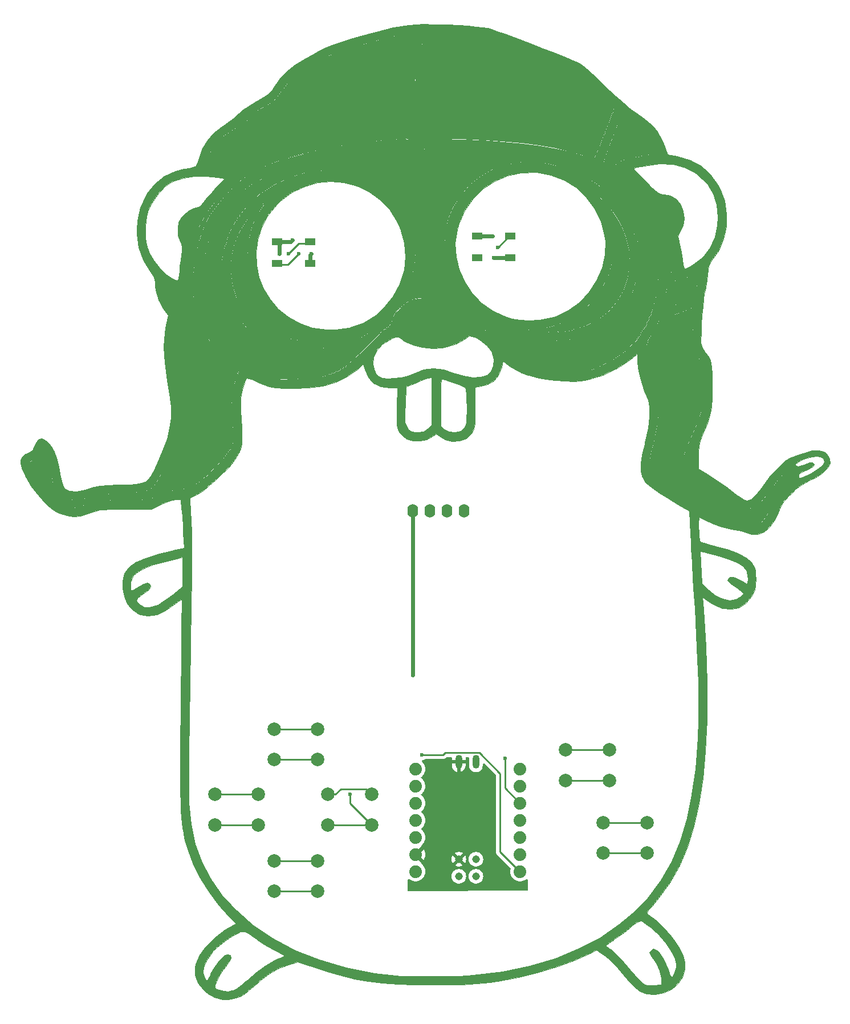
<source format=gbr>
G04 #@! TF.GenerationSoftware,KiCad,Pcbnew,8.0.5-8.0.5-0~ubuntu24.04.1*
G04 #@! TF.CreationDate,2024-09-20T13:44:16+09:00*
G04 #@! TF.ProjectId,gopher_pilot_xiao_sw,676f7068-6572-45f7-9069-6c6f745f7869,rev?*
G04 #@! TF.SameCoordinates,Original*
G04 #@! TF.FileFunction,Copper,L1,Top*
G04 #@! TF.FilePolarity,Positive*
%FSLAX46Y46*%
G04 Gerber Fmt 4.6, Leading zero omitted, Abs format (unit mm)*
G04 Created by KiCad (PCBNEW 8.0.5-8.0.5-0~ubuntu24.04.1) date 2024-09-20 13:44:16*
%MOMM*%
%LPD*%
G01*
G04 APERTURE LIST*
G04 #@! TA.AperFunction,EtchedComponent*
%ADD10C,0.100000*%
G04 #@! TD*
G04 #@! TA.AperFunction,EtchedComponent*
%ADD11C,0.010000*%
G04 #@! TD*
G04 #@! TA.AperFunction,SMDPad,CuDef*
%ADD12R,1.500000X1.000000*%
G04 #@! TD*
G04 #@! TA.AperFunction,ComponentPad*
%ADD13C,1.879600*%
G04 #@! TD*
G04 #@! TA.AperFunction,SMDPad,CuDef*
%ADD14O,1.016000X2.032000*%
G04 #@! TD*
G04 #@! TA.AperFunction,SMDPad,CuDef*
%ADD15C,1.143000*%
G04 #@! TD*
G04 #@! TA.AperFunction,ComponentPad*
%ADD16O,1.600000X2.000000*%
G04 #@! TD*
G04 #@! TA.AperFunction,ComponentPad*
%ADD17C,2.000000*%
G04 #@! TD*
G04 #@! TA.AperFunction,ViaPad*
%ADD18C,0.600000*%
G04 #@! TD*
G04 #@! TA.AperFunction,Conductor*
%ADD19C,0.600000*%
G04 #@! TD*
G04 #@! TA.AperFunction,Conductor*
%ADD20C,0.250000*%
G04 #@! TD*
G04 #@! TA.AperFunction,Conductor*
%ADD21C,0.200000*%
G04 #@! TD*
G04 #@! TA.AperFunction,Conductor*
%ADD22C,0.400000*%
G04 #@! TD*
G04 APERTURE END LIST*
D10*
X77852600Y-77951520D02*
X79112600Y-78411520D01*
X80352600Y-78821520D01*
X81652600Y-79151520D01*
X81952600Y-80781520D01*
X82182600Y-82071520D01*
X82202600Y-82131520D01*
X82162600Y-82191520D01*
X81922600Y-82261520D01*
X81392600Y-82211520D01*
X80692600Y-82031520D01*
X79952600Y-81731520D01*
X78992600Y-81111520D01*
X78082600Y-80081520D01*
X77552600Y-78851520D01*
X77332600Y-77831520D01*
X77852600Y-77951520D01*
G04 #@! TA.AperFunction,EtchedComponent*
G36*
X77852600Y-77951520D02*
G01*
X79112600Y-78411520D01*
X80352600Y-78821520D01*
X81652600Y-79151520D01*
X81952600Y-80781520D01*
X82182600Y-82071520D01*
X82202600Y-82131520D01*
X82162600Y-82191520D01*
X81922600Y-82261520D01*
X81392600Y-82211520D01*
X80692600Y-82031520D01*
X79952600Y-81731520D01*
X78992600Y-81111520D01*
X78082600Y-80081520D01*
X77552600Y-78851520D01*
X77332600Y-77831520D01*
X77852600Y-77951520D01*
G37*
G04 #@! TD.AperFunction*
X156802600Y-76651520D02*
X156742600Y-76961520D01*
X156352600Y-78261520D01*
X155712600Y-79241520D01*
X154792600Y-79961520D01*
X153472600Y-80521520D01*
X152702600Y-80751520D01*
X152092600Y-80901520D01*
X151742600Y-80901520D01*
X151632600Y-80781520D01*
X151662600Y-80461520D01*
X151772600Y-79931520D01*
X151892600Y-79191520D01*
X151952600Y-78791520D01*
X152062600Y-78081520D01*
X152212600Y-77581520D01*
X152442600Y-77291520D01*
X152432600Y-77291520D01*
X152822600Y-77141520D01*
X153932600Y-76881520D01*
X154742600Y-76611520D01*
X154912600Y-76561520D01*
X155182600Y-76451520D01*
X155572600Y-76301520D01*
X155752600Y-76231520D01*
X156162600Y-76051520D01*
X156542600Y-75881520D01*
X156952600Y-75701520D01*
X156802600Y-76651520D01*
G04 #@! TA.AperFunction,EtchedComponent*
G36*
X156802600Y-76651520D02*
G01*
X156742600Y-76961520D01*
X156352600Y-78261520D01*
X155712600Y-79241520D01*
X154792600Y-79961520D01*
X153472600Y-80521520D01*
X152702600Y-80751520D01*
X152092600Y-80901520D01*
X151742600Y-80901520D01*
X151632600Y-80781520D01*
X151662600Y-80461520D01*
X151772600Y-79931520D01*
X151892600Y-79191520D01*
X151952600Y-78791520D01*
X152062600Y-78081520D01*
X152212600Y-77581520D01*
X152442600Y-77291520D01*
X152432600Y-77291520D01*
X152822600Y-77141520D01*
X153932600Y-76881520D01*
X154742600Y-76611520D01*
X154912600Y-76561520D01*
X155182600Y-76451520D01*
X155572600Y-76301520D01*
X155752600Y-76231520D01*
X156162600Y-76051520D01*
X156542600Y-75881520D01*
X156952600Y-75701520D01*
X156802600Y-76651520D01*
G37*
G04 #@! TD.AperFunction*
X142592600Y-65086520D02*
X143352600Y-65991520D01*
X144172600Y-67141520D01*
X144772600Y-68051520D01*
X145262600Y-68991520D01*
X145902600Y-70551520D01*
X146372600Y-72621520D01*
X146492600Y-74711520D01*
X146232600Y-76621520D01*
X145612600Y-78431520D01*
X144672600Y-80071520D01*
X143402600Y-81551520D01*
X141812600Y-82801520D01*
X139902600Y-83771520D01*
X137732600Y-84381520D01*
X136592600Y-84541520D01*
X135052600Y-84631520D01*
X133872600Y-84650270D01*
X132552600Y-84582770D01*
X131062600Y-84369020D01*
X132302600Y-84336520D01*
X134792600Y-83931520D01*
X137032600Y-83091520D01*
X138882600Y-82001520D01*
X139812600Y-81211520D01*
X140552600Y-80581520D01*
X140932600Y-80171520D01*
X141662600Y-79221520D01*
X142352600Y-78291520D01*
X143332600Y-76351520D01*
X143912600Y-74201520D01*
X144112600Y-71931520D01*
X144092600Y-71341520D01*
X143872600Y-69351520D01*
X143322600Y-67521520D01*
X142512600Y-65871520D01*
X141992600Y-64891520D01*
X141932600Y-64616520D01*
X142592600Y-65086520D01*
G04 #@! TA.AperFunction,EtchedComponent*
G36*
X142592600Y-65086520D02*
G01*
X143352600Y-65991520D01*
X144172600Y-67141520D01*
X144772600Y-68051520D01*
X145262600Y-68991520D01*
X145902600Y-70551520D01*
X146372600Y-72621520D01*
X146492600Y-74711520D01*
X146232600Y-76621520D01*
X145612600Y-78431520D01*
X144672600Y-80071520D01*
X143402600Y-81551520D01*
X141812600Y-82801520D01*
X139902600Y-83771520D01*
X137732600Y-84381520D01*
X136592600Y-84541520D01*
X135052600Y-84631520D01*
X133872600Y-84650270D01*
X132552600Y-84582770D01*
X131062600Y-84369020D01*
X132302600Y-84336520D01*
X134792600Y-83931520D01*
X137032600Y-83091520D01*
X138882600Y-82001520D01*
X139812600Y-81211520D01*
X140552600Y-80581520D01*
X140932600Y-80171520D01*
X141662600Y-79221520D01*
X142352600Y-78291520D01*
X143332600Y-76351520D01*
X143912600Y-74201520D01*
X144112600Y-71931520D01*
X144092600Y-71341520D01*
X143872600Y-69351520D01*
X143322600Y-67521520D01*
X142512600Y-65871520D01*
X141992600Y-64891520D01*
X141932600Y-64616520D01*
X142592600Y-65086520D01*
G37*
G04 #@! TD.AperFunction*
X120867600Y-40251520D02*
X123317600Y-40471520D01*
X125347600Y-40846520D01*
X128677600Y-41936520D01*
X134532600Y-44191520D01*
X136612600Y-45051520D01*
X138302600Y-45846520D01*
X139482600Y-46696520D01*
X140222600Y-47421520D01*
X142162600Y-49341520D01*
X143562600Y-50761520D01*
X144232600Y-51451520D01*
X143982600Y-52091520D01*
X143492600Y-53361520D01*
X142932600Y-54801520D01*
X142452600Y-56051520D01*
X142042600Y-57091520D01*
X141832600Y-57621520D01*
X141522600Y-58371520D01*
X141232600Y-58981520D01*
X140592600Y-58741520D01*
X139392600Y-58271520D01*
X137582600Y-57741520D01*
X135542600Y-57281520D01*
X133132600Y-56861520D01*
X130542600Y-56521520D01*
X127542600Y-56231520D01*
X125022600Y-56061520D01*
X121312600Y-55911520D01*
X118622600Y-55871520D01*
X116092600Y-55871520D01*
X116092600Y-54161520D01*
X116082600Y-51711520D01*
X116062600Y-48821520D01*
X116042600Y-46991520D01*
X115992600Y-45871520D01*
X115922600Y-44261520D01*
X115732600Y-42121520D01*
X115462600Y-40221520D01*
X115432600Y-40031520D01*
X120867600Y-40251520D01*
G04 #@! TA.AperFunction,EtchedComponent*
G36*
X120867600Y-40251520D02*
G01*
X123317600Y-40471520D01*
X125347600Y-40846520D01*
X128677600Y-41936520D01*
X134532600Y-44191520D01*
X136612600Y-45051520D01*
X138302600Y-45846520D01*
X139482600Y-46696520D01*
X140222600Y-47421520D01*
X142162600Y-49341520D01*
X143562600Y-50761520D01*
X144232600Y-51451520D01*
X143982600Y-52091520D01*
X143492600Y-53361520D01*
X142932600Y-54801520D01*
X142452600Y-56051520D01*
X142042600Y-57091520D01*
X141832600Y-57621520D01*
X141522600Y-58371520D01*
X141232600Y-58981520D01*
X140592600Y-58741520D01*
X139392600Y-58271520D01*
X137582600Y-57741520D01*
X135542600Y-57281520D01*
X133132600Y-56861520D01*
X130542600Y-56521520D01*
X127542600Y-56231520D01*
X125022600Y-56061520D01*
X121312600Y-55911520D01*
X118622600Y-55871520D01*
X116092600Y-55871520D01*
X116092600Y-54161520D01*
X116082600Y-51711520D01*
X116062600Y-48821520D01*
X116042600Y-46991520D01*
X115992600Y-45871520D01*
X115922600Y-44261520D01*
X115732600Y-42121520D01*
X115462600Y-40221520D01*
X115432600Y-40031520D01*
X120867600Y-40251520D01*
G37*
G04 #@! TD.AperFunction*
X92622600Y-65286520D02*
X92062600Y-65991520D01*
X91372600Y-66971520D01*
X90892600Y-68011520D01*
X90472600Y-68941520D01*
X89912600Y-71111520D01*
X89742600Y-73411520D01*
X89862600Y-75201520D01*
X90412600Y-77391520D01*
X91272600Y-79331520D01*
X91972600Y-80331520D01*
X92482600Y-81091520D01*
X93212600Y-81841520D01*
X93992600Y-82631520D01*
X95792600Y-83941520D01*
X97802600Y-84891520D01*
X100092600Y-85521520D01*
X100502600Y-85591520D01*
X101032600Y-85711520D01*
X101132600Y-85751520D01*
X101172600Y-85761520D01*
X100862600Y-85791520D01*
X100142600Y-85841520D01*
X99502600Y-85891520D01*
X99092600Y-85921520D01*
X97352600Y-85821520D01*
X95532600Y-85451520D01*
X93752600Y-84881520D01*
X92172600Y-84111520D01*
X90692600Y-83151520D01*
X89622600Y-82101520D01*
X89082600Y-81351520D01*
X88112600Y-79541520D01*
X87512600Y-77591520D01*
X87272600Y-75591520D01*
X87392600Y-73541520D01*
X87892600Y-71501520D01*
X88722600Y-69581520D01*
X89902600Y-67781520D01*
X91452600Y-66131520D01*
X92742600Y-65076520D01*
X92622600Y-65286520D01*
G04 #@! TA.AperFunction,EtchedComponent*
G36*
X92622600Y-65286520D02*
G01*
X92062600Y-65991520D01*
X91372600Y-66971520D01*
X90892600Y-68011520D01*
X90472600Y-68941520D01*
X89912600Y-71111520D01*
X89742600Y-73411520D01*
X89862600Y-75201520D01*
X90412600Y-77391520D01*
X91272600Y-79331520D01*
X91972600Y-80331520D01*
X92482600Y-81091520D01*
X93212600Y-81841520D01*
X93992600Y-82631520D01*
X95792600Y-83941520D01*
X97802600Y-84891520D01*
X100092600Y-85521520D01*
X100502600Y-85591520D01*
X101032600Y-85711520D01*
X101132600Y-85751520D01*
X101172600Y-85761520D01*
X100862600Y-85791520D01*
X100142600Y-85841520D01*
X99502600Y-85891520D01*
X99092600Y-85921520D01*
X97352600Y-85821520D01*
X95532600Y-85451520D01*
X93752600Y-84881520D01*
X92172600Y-84111520D01*
X90692600Y-83151520D01*
X89622600Y-82101520D01*
X89082600Y-81351520D01*
X88112600Y-79541520D01*
X87512600Y-77591520D01*
X87272600Y-75591520D01*
X87392600Y-73541520D01*
X87892600Y-71501520D01*
X88722600Y-69581520D01*
X89902600Y-67781520D01*
X91452600Y-66131520D01*
X92742600Y-65076520D01*
X92622600Y-65286520D01*
G37*
G04 #@! TD.AperFunction*
X114002600Y-40421520D02*
X114142600Y-40691520D01*
X114402600Y-42101520D01*
X114512600Y-43581520D01*
X114602600Y-46021520D01*
X114672600Y-48541520D01*
X114732600Y-50751520D01*
X114762600Y-51801520D01*
X114782600Y-53581520D01*
X114822600Y-55891520D01*
X114022600Y-55941520D01*
X112502600Y-56021520D01*
X109942600Y-56181520D01*
X106592600Y-56541520D01*
X104542600Y-56831520D01*
X103452600Y-57011520D01*
X101372600Y-57391520D01*
X100792600Y-57501520D01*
X98562600Y-57991520D01*
X98012600Y-58111520D01*
X95652600Y-58781520D01*
X93722600Y-59451520D01*
X92312600Y-60071520D01*
X91792600Y-60321520D01*
X91102600Y-60661520D01*
X90822600Y-60761520D01*
X90642600Y-60721520D01*
X90562600Y-60521520D01*
X90262600Y-59041520D01*
X90092600Y-58011520D01*
X89782600Y-55771520D01*
X89632600Y-53991520D01*
X89652600Y-53701520D01*
X89672600Y-53421520D01*
X89862600Y-52791520D01*
X90272600Y-52341520D01*
X90952600Y-51891520D01*
X91932600Y-51371520D01*
X92502600Y-51061520D01*
X93202600Y-50661520D01*
X93732600Y-50211520D01*
X94292600Y-49611520D01*
X95142600Y-48521520D01*
X95922600Y-47501520D01*
X96622600Y-46751520D01*
X97242600Y-46191520D01*
X98052600Y-45641520D01*
X99082600Y-45041520D01*
X100392600Y-44341520D01*
X101902600Y-43581520D01*
X102862600Y-43191520D01*
X105762600Y-42251520D01*
X108562600Y-41511520D01*
X110392600Y-41021520D01*
X112852600Y-40441520D01*
X113722600Y-40331520D01*
X114002600Y-40421520D01*
G04 #@! TA.AperFunction,EtchedComponent*
G36*
X114002600Y-40421520D02*
G01*
X114142600Y-40691520D01*
X114402600Y-42101520D01*
X114512600Y-43581520D01*
X114602600Y-46021520D01*
X114672600Y-48541520D01*
X114732600Y-50751520D01*
X114762600Y-51801520D01*
X114782600Y-53581520D01*
X114822600Y-55891520D01*
X114022600Y-55941520D01*
X112502600Y-56021520D01*
X109942600Y-56181520D01*
X106592600Y-56541520D01*
X104542600Y-56831520D01*
X103452600Y-57011520D01*
X101372600Y-57391520D01*
X100792600Y-57501520D01*
X98562600Y-57991520D01*
X98012600Y-58111520D01*
X95652600Y-58781520D01*
X93722600Y-59451520D01*
X92312600Y-60071520D01*
X91792600Y-60321520D01*
X91102600Y-60661520D01*
X90822600Y-60761520D01*
X90642600Y-60721520D01*
X90562600Y-60521520D01*
X90262600Y-59041520D01*
X90092600Y-58011520D01*
X89782600Y-55771520D01*
X89632600Y-53991520D01*
X89652600Y-53701520D01*
X89672600Y-53421520D01*
X89862600Y-52791520D01*
X90272600Y-52341520D01*
X90952600Y-51891520D01*
X91932600Y-51371520D01*
X92502600Y-51061520D01*
X93202600Y-50661520D01*
X93732600Y-50211520D01*
X94292600Y-49611520D01*
X95142600Y-48521520D01*
X95922600Y-47501520D01*
X96622600Y-46751520D01*
X97242600Y-46191520D01*
X98052600Y-45641520D01*
X99082600Y-45041520D01*
X100392600Y-44341520D01*
X101902600Y-43581520D01*
X102862600Y-43191520D01*
X105762600Y-42251520D01*
X108562600Y-41511520D01*
X110392600Y-41021520D01*
X112852600Y-40441520D01*
X113722600Y-40331520D01*
X114002600Y-40421520D01*
G37*
G04 #@! TD.AperFunction*
X118362600Y-57521520D02*
X121542600Y-57521520D01*
X124952600Y-57611520D01*
X126812600Y-57681520D01*
X130102600Y-57971520D01*
X133402600Y-58411520D01*
X136272600Y-58991520D01*
X138772600Y-59701520D01*
X140992600Y-60571520D01*
X142952600Y-61631520D01*
X144602600Y-62821520D01*
X146072600Y-64231520D01*
X147082600Y-65521520D01*
X147322600Y-65821520D01*
X148792600Y-68291520D01*
X149812600Y-70681520D01*
X147512600Y-71241520D01*
X147292600Y-70311520D01*
X146902600Y-69351520D01*
X146452600Y-68241520D01*
X146202600Y-67761520D01*
X145712600Y-66981520D01*
X145072600Y-65931520D01*
X143952600Y-64651520D01*
X143402600Y-64061520D01*
X141542600Y-62521520D01*
X139352600Y-61221520D01*
X136882600Y-60201520D01*
X134342600Y-59581520D01*
X132762600Y-59381520D01*
X130522600Y-59391520D01*
X128172600Y-59801520D01*
X126202600Y-60491520D01*
X124302600Y-61541520D01*
X122792600Y-62741520D01*
X121462600Y-64241520D01*
X120292600Y-66056520D01*
X119557600Y-67864020D01*
X119132600Y-69841520D01*
X119027600Y-72124020D01*
X119477600Y-74779020D01*
X114652600Y-75161520D01*
X114592600Y-74851520D01*
X114812600Y-72571520D01*
X114682600Y-70851520D01*
X114152600Y-68751520D01*
X113282600Y-66801520D01*
X112052600Y-65051520D01*
X110472600Y-63501520D01*
X108542600Y-62171520D01*
X106372600Y-61211520D01*
X104977600Y-60866520D01*
X104447600Y-58276520D01*
X106162600Y-58051520D01*
X108622600Y-57656520D01*
X113382600Y-57446520D01*
X118362600Y-57521520D01*
G04 #@! TA.AperFunction,EtchedComponent*
G36*
X118362600Y-57521520D02*
G01*
X121542600Y-57521520D01*
X124952600Y-57611520D01*
X126812600Y-57681520D01*
X130102600Y-57971520D01*
X133402600Y-58411520D01*
X136272600Y-58991520D01*
X138772600Y-59701520D01*
X140992600Y-60571520D01*
X142952600Y-61631520D01*
X144602600Y-62821520D01*
X146072600Y-64231520D01*
X147082600Y-65521520D01*
X147322600Y-65821520D01*
X148792600Y-68291520D01*
X149812600Y-70681520D01*
X147512600Y-71241520D01*
X147292600Y-70311520D01*
X146902600Y-69351520D01*
X146452600Y-68241520D01*
X146202600Y-67761520D01*
X145712600Y-66981520D01*
X145072600Y-65931520D01*
X143952600Y-64651520D01*
X143402600Y-64061520D01*
X141542600Y-62521520D01*
X139352600Y-61221520D01*
X136882600Y-60201520D01*
X134342600Y-59581520D01*
X132762600Y-59381520D01*
X130522600Y-59391520D01*
X128172600Y-59801520D01*
X126202600Y-60491520D01*
X124302600Y-61541520D01*
X122792600Y-62741520D01*
X121462600Y-64241520D01*
X120292600Y-66056520D01*
X119557600Y-67864020D01*
X119132600Y-69841520D01*
X119027600Y-72124020D01*
X119477600Y-74779020D01*
X114652600Y-75161520D01*
X114592600Y-74851520D01*
X114812600Y-72571520D01*
X114682600Y-70851520D01*
X114152600Y-68751520D01*
X113282600Y-66801520D01*
X112052600Y-65051520D01*
X110472600Y-63501520D01*
X108542600Y-62171520D01*
X106372600Y-61211520D01*
X104977600Y-60866520D01*
X104447600Y-58276520D01*
X106162600Y-58051520D01*
X108622600Y-57656520D01*
X113382600Y-57446520D01*
X118362600Y-57521520D01*
G37*
G04 #@! TD.AperFunction*
X149862600Y-70771520D02*
X150012600Y-71351520D01*
X150302600Y-72401520D01*
X150532600Y-73291520D01*
X150722600Y-74961520D01*
X150802600Y-75681520D01*
X150702600Y-77961520D01*
X150542600Y-79011520D01*
X149892600Y-81501520D01*
X148892600Y-83771520D01*
X147602600Y-85711520D01*
X146562600Y-86801520D01*
X145902600Y-87441520D01*
X143982600Y-88801520D01*
X142302600Y-89621520D01*
X141712600Y-89921520D01*
X140802600Y-90241520D01*
X140192600Y-90381520D01*
X139522600Y-90451520D01*
X138682600Y-90481520D01*
X137892600Y-90481520D01*
X135762600Y-90451520D01*
X133902600Y-90291520D01*
X132252600Y-89931520D01*
X131002600Y-89421520D01*
X129772600Y-88711520D01*
X128592600Y-87731520D01*
X127032600Y-86141520D01*
X125892600Y-85031520D01*
X125022600Y-84301520D01*
X124422600Y-83891520D01*
X123952600Y-83611520D01*
X123492600Y-83211520D01*
X123142600Y-82221520D01*
X122712600Y-81601520D01*
X122562600Y-81371520D01*
X122962600Y-81061520D01*
X123032600Y-81051520D01*
X123272600Y-81281520D01*
X123682600Y-81711520D01*
X124262600Y-82301520D01*
X125022600Y-82871520D01*
X126102600Y-83701520D01*
X128072600Y-84801520D01*
X130152600Y-85481520D01*
X132122600Y-85951520D01*
X132792600Y-85981520D01*
X133942600Y-85981520D01*
X135282600Y-85941520D01*
X136222600Y-85901520D01*
X137382600Y-85801520D01*
X138432600Y-85641520D01*
X139392600Y-85381520D01*
X140932600Y-84811520D01*
X143022600Y-83651520D01*
X144632600Y-82331520D01*
X145972600Y-80691520D01*
X146962600Y-78761520D01*
X147622600Y-76641520D01*
X147862600Y-74461520D01*
X147762600Y-72381520D01*
X147492600Y-71301520D01*
X147532600Y-71291520D01*
X148572600Y-70971520D01*
X149762600Y-70691520D01*
X149862600Y-70771520D01*
G04 #@! TA.AperFunction,EtchedComponent*
G36*
X149862600Y-70771520D02*
G01*
X150012600Y-71351520D01*
X150302600Y-72401520D01*
X150532600Y-73291520D01*
X150722600Y-74961520D01*
X150802600Y-75681520D01*
X150702600Y-77961520D01*
X150542600Y-79011520D01*
X149892600Y-81501520D01*
X148892600Y-83771520D01*
X147602600Y-85711520D01*
X146562600Y-86801520D01*
X145902600Y-87441520D01*
X143982600Y-88801520D01*
X142302600Y-89621520D01*
X141712600Y-89921520D01*
X140802600Y-90241520D01*
X140192600Y-90381520D01*
X139522600Y-90451520D01*
X138682600Y-90481520D01*
X137892600Y-90481520D01*
X135762600Y-90451520D01*
X133902600Y-90291520D01*
X132252600Y-89931520D01*
X131002600Y-89421520D01*
X129772600Y-88711520D01*
X128592600Y-87731520D01*
X127032600Y-86141520D01*
X125892600Y-85031520D01*
X125022600Y-84301520D01*
X124422600Y-83891520D01*
X123952600Y-83611520D01*
X123492600Y-83211520D01*
X123142600Y-82221520D01*
X122712600Y-81601520D01*
X122562600Y-81371520D01*
X122962600Y-81061520D01*
X123032600Y-81051520D01*
X123272600Y-81281520D01*
X123682600Y-81711520D01*
X124262600Y-82301520D01*
X125022600Y-82871520D01*
X126102600Y-83701520D01*
X128072600Y-84801520D01*
X130152600Y-85481520D01*
X132122600Y-85951520D01*
X132792600Y-85981520D01*
X133942600Y-85981520D01*
X135282600Y-85941520D01*
X136222600Y-85901520D01*
X137382600Y-85801520D01*
X138432600Y-85641520D01*
X139392600Y-85381520D01*
X140932600Y-84811520D01*
X143022600Y-83651520D01*
X144632600Y-82331520D01*
X145972600Y-80691520D01*
X146962600Y-78761520D01*
X147622600Y-76641520D01*
X147862600Y-74461520D01*
X147762600Y-72381520D01*
X147492600Y-71301520D01*
X147532600Y-71291520D01*
X148572600Y-70971520D01*
X149762600Y-70691520D01*
X149862600Y-70771520D01*
G37*
G04 #@! TD.AperFunction*
X145802600Y-52531520D02*
X146502600Y-53001520D01*
X147162600Y-53451520D01*
X148082600Y-54141520D01*
X148442600Y-54411520D01*
X149252600Y-55211520D01*
X149852600Y-56081520D01*
X150232600Y-56951520D01*
X150362600Y-57311520D01*
X150632600Y-58081520D01*
X149902600Y-58211520D01*
X149082600Y-58361520D01*
X148012600Y-58561520D01*
X147252600Y-58701520D01*
X145992600Y-58981520D01*
X145162600Y-59261520D01*
X144652600Y-59511520D01*
X144482600Y-59801520D01*
X144642600Y-60181520D01*
X145182600Y-60731520D01*
X145522600Y-60991520D01*
X146312600Y-61631520D01*
X147012600Y-62221520D01*
X148542600Y-63781520D01*
X148862600Y-64121520D01*
X149332600Y-64791520D01*
X150332600Y-66201520D01*
X150442600Y-66351520D01*
X151012600Y-67531520D01*
X151672600Y-68901520D01*
X152052600Y-69931520D01*
X152412600Y-71131520D01*
X152732600Y-72401520D01*
X152902600Y-73091520D01*
X152972600Y-73501520D01*
X153082600Y-74151520D01*
X153182600Y-74901520D01*
X153192600Y-75461520D01*
X153082600Y-75651520D01*
X152982600Y-75661520D01*
X152612600Y-75761520D01*
X152502600Y-75791520D01*
X152342600Y-75681520D01*
X152232600Y-75271520D01*
X152062600Y-74121520D01*
X151822600Y-72621520D01*
X151682600Y-72131520D01*
X151262600Y-70691520D01*
X151062600Y-69951520D01*
X149952600Y-67401520D01*
X149032600Y-65931520D01*
X148442600Y-64971520D01*
X147602600Y-63961520D01*
X146822600Y-63031520D01*
X144962600Y-61351520D01*
X143812600Y-60481520D01*
X143062600Y-59951520D01*
X142742600Y-59701520D01*
X142737600Y-59501520D01*
X142907600Y-58761520D01*
X143552600Y-56971520D01*
X143872600Y-56111520D01*
X144122600Y-55471520D01*
X144382600Y-54791520D01*
X144662600Y-54081520D01*
X144772600Y-53801520D01*
X144992600Y-53261520D01*
X145202600Y-52761520D01*
X145452600Y-52301520D01*
X145802600Y-52531520D01*
G04 #@! TA.AperFunction,EtchedComponent*
G36*
X145802600Y-52531520D02*
G01*
X146502600Y-53001520D01*
X147162600Y-53451520D01*
X148082600Y-54141520D01*
X148442600Y-54411520D01*
X149252600Y-55211520D01*
X149852600Y-56081520D01*
X150232600Y-56951520D01*
X150362600Y-57311520D01*
X150632600Y-58081520D01*
X149902600Y-58211520D01*
X149082600Y-58361520D01*
X148012600Y-58561520D01*
X147252600Y-58701520D01*
X145992600Y-58981520D01*
X145162600Y-59261520D01*
X144652600Y-59511520D01*
X144482600Y-59801520D01*
X144642600Y-60181520D01*
X145182600Y-60731520D01*
X145522600Y-60991520D01*
X146312600Y-61631520D01*
X147012600Y-62221520D01*
X148542600Y-63781520D01*
X148862600Y-64121520D01*
X149332600Y-64791520D01*
X150332600Y-66201520D01*
X150442600Y-66351520D01*
X151012600Y-67531520D01*
X151672600Y-68901520D01*
X152052600Y-69931520D01*
X152412600Y-71131520D01*
X152732600Y-72401520D01*
X152902600Y-73091520D01*
X152972600Y-73501520D01*
X153082600Y-74151520D01*
X153182600Y-74901520D01*
X153192600Y-75461520D01*
X153082600Y-75651520D01*
X152982600Y-75661520D01*
X152612600Y-75761520D01*
X152502600Y-75791520D01*
X152342600Y-75681520D01*
X152232600Y-75271520D01*
X152062600Y-74121520D01*
X151822600Y-72621520D01*
X151682600Y-72131520D01*
X151262600Y-70691520D01*
X151062600Y-69951520D01*
X149952600Y-67401520D01*
X149032600Y-65931520D01*
X148442600Y-64971520D01*
X147602600Y-63961520D01*
X146822600Y-63031520D01*
X144962600Y-61351520D01*
X143812600Y-60481520D01*
X143062600Y-59951520D01*
X142742600Y-59701520D01*
X142737600Y-59501520D01*
X142907600Y-58761520D01*
X143552600Y-56971520D01*
X143872600Y-56111520D01*
X144122600Y-55471520D01*
X144382600Y-54791520D01*
X144662600Y-54081520D01*
X144772600Y-53801520D01*
X144992600Y-53261520D01*
X145202600Y-52761520D01*
X145452600Y-52301520D01*
X145802600Y-52531520D01*
G37*
G04 #@! TD.AperFunction*
X88310100Y-55031520D02*
X88612600Y-57271520D01*
X88892600Y-59041520D01*
X89142600Y-60361520D01*
X89452600Y-61651520D01*
X88802600Y-62111520D01*
X88142600Y-62651520D01*
X87462600Y-63311520D01*
X87252600Y-63511520D01*
X86892600Y-63911520D01*
X86482600Y-64351520D01*
X85752600Y-65211520D01*
X85362600Y-65681520D01*
X84832600Y-66371520D01*
X84112600Y-67421520D01*
X83352600Y-68991520D01*
X82922600Y-70191520D01*
X82662600Y-70841520D01*
X82212600Y-72631520D01*
X82102600Y-73101520D01*
X82062600Y-73451520D01*
X81852600Y-74791520D01*
X81772600Y-75371520D01*
X81642600Y-76781520D01*
X81632600Y-76931520D01*
X81572600Y-77551520D01*
X81392600Y-77621520D01*
X81092600Y-77571520D01*
X80862600Y-77411520D01*
X80842600Y-77351520D01*
X80832600Y-76881520D01*
X80882600Y-76041520D01*
X80962600Y-75221520D01*
X81062600Y-74401520D01*
X81102600Y-74121520D01*
X81222600Y-73311520D01*
X81382600Y-72471520D01*
X81532600Y-71901520D01*
X81952600Y-70661520D01*
X82412600Y-69361520D01*
X82632600Y-68941520D01*
X82892600Y-68461520D01*
X83362600Y-67571520D01*
X83662600Y-67001520D01*
X84392600Y-66021520D01*
X85232600Y-64891520D01*
X86392600Y-63741520D01*
X87132600Y-63011520D01*
X87712600Y-62491520D01*
X88332600Y-61811520D01*
X88492600Y-61491520D01*
X88482600Y-61431520D01*
X88202600Y-61091520D01*
X87502600Y-60751520D01*
X86452600Y-60441520D01*
X84822600Y-60091520D01*
X84252600Y-59981520D01*
X83722600Y-59811520D01*
X83552600Y-59711520D01*
X83582600Y-59521520D01*
X83762600Y-59021520D01*
X84102600Y-58251520D01*
X84822600Y-56901520D01*
X85122600Y-56471520D01*
X85272600Y-56301520D01*
X85732600Y-55931520D01*
X86422600Y-55421520D01*
X87112600Y-54941520D01*
X87872600Y-54471520D01*
X88157600Y-54341520D01*
X88310100Y-55031520D01*
G04 #@! TA.AperFunction,EtchedComponent*
G36*
X88310100Y-55031520D02*
G01*
X88612600Y-57271520D01*
X88892600Y-59041520D01*
X89142600Y-60361520D01*
X89452600Y-61651520D01*
X88802600Y-62111520D01*
X88142600Y-62651520D01*
X87462600Y-63311520D01*
X87252600Y-63511520D01*
X86892600Y-63911520D01*
X86482600Y-64351520D01*
X85752600Y-65211520D01*
X85362600Y-65681520D01*
X84832600Y-66371520D01*
X84112600Y-67421520D01*
X83352600Y-68991520D01*
X82922600Y-70191520D01*
X82662600Y-70841520D01*
X82212600Y-72631520D01*
X82102600Y-73101520D01*
X82062600Y-73451520D01*
X81852600Y-74791520D01*
X81772600Y-75371520D01*
X81642600Y-76781520D01*
X81632600Y-76931520D01*
X81572600Y-77551520D01*
X81392600Y-77621520D01*
X81092600Y-77571520D01*
X80862600Y-77411520D01*
X80842600Y-77351520D01*
X80832600Y-76881520D01*
X80882600Y-76041520D01*
X80962600Y-75221520D01*
X81062600Y-74401520D01*
X81102600Y-74121520D01*
X81222600Y-73311520D01*
X81382600Y-72471520D01*
X81532600Y-71901520D01*
X81952600Y-70661520D01*
X82412600Y-69361520D01*
X82632600Y-68941520D01*
X82892600Y-68461520D01*
X83362600Y-67571520D01*
X83662600Y-67001520D01*
X84392600Y-66021520D01*
X85232600Y-64891520D01*
X86392600Y-63741520D01*
X87132600Y-63011520D01*
X87712600Y-62491520D01*
X88332600Y-61811520D01*
X88492600Y-61491520D01*
X88482600Y-61431520D01*
X88202600Y-61091520D01*
X87502600Y-60751520D01*
X86452600Y-60441520D01*
X84822600Y-60091520D01*
X84252600Y-59981520D01*
X83722600Y-59811520D01*
X83552600Y-59711520D01*
X83582600Y-59521520D01*
X83762600Y-59021520D01*
X84102600Y-58251520D01*
X84822600Y-56901520D01*
X85122600Y-56471520D01*
X85272600Y-56301520D01*
X85732600Y-55931520D01*
X86422600Y-55421520D01*
X87112600Y-54941520D01*
X87872600Y-54471520D01*
X88157600Y-54341520D01*
X88310100Y-55031520D01*
G37*
G04 #@! TD.AperFunction*
X155972600Y-81831520D02*
X155952600Y-83131520D01*
X155862600Y-85481520D01*
X155772600Y-87271520D01*
X156592600Y-88321520D01*
X157092600Y-89041520D01*
X157312600Y-89581520D01*
X157472600Y-90291520D01*
X157632600Y-92471520D01*
X157542600Y-94501520D01*
X157152600Y-96451520D01*
X156512600Y-98381520D01*
X155442600Y-100661520D01*
X154972600Y-101761520D01*
X154642600Y-102851520D01*
X154612600Y-103831520D01*
X154922600Y-104741520D01*
X155602600Y-105581520D01*
X156622600Y-106401520D01*
X157072600Y-106671520D01*
X158322600Y-107471520D01*
X158932600Y-107901520D01*
X159562600Y-108321520D01*
X160472600Y-108971520D01*
X162002600Y-110121520D01*
X162982600Y-110731520D01*
X163522600Y-110941520D01*
X163792600Y-110961520D01*
X164752600Y-110821520D01*
X165702600Y-110231520D01*
X166192600Y-109701520D01*
X166632600Y-109201520D01*
X166892600Y-108841520D01*
X167472600Y-108061520D01*
X168042600Y-107331520D01*
X168512600Y-106741520D01*
X168942600Y-106221520D01*
X169152600Y-105961520D01*
X169452600Y-105631520D01*
X169532600Y-105551520D01*
X169792600Y-105341520D01*
X169922600Y-105421520D01*
X170122600Y-105761520D01*
X170332600Y-106241520D01*
X170452600Y-106701520D01*
X170432600Y-106921520D01*
X170022600Y-107231520D01*
X169642600Y-107531520D01*
X169182600Y-107881520D01*
X168142600Y-109231520D01*
X167972600Y-109581520D01*
X167582600Y-110401520D01*
X167342600Y-110971520D01*
X167272600Y-111141520D01*
X166802600Y-112071520D01*
X166232600Y-112781520D01*
X165622600Y-113221520D01*
X165062600Y-113371520D01*
X164482600Y-113201520D01*
X164352600Y-113131520D01*
X163872600Y-112991520D01*
X162692600Y-112721520D01*
X161862600Y-112561520D01*
X160922600Y-112331520D01*
X160112600Y-112091520D01*
X159212600Y-111751520D01*
X157472600Y-110811520D01*
X155462600Y-109661520D01*
X152542600Y-107881520D01*
X151142600Y-107011520D01*
X150142600Y-106271520D01*
X149722600Y-105761520D01*
X149522600Y-105211520D01*
X149452600Y-104561520D01*
X149542600Y-103691520D01*
X149782600Y-102511520D01*
X150172600Y-100841520D01*
X150332600Y-100151520D01*
X150572600Y-98931520D01*
X150672600Y-98411520D01*
X150832600Y-96981520D01*
X150782600Y-95721520D01*
X150562600Y-94561520D01*
X150082600Y-93281520D01*
X149752600Y-92441520D01*
X149592600Y-92051520D01*
X149252600Y-90851520D01*
X149062600Y-89541520D01*
X149012600Y-88001520D01*
X149042600Y-86791520D01*
X149132600Y-86321520D01*
X149152600Y-86261520D01*
X149412600Y-85711520D01*
X149992600Y-84771520D01*
X150502600Y-83841520D01*
X150692600Y-83401520D01*
X151072600Y-82661520D01*
X151352600Y-82391520D01*
X152572600Y-82231520D01*
X154322600Y-81751520D01*
X155062600Y-81411520D01*
X155662600Y-81131520D01*
X155962600Y-81021520D01*
X155972600Y-81831520D01*
G04 #@! TA.AperFunction,EtchedComponent*
G36*
X155972600Y-81831520D02*
G01*
X155952600Y-83131520D01*
X155862600Y-85481520D01*
X155772600Y-87271520D01*
X156592600Y-88321520D01*
X157092600Y-89041520D01*
X157312600Y-89581520D01*
X157472600Y-90291520D01*
X157632600Y-92471520D01*
X157542600Y-94501520D01*
X157152600Y-96451520D01*
X156512600Y-98381520D01*
X155442600Y-100661520D01*
X154972600Y-101761520D01*
X154642600Y-102851520D01*
X154612600Y-103831520D01*
X154922600Y-104741520D01*
X155602600Y-105581520D01*
X156622600Y-106401520D01*
X157072600Y-106671520D01*
X158322600Y-107471520D01*
X158932600Y-107901520D01*
X159562600Y-108321520D01*
X160472600Y-108971520D01*
X162002600Y-110121520D01*
X162982600Y-110731520D01*
X163522600Y-110941520D01*
X163792600Y-110961520D01*
X164752600Y-110821520D01*
X165702600Y-110231520D01*
X166192600Y-109701520D01*
X166632600Y-109201520D01*
X166892600Y-108841520D01*
X167472600Y-108061520D01*
X168042600Y-107331520D01*
X168512600Y-106741520D01*
X168942600Y-106221520D01*
X169152600Y-105961520D01*
X169452600Y-105631520D01*
X169532600Y-105551520D01*
X169792600Y-105341520D01*
X169922600Y-105421520D01*
X170122600Y-105761520D01*
X170332600Y-106241520D01*
X170452600Y-106701520D01*
X170432600Y-106921520D01*
X170022600Y-107231520D01*
X169642600Y-107531520D01*
X169182600Y-107881520D01*
X168142600Y-109231520D01*
X167972600Y-109581520D01*
X167582600Y-110401520D01*
X167342600Y-110971520D01*
X167272600Y-111141520D01*
X166802600Y-112071520D01*
X166232600Y-112781520D01*
X165622600Y-113221520D01*
X165062600Y-113371520D01*
X164482600Y-113201520D01*
X164352600Y-113131520D01*
X163872600Y-112991520D01*
X162692600Y-112721520D01*
X161862600Y-112561520D01*
X160922600Y-112331520D01*
X160112600Y-112091520D01*
X159212600Y-111751520D01*
X157472600Y-110811520D01*
X155462600Y-109661520D01*
X152542600Y-107881520D01*
X151142600Y-107011520D01*
X150142600Y-106271520D01*
X149722600Y-105761520D01*
X149522600Y-105211520D01*
X149452600Y-104561520D01*
X149542600Y-103691520D01*
X149782600Y-102511520D01*
X150172600Y-100841520D01*
X150332600Y-100151520D01*
X150572600Y-98931520D01*
X150672600Y-98411520D01*
X150832600Y-96981520D01*
X150782600Y-95721520D01*
X150562600Y-94561520D01*
X150082600Y-93281520D01*
X149752600Y-92441520D01*
X149592600Y-92051520D01*
X149252600Y-90851520D01*
X149062600Y-89541520D01*
X149012600Y-88001520D01*
X149042600Y-86791520D01*
X149132600Y-86321520D01*
X149152600Y-86261520D01*
X149412600Y-85711520D01*
X149992600Y-84771520D01*
X150502600Y-83841520D01*
X150692600Y-83401520D01*
X151072600Y-82661520D01*
X151352600Y-82391520D01*
X152572600Y-82231520D01*
X154322600Y-81751520D01*
X155062600Y-81411520D01*
X155662600Y-81131520D01*
X155962600Y-81021520D01*
X155972600Y-81831520D01*
G37*
G04 #@! TD.AperFunction*
X104992600Y-60871520D02*
X104752600Y-60801520D01*
X103142600Y-60651520D01*
X101482600Y-60621520D01*
X99792600Y-60741520D01*
X98272600Y-61011520D01*
X96072600Y-61671520D01*
X94492600Y-62411520D01*
X93702600Y-62771520D01*
X92192600Y-63751520D01*
X91592600Y-64151520D01*
X90242600Y-65391520D01*
X89722600Y-65851520D01*
X88932600Y-66881520D01*
X88222600Y-67781520D01*
X87112600Y-69811520D01*
X86562600Y-71361520D01*
X86252600Y-72291520D01*
X85932600Y-74071520D01*
X85902600Y-76301520D01*
X86282600Y-78451520D01*
X86982600Y-80381520D01*
X88052600Y-82181520D01*
X88802600Y-83091520D01*
X89452600Y-83801520D01*
X91092600Y-85121520D01*
X93032600Y-86151520D01*
X95182600Y-86801520D01*
X95652600Y-86891520D01*
X97072600Y-87041520D01*
X98562600Y-87121520D01*
X100242600Y-87111520D01*
X101722600Y-87011520D01*
X103082600Y-86831520D01*
X104512600Y-86421520D01*
X106652600Y-85471520D01*
X108462600Y-84311520D01*
X109742600Y-83221520D01*
X110282600Y-82741520D01*
X111742600Y-81031520D01*
X112652600Y-79671520D01*
X113042600Y-79041520D01*
X113962600Y-76991520D01*
X114542600Y-74921520D01*
X119442600Y-74791520D01*
X120062600Y-76571520D01*
X121202600Y-78711520D01*
X121842600Y-79561520D01*
X122632600Y-80621520D01*
X122982600Y-80991520D01*
X122532600Y-81351520D01*
X121732600Y-80601520D01*
X120732600Y-80011520D01*
X119862600Y-79661520D01*
X119232600Y-79541520D01*
X118392600Y-79491520D01*
X116972600Y-79461520D01*
X115832600Y-79511520D01*
X115252600Y-79551520D01*
X114512600Y-79731520D01*
X113852600Y-80011520D01*
X113482600Y-80201520D01*
X112672600Y-80751520D01*
X112052600Y-81341520D01*
X111482600Y-82141520D01*
X111252600Y-82781520D01*
X111182600Y-83211520D01*
X110902600Y-83591520D01*
X110152600Y-84151520D01*
X109152600Y-85041520D01*
X108092600Y-86051520D01*
X106482600Y-87691520D01*
X106067600Y-88116520D01*
X105137600Y-89006520D01*
X104497600Y-89586520D01*
X103427600Y-90296520D01*
X102212600Y-90811520D01*
X101202600Y-91181520D01*
X100262600Y-91361520D01*
X99312600Y-91491520D01*
X97912600Y-91571520D01*
X96492600Y-91631520D01*
X94792600Y-91581520D01*
X94022600Y-91511520D01*
X93252600Y-91371520D01*
X91692600Y-90771520D01*
X89707600Y-89661520D01*
X87817600Y-88181520D01*
X86362600Y-86591520D01*
X85312600Y-85171520D01*
X85022600Y-84751520D01*
X84312600Y-83401520D01*
X84012600Y-82821520D01*
X83342600Y-80701520D01*
X83202600Y-79831520D01*
X83137600Y-77166520D01*
X83287600Y-74356520D01*
X83632600Y-72251520D01*
X84212600Y-70461520D01*
X85192600Y-68471520D01*
X86412600Y-66491520D01*
X87752600Y-64901520D01*
X88692600Y-64021520D01*
X89162600Y-63581520D01*
X90422600Y-62721520D01*
X92232600Y-61731520D01*
X92542600Y-61551520D01*
X94942600Y-60571520D01*
X97662600Y-59691520D01*
X100652600Y-58971520D01*
X104382600Y-58261520D01*
X104992600Y-60871520D01*
G04 #@! TA.AperFunction,EtchedComponent*
G36*
X104992600Y-60871520D02*
G01*
X104752600Y-60801520D01*
X103142600Y-60651520D01*
X101482600Y-60621520D01*
X99792600Y-60741520D01*
X98272600Y-61011520D01*
X96072600Y-61671520D01*
X94492600Y-62411520D01*
X93702600Y-62771520D01*
X92192600Y-63751520D01*
X91592600Y-64151520D01*
X90242600Y-65391520D01*
X89722600Y-65851520D01*
X88932600Y-66881520D01*
X88222600Y-67781520D01*
X87112600Y-69811520D01*
X86562600Y-71361520D01*
X86252600Y-72291520D01*
X85932600Y-74071520D01*
X85902600Y-76301520D01*
X86282600Y-78451520D01*
X86982600Y-80381520D01*
X88052600Y-82181520D01*
X88802600Y-83091520D01*
X89452600Y-83801520D01*
X91092600Y-85121520D01*
X93032600Y-86151520D01*
X95182600Y-86801520D01*
X95652600Y-86891520D01*
X97072600Y-87041520D01*
X98562600Y-87121520D01*
X100242600Y-87111520D01*
X101722600Y-87011520D01*
X103082600Y-86831520D01*
X104512600Y-86421520D01*
X106652600Y-85471520D01*
X108462600Y-84311520D01*
X109742600Y-83221520D01*
X110282600Y-82741520D01*
X111742600Y-81031520D01*
X112652600Y-79671520D01*
X113042600Y-79041520D01*
X113962600Y-76991520D01*
X114542600Y-74921520D01*
X119442600Y-74791520D01*
X120062600Y-76571520D01*
X121202600Y-78711520D01*
X121842600Y-79561520D01*
X122632600Y-80621520D01*
X122982600Y-80991520D01*
X122532600Y-81351520D01*
X121732600Y-80601520D01*
X120732600Y-80011520D01*
X119862600Y-79661520D01*
X119232600Y-79541520D01*
X118392600Y-79491520D01*
X116972600Y-79461520D01*
X115832600Y-79511520D01*
X115252600Y-79551520D01*
X114512600Y-79731520D01*
X113852600Y-80011520D01*
X113482600Y-80201520D01*
X112672600Y-80751520D01*
X112052600Y-81341520D01*
X111482600Y-82141520D01*
X111252600Y-82781520D01*
X111182600Y-83211520D01*
X110902600Y-83591520D01*
X110152600Y-84151520D01*
X109152600Y-85041520D01*
X108092600Y-86051520D01*
X106482600Y-87691520D01*
X106067600Y-88116520D01*
X105137600Y-89006520D01*
X104497600Y-89586520D01*
X103427600Y-90296520D01*
X102212600Y-90811520D01*
X101202600Y-91181520D01*
X100262600Y-91361520D01*
X99312600Y-91491520D01*
X97912600Y-91571520D01*
X96492600Y-91631520D01*
X94792600Y-91581520D01*
X94022600Y-91511520D01*
X93252600Y-91371520D01*
X91692600Y-90771520D01*
X89707600Y-89661520D01*
X87817600Y-88181520D01*
X86362600Y-86591520D01*
X85312600Y-85171520D01*
X85022600Y-84751520D01*
X84312600Y-83401520D01*
X84012600Y-82821520D01*
X83342600Y-80701520D01*
X83202600Y-79831520D01*
X83137600Y-77166520D01*
X83287600Y-74356520D01*
X83632600Y-72251520D01*
X84212600Y-70461520D01*
X85192600Y-68471520D01*
X86412600Y-66491520D01*
X87752600Y-64901520D01*
X88692600Y-64021520D01*
X89162600Y-63581520D01*
X90422600Y-62721520D01*
X92232600Y-61731520D01*
X92542600Y-61551520D01*
X94942600Y-60571520D01*
X97662600Y-59691520D01*
X100652600Y-58971520D01*
X104382600Y-58261520D01*
X104992600Y-60871520D01*
G37*
G04 #@! TD.AperFunction*
X79412600Y-83131520D02*
X79882600Y-83271520D01*
X80732600Y-83481520D01*
X82982600Y-83931520D01*
X83362600Y-84721520D01*
X83882600Y-85661520D01*
X84692600Y-86841520D01*
X85572600Y-87941520D01*
X86542600Y-89031520D01*
X87432600Y-89811520D01*
X88352600Y-90541520D01*
X88112600Y-91301520D01*
X87802600Y-92361520D01*
X87542600Y-93881520D01*
X87402600Y-95561520D01*
X87402600Y-97391520D01*
X87542600Y-99271520D01*
X87602600Y-99571520D01*
X87642600Y-99961520D01*
X87672600Y-100531520D01*
X87632600Y-101011520D01*
X87482600Y-101441520D01*
X87202600Y-101991520D01*
X86912600Y-102451520D01*
X86232600Y-103361520D01*
X85342600Y-104341520D01*
X84792600Y-104921520D01*
X83392600Y-106211520D01*
X82652600Y-106831520D01*
X81832600Y-107401520D01*
X81272600Y-107671520D01*
X80512600Y-107851520D01*
X79072600Y-108101520D01*
X78772600Y-108171520D01*
X77782600Y-108431520D01*
X77462600Y-108521520D01*
X76452600Y-108911520D01*
X75992600Y-109151520D01*
X75562600Y-109311520D01*
X75092600Y-109431520D01*
X74522600Y-109501520D01*
X73702600Y-109541520D01*
X72832600Y-109561520D01*
X71572600Y-109571520D01*
X70062600Y-109591520D01*
X68642600Y-109641520D01*
X67772600Y-109731520D01*
X67232600Y-109841520D01*
X66762600Y-109971520D01*
X66252600Y-110131520D01*
X65562600Y-110371520D01*
X64662600Y-110621520D01*
X63952600Y-110721520D01*
X63292600Y-110661520D01*
X62552600Y-110431520D01*
X61452600Y-109861520D01*
X60372600Y-108941520D01*
X59472600Y-107841520D01*
X59232600Y-107551520D01*
X58642600Y-106651520D01*
X57852600Y-105301520D01*
X57402600Y-104421520D01*
X57272600Y-104051520D01*
X57502600Y-103881520D01*
X58102600Y-103601520D01*
X58652600Y-103201520D01*
X59012600Y-102741520D01*
X59222600Y-102371520D01*
X59382600Y-102211520D01*
X59532600Y-102311520D01*
X59782600Y-102781520D01*
X60062600Y-103551520D01*
X60302600Y-104501520D01*
X60532600Y-105701520D01*
X60822600Y-107131520D01*
X60912600Y-107481520D01*
X60982600Y-107801520D01*
X61132600Y-108251520D01*
X61422600Y-108661520D01*
X62142600Y-109151520D01*
X63122600Y-109451520D01*
X64192600Y-109561520D01*
X65372600Y-109471520D01*
X66462600Y-109161520D01*
X67172600Y-108961520D01*
X68092600Y-108821520D01*
X69352600Y-108691520D01*
X70852600Y-108621520D01*
X72342600Y-108541520D01*
X73692600Y-108441520D01*
X74652600Y-108271520D01*
X75282600Y-108021520D01*
X75792600Y-107641520D01*
X76222600Y-107081520D01*
X76622600Y-106371520D01*
X76932600Y-105731520D01*
X77282600Y-105031520D01*
X77572600Y-104411520D01*
X78022600Y-103441520D01*
X78402600Y-102521520D01*
X78622600Y-102031520D01*
X78842600Y-101371520D01*
X79042600Y-100801520D01*
X79322600Y-99711520D01*
X79502600Y-98551520D01*
X79592600Y-97311520D01*
X79612600Y-96071520D01*
X79602600Y-95571520D01*
X79532600Y-94531520D01*
X79402600Y-93531520D01*
X79152600Y-92031520D01*
X78952600Y-90771520D01*
X78812600Y-89941520D01*
X78622600Y-87681520D01*
X78622600Y-85701520D01*
X78842600Y-84071520D01*
X79042600Y-83361520D01*
X79172600Y-83111520D01*
X79412600Y-83131520D01*
G04 #@! TA.AperFunction,EtchedComponent*
G36*
X79412600Y-83131520D02*
G01*
X79882600Y-83271520D01*
X80732600Y-83481520D01*
X82982600Y-83931520D01*
X83362600Y-84721520D01*
X83882600Y-85661520D01*
X84692600Y-86841520D01*
X85572600Y-87941520D01*
X86542600Y-89031520D01*
X87432600Y-89811520D01*
X88352600Y-90541520D01*
X88112600Y-91301520D01*
X87802600Y-92361520D01*
X87542600Y-93881520D01*
X87402600Y-95561520D01*
X87402600Y-97391520D01*
X87542600Y-99271520D01*
X87602600Y-99571520D01*
X87642600Y-99961520D01*
X87672600Y-100531520D01*
X87632600Y-101011520D01*
X87482600Y-101441520D01*
X87202600Y-101991520D01*
X86912600Y-102451520D01*
X86232600Y-103361520D01*
X85342600Y-104341520D01*
X84792600Y-104921520D01*
X83392600Y-106211520D01*
X82652600Y-106831520D01*
X81832600Y-107401520D01*
X81272600Y-107671520D01*
X80512600Y-107851520D01*
X79072600Y-108101520D01*
X78772600Y-108171520D01*
X77782600Y-108431520D01*
X77462600Y-108521520D01*
X76452600Y-108911520D01*
X75992600Y-109151520D01*
X75562600Y-109311520D01*
X75092600Y-109431520D01*
X74522600Y-109501520D01*
X73702600Y-109541520D01*
X72832600Y-109561520D01*
X71572600Y-109571520D01*
X70062600Y-109591520D01*
X68642600Y-109641520D01*
X67772600Y-109731520D01*
X67232600Y-109841520D01*
X66762600Y-109971520D01*
X66252600Y-110131520D01*
X65562600Y-110371520D01*
X64662600Y-110621520D01*
X63952600Y-110721520D01*
X63292600Y-110661520D01*
X62552600Y-110431520D01*
X61452600Y-109861520D01*
X60372600Y-108941520D01*
X59472600Y-107841520D01*
X59232600Y-107551520D01*
X58642600Y-106651520D01*
X57852600Y-105301520D01*
X57402600Y-104421520D01*
X57272600Y-104051520D01*
X57502600Y-103881520D01*
X58102600Y-103601520D01*
X58652600Y-103201520D01*
X59012600Y-102741520D01*
X59222600Y-102371520D01*
X59382600Y-102211520D01*
X59532600Y-102311520D01*
X59782600Y-102781520D01*
X60062600Y-103551520D01*
X60302600Y-104501520D01*
X60532600Y-105701520D01*
X60822600Y-107131520D01*
X60912600Y-107481520D01*
X60982600Y-107801520D01*
X61132600Y-108251520D01*
X61422600Y-108661520D01*
X62142600Y-109151520D01*
X63122600Y-109451520D01*
X64192600Y-109561520D01*
X65372600Y-109471520D01*
X66462600Y-109161520D01*
X67172600Y-108961520D01*
X68092600Y-108821520D01*
X69352600Y-108691520D01*
X70852600Y-108621520D01*
X72342600Y-108541520D01*
X73692600Y-108441520D01*
X74652600Y-108271520D01*
X75282600Y-108021520D01*
X75792600Y-107641520D01*
X76222600Y-107081520D01*
X76622600Y-106371520D01*
X76932600Y-105731520D01*
X77282600Y-105031520D01*
X77572600Y-104411520D01*
X78022600Y-103441520D01*
X78402600Y-102521520D01*
X78622600Y-102031520D01*
X78842600Y-101371520D01*
X79042600Y-100801520D01*
X79322600Y-99711520D01*
X79502600Y-98551520D01*
X79592600Y-97311520D01*
X79612600Y-96071520D01*
X79602600Y-95571520D01*
X79532600Y-94531520D01*
X79402600Y-93531520D01*
X79152600Y-92031520D01*
X78952600Y-90771520D01*
X78812600Y-89941520D01*
X78622600Y-87681520D01*
X78622600Y-85701520D01*
X78842600Y-84071520D01*
X79042600Y-83361520D01*
X79172600Y-83111520D01*
X79412600Y-83131520D01*
G37*
G04 #@! TD.AperFunction*
D11*
X103213059Y-60704738D02*
X104803989Y-60872636D01*
X106147806Y-61178563D01*
X106370997Y-61254590D01*
X108549300Y-62252810D01*
X110435659Y-63537026D01*
X112008780Y-65078218D01*
X113247366Y-66847364D01*
X114130122Y-68815443D01*
X114635754Y-70953434D01*
X114754711Y-72679781D01*
X114546225Y-74886681D01*
X113947712Y-77052338D01*
X112999588Y-79127819D01*
X111742268Y-81064192D01*
X110216169Y-82812524D01*
X108461707Y-84323882D01*
X106519297Y-85549336D01*
X104429355Y-86439952D01*
X103092607Y-86799307D01*
X101791704Y-86991476D01*
X100245747Y-87095703D01*
X98606300Y-87112101D01*
X97024930Y-87040779D01*
X95653201Y-86881850D01*
X95196083Y-86793531D01*
X93040209Y-86103030D01*
X91123541Y-85076025D01*
X89470541Y-83752525D01*
X88105672Y-82172540D01*
X87053395Y-80376078D01*
X86338172Y-78403149D01*
X85984465Y-76293763D01*
X85994751Y-75590608D01*
X87232708Y-75590608D01*
X87468197Y-77616840D01*
X88073935Y-79569161D01*
X89055723Y-81396201D01*
X89600659Y-82137628D01*
X90685558Y-83196473D01*
X92096875Y-84133987D01*
X93738631Y-84914173D01*
X95514846Y-85501036D01*
X97329539Y-85858579D01*
X99086730Y-85950806D01*
X99669507Y-85913830D01*
X100402153Y-85850367D01*
X101049453Y-85807293D01*
X101176287Y-85801700D01*
X101244564Y-85759701D01*
X100948488Y-85664341D01*
X100348667Y-85532932D01*
X100016159Y-85470324D01*
X97817169Y-84867195D01*
X95813866Y-83911004D01*
X94039538Y-82640918D01*
X92527475Y-81096103D01*
X91310963Y-79315726D01*
X90423293Y-77338952D01*
X89897751Y-75204948D01*
X89760402Y-73403646D01*
X89809633Y-72782286D01*
X90995110Y-72782286D01*
X91076514Y-74654238D01*
X91470364Y-76475409D01*
X92158943Y-78203514D01*
X93124534Y-79796266D01*
X94349421Y-81211381D01*
X95815886Y-82406573D01*
X97506212Y-83339557D01*
X99402682Y-83968048D01*
X101487579Y-84249761D01*
X101953447Y-84260934D01*
X102998759Y-84228115D01*
X104040124Y-84132771D01*
X104888004Y-83993676D01*
X105046443Y-83954563D01*
X107043105Y-83206136D01*
X108791160Y-82109286D01*
X109922688Y-81088031D01*
X111347791Y-79334673D01*
X112380865Y-77447718D01*
X113016025Y-75464265D01*
X113247388Y-73421410D01*
X113069069Y-71356251D01*
X112475185Y-69305884D01*
X111967644Y-68194775D01*
X110815149Y-66414949D01*
X109398061Y-64942712D01*
X107767588Y-63785425D01*
X105974934Y-62950454D01*
X104071304Y-62445159D01*
X102107904Y-62276906D01*
X100135939Y-62453058D01*
X98206614Y-62980976D01*
X96371135Y-63868026D01*
X94680706Y-65121570D01*
X94148301Y-65632367D01*
X92802749Y-67284592D01*
X91840511Y-69055178D01*
X91243870Y-70901837D01*
X90995110Y-72782286D01*
X89809633Y-72782286D01*
X89943936Y-71087222D01*
X90496158Y-68940731D01*
X91403608Y-67004822D01*
X92303578Y-65722389D01*
X92682695Y-65237622D01*
X92780222Y-65043164D01*
X92588411Y-65142698D01*
X92099511Y-65539905D01*
X91405990Y-66148774D01*
X89877238Y-67773995D01*
X88689733Y-69582160D01*
X87849276Y-71521897D01*
X87361668Y-73541837D01*
X87232708Y-75590608D01*
X85994751Y-75590608D01*
X86016734Y-74087928D01*
X86332847Y-72296889D01*
X87132984Y-69953465D01*
X88301909Y-67810619D01*
X89813645Y-65892696D01*
X91642218Y-64224040D01*
X93761651Y-62828998D01*
X96145968Y-61731914D01*
X98320603Y-61061840D01*
X99835066Y-60796076D01*
X101511318Y-60678130D01*
X103213059Y-60704738D01*
G04 #@! TA.AperFunction,EtchedComponent*
G36*
X103213059Y-60704738D02*
G01*
X104803989Y-60872636D01*
X106147806Y-61178563D01*
X106370997Y-61254590D01*
X108549300Y-62252810D01*
X110435659Y-63537026D01*
X112008780Y-65078218D01*
X113247366Y-66847364D01*
X114130122Y-68815443D01*
X114635754Y-70953434D01*
X114754711Y-72679781D01*
X114546225Y-74886681D01*
X113947712Y-77052338D01*
X112999588Y-79127819D01*
X111742268Y-81064192D01*
X110216169Y-82812524D01*
X108461707Y-84323882D01*
X106519297Y-85549336D01*
X104429355Y-86439952D01*
X103092607Y-86799307D01*
X101791704Y-86991476D01*
X100245747Y-87095703D01*
X98606300Y-87112101D01*
X97024930Y-87040779D01*
X95653201Y-86881850D01*
X95196083Y-86793531D01*
X93040209Y-86103030D01*
X91123541Y-85076025D01*
X89470541Y-83752525D01*
X88105672Y-82172540D01*
X87053395Y-80376078D01*
X86338172Y-78403149D01*
X85984465Y-76293763D01*
X85994751Y-75590608D01*
X87232708Y-75590608D01*
X87468197Y-77616840D01*
X88073935Y-79569161D01*
X89055723Y-81396201D01*
X89600659Y-82137628D01*
X90685558Y-83196473D01*
X92096875Y-84133987D01*
X93738631Y-84914173D01*
X95514846Y-85501036D01*
X97329539Y-85858579D01*
X99086730Y-85950806D01*
X99669507Y-85913830D01*
X100402153Y-85850367D01*
X101049453Y-85807293D01*
X101176287Y-85801700D01*
X101244564Y-85759701D01*
X100948488Y-85664341D01*
X100348667Y-85532932D01*
X100016159Y-85470324D01*
X97817169Y-84867195D01*
X95813866Y-83911004D01*
X94039538Y-82640918D01*
X92527475Y-81096103D01*
X91310963Y-79315726D01*
X90423293Y-77338952D01*
X89897751Y-75204948D01*
X89760402Y-73403646D01*
X89809633Y-72782286D01*
X90995110Y-72782286D01*
X91076514Y-74654238D01*
X91470364Y-76475409D01*
X92158943Y-78203514D01*
X93124534Y-79796266D01*
X94349421Y-81211381D01*
X95815886Y-82406573D01*
X97506212Y-83339557D01*
X99402682Y-83968048D01*
X101487579Y-84249761D01*
X101953447Y-84260934D01*
X102998759Y-84228115D01*
X104040124Y-84132771D01*
X104888004Y-83993676D01*
X105046443Y-83954563D01*
X107043105Y-83206136D01*
X108791160Y-82109286D01*
X109922688Y-81088031D01*
X111347791Y-79334673D01*
X112380865Y-77447718D01*
X113016025Y-75464265D01*
X113247388Y-73421410D01*
X113069069Y-71356251D01*
X112475185Y-69305884D01*
X111967644Y-68194775D01*
X110815149Y-66414949D01*
X109398061Y-64942712D01*
X107767588Y-63785425D01*
X105974934Y-62950454D01*
X104071304Y-62445159D01*
X102107904Y-62276906D01*
X100135939Y-62453058D01*
X98206614Y-62980976D01*
X96371135Y-63868026D01*
X94680706Y-65121570D01*
X94148301Y-65632367D01*
X92802749Y-67284592D01*
X91840511Y-69055178D01*
X91243870Y-70901837D01*
X90995110Y-72782286D01*
X89809633Y-72782286D01*
X89943936Y-71087222D01*
X90496158Y-68940731D01*
X91403608Y-67004822D01*
X92303578Y-65722389D01*
X92682695Y-65237622D01*
X92780222Y-65043164D01*
X92588411Y-65142698D01*
X92099511Y-65539905D01*
X91405990Y-66148774D01*
X89877238Y-67773995D01*
X88689733Y-69582160D01*
X87849276Y-71521897D01*
X87361668Y-73541837D01*
X87232708Y-75590608D01*
X85994751Y-75590608D01*
X86016734Y-74087928D01*
X86332847Y-72296889D01*
X87132984Y-69953465D01*
X88301909Y-67810619D01*
X89813645Y-65892696D01*
X91642218Y-64224040D01*
X93761651Y-62828998D01*
X96145968Y-61731914D01*
X98320603Y-61061840D01*
X99835066Y-60796076D01*
X101511318Y-60678130D01*
X103213059Y-60704738D01*
G37*
G04 #@! TD.AperFunction*
X134307887Y-59626709D02*
X136901020Y-60279100D01*
X139307677Y-61263662D01*
X141488140Y-62552220D01*
X143402693Y-64116600D01*
X145011619Y-65928627D01*
X146275201Y-67960126D01*
X146393452Y-68200036D01*
X147266306Y-70360384D01*
X147749969Y-72433007D01*
X147855137Y-74493802D01*
X147592504Y-76618666D01*
X147584995Y-76655433D01*
X146939452Y-78805515D01*
X145942361Y-80703999D01*
X144601490Y-82342598D01*
X142924608Y-83713025D01*
X140919484Y-84806996D01*
X139407684Y-85377520D01*
X138449205Y-85632154D01*
X137377444Y-85802950D01*
X136068528Y-85906526D01*
X135210227Y-85940636D01*
X134140653Y-85963468D01*
X133198549Y-85966683D01*
X132483629Y-85951072D01*
X132095609Y-85917425D01*
X132089040Y-85915898D01*
X131667995Y-85815626D01*
X130975839Y-85653369D01*
X130161489Y-85464034D01*
X130151752Y-85461780D01*
X128094125Y-84768613D01*
X127298239Y-84333584D01*
X131012769Y-84333584D01*
X131766159Y-84496303D01*
X132733191Y-84625834D01*
X133973801Y-84679035D01*
X135337962Y-84658363D01*
X136675647Y-84566275D01*
X137836828Y-84405229D01*
X137884153Y-84396081D01*
X140004932Y-83779108D01*
X141865342Y-82836208D01*
X143446066Y-81607452D01*
X144727785Y-80132913D01*
X145691185Y-78452662D01*
X146316947Y-76606771D01*
X146585756Y-74635312D01*
X146478294Y-72578358D01*
X145975245Y-70475980D01*
X145342013Y-68924998D01*
X144773000Y-67877583D01*
X144095322Y-66828633D01*
X143382102Y-65875198D01*
X142706461Y-65114328D01*
X142141525Y-64643073D01*
X142095875Y-64616676D01*
X141935640Y-64592885D01*
X141995090Y-64839429D01*
X142286877Y-65395194D01*
X142429067Y-65640750D01*
X143342791Y-67485216D01*
X143891029Y-69335041D01*
X144113761Y-71338086D01*
X144123286Y-71906737D01*
X143931888Y-74194521D01*
X143351729Y-76307901D01*
X142373398Y-78269791D01*
X140987484Y-80103105D01*
X140575693Y-80544571D01*
X138908234Y-81962325D01*
X136979602Y-83077682D01*
X134871971Y-83854725D01*
X132667519Y-84257541D01*
X131981413Y-84300673D01*
X131012769Y-84333584D01*
X127298239Y-84333584D01*
X126122320Y-83690831D01*
X124290285Y-82284344D01*
X122651970Y-80605064D01*
X121261325Y-78708901D01*
X120172298Y-76651768D01*
X119438840Y-74489575D01*
X119397848Y-74316822D01*
X119081055Y-72067096D01*
X119106063Y-71388770D01*
X120603473Y-71388770D01*
X120703908Y-73386731D01*
X121174083Y-75321144D01*
X121984246Y-77143354D01*
X123104641Y-78804708D01*
X124505516Y-80256551D01*
X126157114Y-81450230D01*
X128029683Y-82337090D01*
X129016773Y-82644353D01*
X130183128Y-82830374D01*
X131590573Y-82877773D01*
X133074307Y-82795164D01*
X134469529Y-82591161D01*
X135533108Y-82303735D01*
X137422098Y-81402162D01*
X139084406Y-80183781D01*
X140488389Y-78700940D01*
X141602400Y-77005987D01*
X142394796Y-75151272D01*
X142833933Y-73189142D01*
X142888165Y-71171946D01*
X142786044Y-70305433D01*
X142234869Y-68201372D01*
X141321327Y-66291677D01*
X140085134Y-64612858D01*
X138566007Y-63201426D01*
X136803661Y-62093892D01*
X134837812Y-61326766D01*
X132708177Y-60936560D01*
X132583739Y-60926507D01*
X130417907Y-60970569D01*
X128356983Y-61413693D01*
X126444792Y-62224176D01*
X124725163Y-63370318D01*
X123241921Y-64820416D01*
X122038894Y-66542769D01*
X121159909Y-68505676D01*
X120902534Y-69375915D01*
X120603473Y-71388770D01*
X119106063Y-71388770D01*
X119160651Y-69908126D01*
X119606672Y-67869433D01*
X120389156Y-65980538D01*
X121478139Y-64270962D01*
X122843659Y-62770227D01*
X124455751Y-61507853D01*
X126284454Y-60513362D01*
X128299802Y-59816276D01*
X130471835Y-59446114D01*
X132770588Y-59432399D01*
X134307887Y-59626709D01*
G04 #@! TA.AperFunction,EtchedComponent*
G36*
X134307887Y-59626709D02*
G01*
X136901020Y-60279100D01*
X139307677Y-61263662D01*
X141488140Y-62552220D01*
X143402693Y-64116600D01*
X145011619Y-65928627D01*
X146275201Y-67960126D01*
X146393452Y-68200036D01*
X147266306Y-70360384D01*
X147749969Y-72433007D01*
X147855137Y-74493802D01*
X147592504Y-76618666D01*
X147584995Y-76655433D01*
X146939452Y-78805515D01*
X145942361Y-80703999D01*
X144601490Y-82342598D01*
X142924608Y-83713025D01*
X140919484Y-84806996D01*
X139407684Y-85377520D01*
X138449205Y-85632154D01*
X137377444Y-85802950D01*
X136068528Y-85906526D01*
X135210227Y-85940636D01*
X134140653Y-85963468D01*
X133198549Y-85966683D01*
X132483629Y-85951072D01*
X132095609Y-85917425D01*
X132089040Y-85915898D01*
X131667995Y-85815626D01*
X130975839Y-85653369D01*
X130161489Y-85464034D01*
X130151752Y-85461780D01*
X128094125Y-84768613D01*
X127298239Y-84333584D01*
X131012769Y-84333584D01*
X131766159Y-84496303D01*
X132733191Y-84625834D01*
X133973801Y-84679035D01*
X135337962Y-84658363D01*
X136675647Y-84566275D01*
X137836828Y-84405229D01*
X137884153Y-84396081D01*
X140004932Y-83779108D01*
X141865342Y-82836208D01*
X143446066Y-81607452D01*
X144727785Y-80132913D01*
X145691185Y-78452662D01*
X146316947Y-76606771D01*
X146585756Y-74635312D01*
X146478294Y-72578358D01*
X145975245Y-70475980D01*
X145342013Y-68924998D01*
X144773000Y-67877583D01*
X144095322Y-66828633D01*
X143382102Y-65875198D01*
X142706461Y-65114328D01*
X142141525Y-64643073D01*
X142095875Y-64616676D01*
X141935640Y-64592885D01*
X141995090Y-64839429D01*
X142286877Y-65395194D01*
X142429067Y-65640750D01*
X143342791Y-67485216D01*
X143891029Y-69335041D01*
X144113761Y-71338086D01*
X144123286Y-71906737D01*
X143931888Y-74194521D01*
X143351729Y-76307901D01*
X142373398Y-78269791D01*
X140987484Y-80103105D01*
X140575693Y-80544571D01*
X138908234Y-81962325D01*
X136979602Y-83077682D01*
X134871971Y-83854725D01*
X132667519Y-84257541D01*
X131981413Y-84300673D01*
X131012769Y-84333584D01*
X127298239Y-84333584D01*
X126122320Y-83690831D01*
X124290285Y-82284344D01*
X122651970Y-80605064D01*
X121261325Y-78708901D01*
X120172298Y-76651768D01*
X119438840Y-74489575D01*
X119397848Y-74316822D01*
X119081055Y-72067096D01*
X119106063Y-71388770D01*
X120603473Y-71388770D01*
X120703908Y-73386731D01*
X121174083Y-75321144D01*
X121984246Y-77143354D01*
X123104641Y-78804708D01*
X124505516Y-80256551D01*
X126157114Y-81450230D01*
X128029683Y-82337090D01*
X129016773Y-82644353D01*
X130183128Y-82830374D01*
X131590573Y-82877773D01*
X133074307Y-82795164D01*
X134469529Y-82591161D01*
X135533108Y-82303735D01*
X137422098Y-81402162D01*
X139084406Y-80183781D01*
X140488389Y-78700940D01*
X141602400Y-77005987D01*
X142394796Y-75151272D01*
X142833933Y-73189142D01*
X142888165Y-71171946D01*
X142786044Y-70305433D01*
X142234869Y-68201372D01*
X141321327Y-66291677D01*
X140085134Y-64612858D01*
X138566007Y-63201426D01*
X136803661Y-62093892D01*
X134837812Y-61326766D01*
X132708177Y-60936560D01*
X132583739Y-60926507D01*
X130417907Y-60970569D01*
X128356983Y-61413693D01*
X126444792Y-62224176D01*
X124725163Y-63370318D01*
X123241921Y-64820416D01*
X122038894Y-66542769D01*
X121159909Y-68505676D01*
X120902534Y-69375915D01*
X120603473Y-71388770D01*
X119106063Y-71388770D01*
X119160651Y-69908126D01*
X119606672Y-67869433D01*
X120389156Y-65980538D01*
X121478139Y-64270962D01*
X122843659Y-62770227D01*
X124455751Y-61507853D01*
X126284454Y-60513362D01*
X128299802Y-59816276D01*
X130471835Y-59446114D01*
X132770588Y-59432399D01*
X134307887Y-59626709D01*
G37*
G04 #@! TD.AperFunction*
X117333809Y-38930593D02*
X118907204Y-38982561D01*
X119496668Y-39005734D01*
X121040881Y-39079429D01*
X122483890Y-39170393D01*
X123747784Y-39272176D01*
X124754655Y-39378325D01*
X125426593Y-39482387D01*
X125523786Y-39504887D01*
X126028098Y-39661242D01*
X126863774Y-39950309D01*
X127963206Y-40346347D01*
X129258787Y-40823612D01*
X130682909Y-41356363D01*
X132167966Y-41918859D01*
X133646349Y-42485356D01*
X135050452Y-43030114D01*
X136312667Y-43527391D01*
X137365387Y-43951443D01*
X138141004Y-44276530D01*
X138546668Y-44463430D01*
X139165557Y-44831535D01*
X139863041Y-45342250D01*
X140689266Y-46038406D01*
X141694380Y-46962833D01*
X142928529Y-48158364D01*
X143282261Y-48508128D01*
X144291190Y-49466362D01*
X145380608Y-50430378D01*
X146431942Y-51299358D01*
X147326617Y-51972485D01*
X147479718Y-52077005D01*
X148795300Y-53008184D01*
X149786123Y-53853565D01*
X150525283Y-54696108D01*
X151085877Y-55618773D01*
X151530035Y-56673930D01*
X152113063Y-58294620D01*
X153621006Y-58555328D01*
X155518368Y-59084532D01*
X157163133Y-59967467D01*
X158542556Y-61194528D01*
X159643894Y-62756108D01*
X159928139Y-63309333D01*
X160590614Y-65148515D01*
X160897290Y-67062984D01*
X160855829Y-68976118D01*
X160473894Y-70811293D01*
X159759146Y-72491888D01*
X158883532Y-73755831D01*
X158484150Y-74273931D01*
X158257236Y-74762054D01*
X158144751Y-75391298D01*
X158100282Y-76064882D01*
X158015517Y-76993488D01*
X157866397Y-77887444D01*
X157725951Y-78422389D01*
X157614017Y-78933851D01*
X157495780Y-79790149D01*
X157379192Y-80894623D01*
X157272205Y-82150614D01*
X157182771Y-83461459D01*
X157118842Y-84730500D01*
X157088368Y-85861076D01*
X157087015Y-86189190D01*
X157298866Y-86996350D01*
X157770382Y-87684110D01*
X158138437Y-88148615D01*
X158404951Y-88604914D01*
X158586069Y-89134429D01*
X158697934Y-89818581D01*
X158756690Y-90738793D01*
X158778483Y-91976487D01*
X158780566Y-92778911D01*
X158750389Y-94406950D01*
X158639214Y-95742809D01*
X158416078Y-96933057D01*
X158050016Y-98124261D01*
X157510064Y-99462986D01*
X157240729Y-100067607D01*
X156967528Y-100778419D01*
X156811681Y-101515943D01*
X156745689Y-102443660D01*
X156737753Y-103057896D01*
X156735651Y-104943838D01*
X157973362Y-105686743D01*
X160776357Y-107523845D01*
X162439888Y-108794875D01*
X163061746Y-109255639D01*
X163600962Y-109574099D01*
X163900427Y-109674320D01*
X164530878Y-109489987D01*
X165212765Y-108920409D01*
X165967781Y-107946041D01*
X166182727Y-107617726D01*
X166773689Y-106783487D01*
X167503459Y-105893338D01*
X168298491Y-105022191D01*
X169049767Y-104279998D01*
X171157684Y-104279998D01*
X171241112Y-104522880D01*
X171535441Y-104569787D01*
X172106745Y-104418460D01*
X172613445Y-104230207D01*
X173261439Y-104020216D01*
X173646305Y-104022814D01*
X173793777Y-104119772D01*
X173924778Y-104362844D01*
X173776358Y-104597576D01*
X173300200Y-104865984D01*
X172610651Y-105148571D01*
X171921693Y-105478326D01*
X171614640Y-105808376D01*
X171588193Y-105950657D01*
X171602434Y-106196179D01*
X171693130Y-106311453D01*
X171932238Y-106282066D01*
X172391719Y-106093605D01*
X173143531Y-105731657D01*
X173459711Y-105575799D01*
X174538469Y-104962869D01*
X175193528Y-104396073D01*
X175428825Y-103870603D01*
X175252805Y-103387191D01*
X174858663Y-103152042D01*
X174282787Y-103049504D01*
X174260589Y-103049346D01*
X173628847Y-103125163D01*
X172889643Y-103321451D01*
X172160833Y-103591468D01*
X171560272Y-103888470D01*
X171205817Y-104165713D01*
X171157684Y-104279998D01*
X169049767Y-104279998D01*
X169085236Y-104244958D01*
X169790148Y-103636550D01*
X170339678Y-103271879D01*
X170511922Y-103208229D01*
X171007231Y-103070358D01*
X171722504Y-102833237D01*
X172282392Y-102630319D01*
X173623921Y-102241709D01*
X174698318Y-102190652D01*
X175516422Y-102477389D01*
X175795435Y-102708002D01*
X176239130Y-103401440D01*
X176262841Y-104124991D01*
X175874905Y-104864279D01*
X175083658Y-105604932D01*
X173897437Y-106332575D01*
X173609460Y-106477259D01*
X172782784Y-106886565D01*
X172178801Y-107219507D01*
X171675897Y-107563065D01*
X171152453Y-108004218D01*
X170486855Y-108629947D01*
X170163474Y-108941830D01*
X169375370Y-109817760D01*
X168833117Y-110741693D01*
X168561606Y-111422162D01*
X167997802Y-112625256D01*
X167268081Y-113596311D01*
X166432641Y-114290923D01*
X165551677Y-114664685D01*
X164685389Y-114673192D01*
X164322728Y-114549007D01*
X163858316Y-114388749D01*
X163095473Y-114185120D01*
X162159958Y-113970155D01*
X161597396Y-113854781D01*
X160229620Y-113527782D01*
X159000998Y-113122543D01*
X158215959Y-112771145D01*
X157556670Y-112429656D01*
X157054963Y-112189393D01*
X156829303Y-112104998D01*
X156772692Y-112304116D01*
X156750887Y-112818259D01*
X156758843Y-113522606D01*
X156791515Y-114292341D01*
X156843858Y-115002644D01*
X156910829Y-115528696D01*
X156976149Y-115738438D01*
X157228368Y-115843482D01*
X157805685Y-116020699D01*
X158613816Y-116242494D01*
X159283742Y-116413821D01*
X161191430Y-116960879D01*
X162734764Y-117560477D01*
X163892861Y-118202764D01*
X164644836Y-118877893D01*
X164718028Y-118976644D01*
X165008794Y-119476397D01*
X165168223Y-120020656D01*
X165231548Y-120766013D01*
X165238193Y-121288406D01*
X165211483Y-122198690D01*
X165100755Y-122855696D01*
X164860109Y-123446150D01*
X164592430Y-123915494D01*
X163759809Y-124930978D01*
X162750829Y-125556455D01*
X161595592Y-125789547D01*
X160324202Y-125627872D01*
X158966761Y-125069051D01*
X157978861Y-124438393D01*
X157316055Y-123954122D01*
X157454735Y-125815212D01*
X157791575Y-131328247D01*
X157966726Y-136622546D01*
X157977506Y-141610887D01*
X157964020Y-142364129D01*
X157775980Y-146816116D01*
X157400743Y-150890201D01*
X156831471Y-154609586D01*
X156061327Y-157997474D01*
X155083472Y-161077068D01*
X153891069Y-163871570D01*
X152477280Y-166404182D01*
X150835266Y-168698108D01*
X149871545Y-169823487D01*
X149354899Y-170407287D01*
X149102141Y-170762174D01*
X149075608Y-170974502D01*
X149237634Y-171130627D01*
X149287827Y-171161788D01*
X150555317Y-172077934D01*
X151771107Y-173233433D01*
X152864495Y-174536716D01*
X153764779Y-175896211D01*
X154401257Y-177220350D01*
X154660111Y-178119689D01*
X154675990Y-179298582D01*
X154318972Y-180413227D01*
X153646657Y-181401854D01*
X152716649Y-182202693D01*
X151586552Y-182753976D01*
X150313968Y-182993932D01*
X150109669Y-182999278D01*
X149023419Y-182911039D01*
X148126271Y-182594464D01*
X147299055Y-181987385D01*
X146491499Y-181111780D01*
X145486597Y-179907478D01*
X144687467Y-178988765D01*
X144034295Y-178293569D01*
X143467269Y-177759815D01*
X142926577Y-177325428D01*
X142658171Y-177133532D01*
X141603573Y-176404023D01*
X140613256Y-176913732D01*
X138392514Y-177927120D01*
X135828494Y-178870202D01*
X133006198Y-179717576D01*
X130010627Y-180443842D01*
X126926782Y-181023598D01*
X126784224Y-181046321D01*
X125759464Y-181198757D01*
X124794197Y-181317224D01*
X123810299Y-181406002D01*
X122729645Y-181469371D01*
X121474111Y-181511610D01*
X119965573Y-181537000D01*
X118125907Y-181549820D01*
X117559379Y-181551689D01*
X114660781Y-181530612D01*
X112106909Y-181442735D01*
X109815363Y-181276526D01*
X107703744Y-181020453D01*
X105689652Y-180662984D01*
X103690687Y-180192586D01*
X101624450Y-179597727D01*
X100125506Y-179111727D01*
X97221293Y-178134444D01*
X95820421Y-178577927D01*
X94399398Y-179127377D01*
X93061475Y-179872475D01*
X91692197Y-180883625D01*
X90760227Y-181690488D01*
X90015999Y-182332186D01*
X89313060Y-182881489D01*
X88764512Y-183252064D01*
X88607684Y-183333507D01*
X87754329Y-183609129D01*
X86855306Y-183759505D01*
X86111763Y-183753249D01*
X86024634Y-183736532D01*
X84848425Y-183383879D01*
X83920279Y-182887977D01*
X83217986Y-182310048D01*
X82379204Y-181272615D01*
X81948349Y-180146954D01*
X81943836Y-179751363D01*
X83162300Y-179751363D01*
X83400677Y-180515508D01*
X83424859Y-180561312D01*
X83595147Y-180846365D01*
X83736455Y-180896958D01*
X83918857Y-180663010D01*
X84212425Y-180094439D01*
X84285791Y-179945991D01*
X84788097Y-179062667D01*
X85368984Y-178245524D01*
X85954714Y-177580453D01*
X86471546Y-177153346D01*
X86780041Y-177040650D01*
X87195300Y-177176082D01*
X87288092Y-177546641D01*
X87061767Y-178098725D01*
X86682445Y-178602137D01*
X85867047Y-179708767D01*
X85215609Y-180937483D01*
X84964384Y-181614295D01*
X84928216Y-181966720D01*
X85159266Y-182181740D01*
X85528713Y-182312201D01*
X86266972Y-182496811D01*
X86837434Y-182521296D01*
X87471960Y-182389744D01*
X87613749Y-182348963D01*
X88108454Y-182103973D01*
X88789484Y-181639010D01*
X89533434Y-181040909D01*
X89764870Y-180835361D01*
X91099037Y-179704307D01*
X92414692Y-178747122D01*
X93619739Y-178026756D01*
X94365735Y-177690602D01*
X94874740Y-177472085D01*
X95154416Y-177291246D01*
X95172939Y-177254905D01*
X94994453Y-177094136D01*
X94532919Y-176822219D01*
X94058946Y-176581449D01*
X93380976Y-176214804D01*
X92498484Y-175680793D01*
X91557027Y-175069150D01*
X91121248Y-174770366D01*
X90287030Y-174195593D01*
X89714047Y-173839154D01*
X89312242Y-173664035D01*
X88991554Y-173633223D01*
X88661926Y-173709702D01*
X88594761Y-173731983D01*
X87918509Y-174054033D01*
X87057499Y-174591508D01*
X86136140Y-175252431D01*
X85278844Y-175944825D01*
X84610020Y-176576712D01*
X84380314Y-176847740D01*
X83636431Y-177978447D01*
X83235655Y-178925999D01*
X83162300Y-179751363D01*
X81943836Y-179751363D01*
X81934844Y-178963204D01*
X82034792Y-178525798D01*
X82629239Y-177174562D01*
X83593883Y-175836176D01*
X84871295Y-174574533D01*
X86404048Y-173453521D01*
X86818496Y-173203831D01*
X88060748Y-172485500D01*
X87072968Y-171505249D01*
X85527412Y-169785399D01*
X84068221Y-167808826D01*
X82758055Y-165682283D01*
X81659570Y-163512529D01*
X80835425Y-161406318D01*
X80534436Y-160364998D01*
X80373661Y-159684833D01*
X80234856Y-159005733D01*
X80116876Y-158292641D01*
X80018570Y-157510497D01*
X79938793Y-156624243D01*
X79876397Y-155598821D01*
X79830234Y-154399172D01*
X79799156Y-152990238D01*
X79785721Y-151694273D01*
X81017693Y-151694273D01*
X81019273Y-153061385D01*
X81029202Y-154060891D01*
X81041070Y-154511955D01*
X81337541Y-157709162D01*
X81970999Y-160650024D01*
X82958387Y-163373648D01*
X84316650Y-165919140D01*
X86062729Y-168325608D01*
X87887391Y-170313736D01*
X90557700Y-172652546D01*
X93541756Y-174689177D01*
X96839119Y-176423446D01*
X100449350Y-177855171D01*
X104372007Y-178984168D01*
X108606652Y-179810257D01*
X111747515Y-180207308D01*
X112541836Y-180258596D01*
X113673794Y-180293390D01*
X115050842Y-180312320D01*
X116580431Y-180316012D01*
X118170013Y-180305094D01*
X119727042Y-180280195D01*
X121158968Y-180241941D01*
X122373244Y-180190961D01*
X123263617Y-180129190D01*
X127644795Y-179566076D01*
X131696370Y-178734107D01*
X135435089Y-177626788D01*
X138877699Y-176237625D01*
X139848068Y-175723029D01*
X142965484Y-175723029D01*
X143126764Y-175902544D01*
X143529385Y-176185929D01*
X143593671Y-176225520D01*
X144000979Y-176549039D01*
X144598266Y-177117956D01*
X145294812Y-177842739D01*
X145800026Y-178403037D01*
X146776097Y-179518354D01*
X147511498Y-180350304D01*
X148058557Y-180939171D01*
X148469603Y-181325237D01*
X148796964Y-181548784D01*
X149092968Y-181650095D01*
X149409943Y-181669453D01*
X149800217Y-181647140D01*
X149998485Y-181635037D01*
X151246668Y-181568476D01*
X151208012Y-180651469D01*
X150983237Y-179548480D01*
X150426448Y-178346758D01*
X149802812Y-177424765D01*
X149504504Y-176994060D01*
X149473509Y-176723819D01*
X149670995Y-176464508D01*
X150037144Y-176235415D01*
X150461411Y-176360542D01*
X150894802Y-176760659D01*
X151382305Y-177458429D01*
X151851104Y-178329401D01*
X152228382Y-179249127D01*
X152317884Y-179533393D01*
X152519479Y-180097111D01*
X152713898Y-180427834D01*
X152777206Y-180464129D01*
X152957150Y-180275191D01*
X153185439Y-179799329D01*
X153276441Y-179550763D01*
X153451703Y-178919749D01*
X153450678Y-178414726D01*
X153266305Y-177793308D01*
X153221759Y-177673371D01*
X152652966Y-176536818D01*
X151806555Y-175311429D01*
X150785178Y-174115456D01*
X149691491Y-173067146D01*
X148628146Y-172284748D01*
X148459534Y-172187654D01*
X148183482Y-172078628D01*
X147898415Y-172111923D01*
X147512539Y-172330341D01*
X146934063Y-172776682D01*
X146592664Y-173058137D01*
X145760207Y-173719357D01*
X144875052Y-174374104D01*
X144123017Y-174885141D01*
X144095569Y-174902380D01*
X143503773Y-175289493D01*
X143094278Y-175590135D01*
X142965484Y-175723029D01*
X139848068Y-175723029D01*
X142040949Y-174560124D01*
X144941587Y-172587791D01*
X146893246Y-170966737D01*
X149187788Y-168635952D01*
X151134655Y-166082034D01*
X152747243Y-163280834D01*
X154038947Y-160208199D01*
X155023160Y-156839980D01*
X155223012Y-155947607D01*
X155640407Y-153819767D01*
X155988852Y-151689026D01*
X156269278Y-149514702D01*
X156482618Y-147256111D01*
X156629801Y-144872571D01*
X156711760Y-142323397D01*
X156729424Y-139567908D01*
X156683727Y-136565420D01*
X156575597Y-133275249D01*
X156405967Y-129656714D01*
X156175769Y-125669131D01*
X155983816Y-122706737D01*
X155876281Y-121029330D01*
X155768651Y-119213736D01*
X155669390Y-117412378D01*
X155657813Y-117182766D01*
X156974917Y-117182766D01*
X157202555Y-121933694D01*
X158099187Y-122792764D01*
X159211250Y-123682323D01*
X160318355Y-124242184D01*
X161364219Y-124458742D01*
X162292561Y-124318394D01*
X162898515Y-123952728D01*
X163488776Y-123431762D01*
X162533823Y-122741842D01*
X161790487Y-122195137D01*
X161342352Y-121830684D01*
X161126524Y-121585531D01*
X161080112Y-121396726D01*
X161099888Y-121306551D01*
X161385135Y-121032687D01*
X161912790Y-121011853D01*
X162578834Y-121234821D01*
X162990604Y-121474281D01*
X163509659Y-121811826D01*
X163866275Y-122016195D01*
X163942052Y-122044129D01*
X164037928Y-121853539D01*
X164055161Y-121383911D01*
X164003874Y-120788452D01*
X163894185Y-120220371D01*
X163804074Y-119955327D01*
X163368567Y-119440191D01*
X162528481Y-118914207D01*
X161309233Y-118388117D01*
X159736237Y-117872662D01*
X157834910Y-117378584D01*
X157554860Y-117314197D01*
X156974917Y-117182766D01*
X155657813Y-117182766D01*
X155586963Y-115777675D01*
X155538989Y-114696269D01*
X155398439Y-111213627D01*
X153860689Y-110307058D01*
X152247694Y-109341608D01*
X150981663Y-108549081D01*
X150025151Y-107903528D01*
X149340709Y-107378998D01*
X148890892Y-106949541D01*
X148739089Y-106757794D01*
X148378394Y-106062119D01*
X148196891Y-105229590D01*
X148195095Y-104196075D01*
X148373521Y-102897439D01*
X148732684Y-101269549D01*
X148784792Y-101061520D01*
X149249954Y-98947483D01*
X149483565Y-97188817D01*
X149486231Y-95768887D01*
X149258558Y-94671059D01*
X149034807Y-94197581D01*
X148671275Y-93415297D01*
X148316780Y-92346717D01*
X148010172Y-91146222D01*
X147790298Y-89968197D01*
X147696009Y-88967024D01*
X147694973Y-88873227D01*
X147694973Y-88070011D01*
X148991760Y-88070011D01*
X149046095Y-89571033D01*
X149227451Y-90838100D01*
X149577823Y-92070203D01*
X150122677Y-93428779D01*
X150538821Y-94569242D01*
X150765843Y-95723730D01*
X150803495Y-96978401D01*
X150651528Y-98419416D01*
X150309694Y-100132933D01*
X150100855Y-100988408D01*
X149735240Y-102504958D01*
X149510677Y-103672148D01*
X149427368Y-104558045D01*
X149485514Y-105230718D01*
X149685318Y-105758233D01*
X150026980Y-106208659D01*
X150116583Y-106299641D01*
X150518523Y-106618182D01*
X151228015Y-107104583D01*
X152174196Y-107716062D01*
X153286207Y-108409839D01*
X154493185Y-109143134D01*
X155724271Y-109873167D01*
X156908602Y-110557156D01*
X157975317Y-111152322D01*
X158853556Y-111615884D01*
X159211074Y-111790185D01*
X159936440Y-112066239D01*
X160907937Y-112354190D01*
X161945690Y-112602221D01*
X162218199Y-112656434D01*
X163114213Y-112839925D01*
X163870545Y-113021052D01*
X164370311Y-113170728D01*
X164478368Y-113218861D01*
X165057671Y-113408284D01*
X165654568Y-113240010D01*
X166253161Y-112790543D01*
X166825894Y-112082510D01*
X167297665Y-111150883D01*
X167364332Y-110968369D01*
X168140175Y-109271022D01*
X169191275Y-107906455D01*
X170452274Y-106918453D01*
X170472672Y-106687237D01*
X170346395Y-106245336D01*
X170142108Y-105760881D01*
X169928474Y-105402003D01*
X169798545Y-105317732D01*
X169534203Y-105535014D01*
X169065256Y-106046998D01*
X168442120Y-106792494D01*
X167715209Y-107710308D01*
X166934939Y-108739249D01*
X166565820Y-109241496D01*
X165662042Y-110234986D01*
X164711452Y-110800524D01*
X163725004Y-110932224D01*
X163482204Y-110898252D01*
X162971532Y-110691192D01*
X162254979Y-110259697D01*
X161446688Y-109674806D01*
X161203018Y-109479753D01*
X160251397Y-108746101D01*
X159168427Y-107981368D01*
X158165581Y-107333933D01*
X158027176Y-107251427D01*
X156612272Y-106352543D01*
X155590368Y-105519386D01*
X154940548Y-104696238D01*
X154641893Y-103827379D01*
X154673486Y-102857089D01*
X155014409Y-101729650D01*
X155532181Y-100605362D01*
X156521328Y-98449018D01*
X157189389Y-96453348D01*
X157559181Y-94513291D01*
X157653522Y-92523791D01*
X157579939Y-91176712D01*
X157478877Y-90222073D01*
X157347178Y-89560265D01*
X157135472Y-89042799D01*
X156794389Y-88521187D01*
X156620398Y-88290756D01*
X155825400Y-87257172D01*
X155958408Y-84109781D01*
X155997936Y-82988601D01*
X156016286Y-82043628D01*
X156013110Y-81353037D01*
X155988063Y-80995003D01*
X155972335Y-80962389D01*
X155719914Y-81054549D01*
X155253961Y-81281062D01*
X155164368Y-81328100D01*
X154370204Y-81671351D01*
X153404838Y-81980485D01*
X152457407Y-82202634D01*
X151741062Y-82284985D01*
X151345945Y-82360310D01*
X151047273Y-82651280D01*
X150739194Y-83261855D01*
X150733883Y-83274157D01*
X150341103Y-84073008D01*
X149848184Y-84933383D01*
X149647539Y-85246561D01*
X149317063Y-85776719D01*
X149120170Y-86245293D01*
X149023257Y-86796963D01*
X148992720Y-87576409D01*
X148991760Y-88070011D01*
X147694973Y-88070011D01*
X147694973Y-87799074D01*
X146574873Y-88707559D01*
X144635116Y-90024856D01*
X142467327Y-91048104D01*
X140201618Y-91721240D01*
X139173833Y-91896403D01*
X138187122Y-91947230D01*
X136914051Y-91903437D01*
X135485406Y-91779620D01*
X134031972Y-91590371D01*
X132684533Y-91350286D01*
X131573873Y-91073958D01*
X131448046Y-91034295D01*
X130485563Y-90659908D01*
X129520849Y-90186458D01*
X128780823Y-89728629D01*
X127719454Y-88946220D01*
X127488830Y-89886005D01*
X127046360Y-91068455D01*
X126362108Y-91901650D01*
X125391738Y-92426291D01*
X124493831Y-92635413D01*
X123516259Y-92778911D01*
X123566102Y-95687186D01*
X123569526Y-97135618D01*
X123508801Y-98220050D01*
X123362554Y-99016033D01*
X123109413Y-99599122D01*
X122728005Y-100044867D01*
X122230709Y-100407853D01*
X121259713Y-100780440D01*
X120159017Y-100837039D01*
X119094312Y-100583008D01*
X118548942Y-100288782D01*
X117756394Y-99736915D01*
X117120354Y-100219427D01*
X116306749Y-100616903D01*
X115304256Y-100799884D01*
X114286579Y-100759126D01*
X113427422Y-100485389D01*
X113319804Y-100421635D01*
X112763627Y-100022648D01*
X112369113Y-99603395D01*
X112111548Y-99082757D01*
X111966217Y-98379614D01*
X111908675Y-97417361D01*
X113112144Y-97417361D01*
X113163129Y-98010402D01*
X113274231Y-98436868D01*
X113351389Y-98611055D01*
X113647569Y-99097960D01*
X114001987Y-99362140D01*
X114553315Y-99473678D01*
X115106337Y-99497996D01*
X115889485Y-99401970D01*
X116503409Y-99025634D01*
X116559303Y-98973805D01*
X116952504Y-98599893D01*
X118420396Y-98599893D01*
X118987561Y-99057663D01*
X119745326Y-99438935D01*
X120599332Y-99523702D01*
X121393943Y-99316079D01*
X121847289Y-98982017D01*
X122052390Y-98728620D01*
X122189196Y-98441406D01*
X122270231Y-98032235D01*
X122308017Y-97412965D01*
X122315078Y-96495456D01*
X122309430Y-95729191D01*
X122287411Y-94676033D01*
X122246529Y-93789909D01*
X122192511Y-93160754D01*
X122131086Y-92878505D01*
X122127642Y-92874864D01*
X121861163Y-92741430D01*
X121309065Y-92514831D01*
X120594461Y-92240615D01*
X119840464Y-91964328D01*
X119170188Y-91731518D01*
X118706746Y-91587730D01*
X118581837Y-91563065D01*
X118527210Y-91771948D01*
X118480489Y-92348428D01*
X118445073Y-93218389D01*
X118424363Y-94307711D01*
X118420396Y-95082011D01*
X118420396Y-98599893D01*
X116952504Y-98599893D01*
X117128871Y-98432178D01*
X117128871Y-95082011D01*
X117128871Y-91334843D01*
X116536922Y-91478447D01*
X116026553Y-91640588D01*
X115295724Y-91917533D01*
X114629181Y-92195178D01*
X113313390Y-92768304D01*
X113170211Y-95367880D01*
X113116198Y-96566827D01*
X113112144Y-97417361D01*
X111908675Y-97417361D01*
X111908405Y-97412846D01*
X111913396Y-96101333D01*
X111919023Y-95823952D01*
X111982905Y-92889346D01*
X110889652Y-92889346D01*
X109553393Y-92725089D01*
X108498014Y-92227811D01*
X107714161Y-91390748D01*
X107195967Y-90219125D01*
X106962024Y-89417921D01*
X108376479Y-89417921D01*
X108513851Y-90113395D01*
X108805659Y-90794390D01*
X109211662Y-91229721D01*
X109816286Y-91459587D01*
X110703955Y-91524190D01*
X111424634Y-91499382D01*
X112613783Y-91376877D01*
X113591141Y-91130371D01*
X114438193Y-90773493D01*
X115901478Y-90222927D01*
X117340918Y-90035839D01*
X118852227Y-90210418D01*
X120318555Y-90662129D01*
X121822605Y-91123163D01*
X123214317Y-91335488D01*
X124414877Y-91293509D01*
X125301292Y-91015796D01*
X125869849Y-90484866D01*
X126229807Y-89678845D01*
X126331403Y-88733215D01*
X126286337Y-88333946D01*
X125953926Y-87496788D01*
X125321515Y-86654273D01*
X124501082Y-85929239D01*
X123677240Y-85471860D01*
X123077890Y-85257047D01*
X122721947Y-85215696D01*
X122457906Y-85345392D01*
X122337722Y-85450519D01*
X121670636Y-85905783D01*
X120718674Y-86347493D01*
X119625306Y-86717855D01*
X118630715Y-86943779D01*
X117236713Y-87033289D01*
X115773080Y-86886584D01*
X114366947Y-86533604D01*
X113145447Y-86004290D01*
X112385471Y-85472971D01*
X112129826Y-85326185D01*
X111785933Y-85352335D01*
X111230214Y-85570090D01*
X110984752Y-85684576D01*
X109827338Y-86411210D01*
X108985996Y-87312973D01*
X108491963Y-88333874D01*
X108376479Y-89417921D01*
X106962024Y-89417921D01*
X106949687Y-89375671D01*
X106065974Y-90151893D01*
X104574333Y-91245291D01*
X102884669Y-92061520D01*
X100951134Y-92614613D01*
X98727882Y-92918602D01*
X96787345Y-92991758D01*
X95250445Y-92970535D01*
X94025078Y-92881916D01*
X92994394Y-92702302D01*
X92041539Y-92408094D01*
X91049661Y-91975696D01*
X90573176Y-91736825D01*
X90026561Y-91513449D01*
X89636603Y-91459346D01*
X89559558Y-91492989D01*
X89416584Y-91789560D01*
X89218724Y-92384576D01*
X89018510Y-93112189D01*
X88863166Y-93832561D01*
X88774165Y-94557635D01*
X88746037Y-95405857D01*
X88773313Y-96495673D01*
X88819701Y-97417172D01*
X88900882Y-98946461D01*
X88937001Y-100120016D01*
X88909659Y-101022996D01*
X88800456Y-101740558D01*
X88590992Y-102357860D01*
X88262869Y-102960060D01*
X87797685Y-103632316D01*
X87346521Y-104235382D01*
X86770272Y-104906675D01*
X85977364Y-105708637D01*
X85058725Y-106561664D01*
X84105284Y-107386150D01*
X83207969Y-108102492D01*
X82457707Y-108631084D01*
X82090272Y-108837060D01*
X81169471Y-109259785D01*
X81310832Y-111510653D01*
X81354921Y-112274366D01*
X81391470Y-113064550D01*
X81420337Y-113913763D01*
X81441385Y-114854561D01*
X81454473Y-115919501D01*
X81459463Y-117141138D01*
X81456214Y-118552031D01*
X81444587Y-120184735D01*
X81424444Y-122071807D01*
X81395644Y-124245804D01*
X81358047Y-126739283D01*
X81311516Y-129584799D01*
X81255910Y-132814911D01*
X81208028Y-135517172D01*
X81161959Y-138228977D01*
X81121540Y-140880313D01*
X81087157Y-143427303D01*
X81059195Y-145826071D01*
X81038040Y-148032740D01*
X81024078Y-150003433D01*
X81017693Y-151694273D01*
X79785721Y-151694273D01*
X79782016Y-151336960D01*
X79777666Y-149404279D01*
X79784958Y-147157138D01*
X79802746Y-144560477D01*
X79829881Y-141579238D01*
X79851206Y-139492824D01*
X79877559Y-136950094D01*
X79901773Y-134539816D01*
X79923537Y-132297899D01*
X79942538Y-130260250D01*
X79958464Y-128462778D01*
X79971004Y-126941388D01*
X79979844Y-125731991D01*
X79984673Y-124870492D01*
X79985178Y-124392800D01*
X79983218Y-124305190D01*
X79816694Y-124395702D01*
X79420636Y-124690793D01*
X79115781Y-124934877D01*
X77656445Y-125955651D01*
X76270906Y-126575855D01*
X74979049Y-126789884D01*
X73800761Y-126592134D01*
X73570005Y-126497945D01*
X72640689Y-125866264D01*
X71919779Y-124965082D01*
X71424944Y-123885903D01*
X71173847Y-122720234D01*
X71176051Y-122472053D01*
X72358376Y-122472053D01*
X72439471Y-122925213D01*
X72480688Y-122981935D01*
X72712171Y-122940875D01*
X73174188Y-122698734D01*
X73557574Y-122450499D01*
X74355188Y-121997824D01*
X74925828Y-121895772D01*
X75256022Y-122144828D01*
X75324842Y-122386984D01*
X75234038Y-122773440D01*
X74806570Y-123160496D01*
X74545613Y-123321423D01*
X73957183Y-123702736D01*
X73503711Y-124069236D01*
X73413417Y-124165687D01*
X73265345Y-124446184D01*
X73384065Y-124723530D01*
X73720327Y-125051165D01*
X74391328Y-125461192D01*
X75150215Y-125535537D01*
X76082797Y-125276659D01*
X76421748Y-125128588D01*
X77057959Y-124768077D01*
X77856339Y-124226836D01*
X78655237Y-123615225D01*
X78735731Y-123548786D01*
X80105142Y-122408737D01*
X80105142Y-118060060D01*
X79513193Y-118193418D01*
X77448647Y-118693347D01*
X75786655Y-119175752D01*
X74500184Y-119652029D01*
X73562203Y-120133574D01*
X72945680Y-120631781D01*
X72650235Y-121086470D01*
X72433311Y-121806814D01*
X72358376Y-122472053D01*
X71176051Y-122472053D01*
X71184156Y-121559580D01*
X71473537Y-120495444D01*
X72059657Y-119619334D01*
X72214080Y-119474696D01*
X73199436Y-118819804D01*
X74591458Y-118197817D01*
X76366961Y-117617201D01*
X78502761Y-117086422D01*
X79098619Y-116960807D01*
X80352266Y-116705152D01*
X80222507Y-114460292D01*
X80152264Y-113315648D01*
X80074362Y-112156678D01*
X80001562Y-111169689D01*
X79974185Y-110834998D01*
X79855622Y-109454563D01*
X79143532Y-109454563D01*
X78596139Y-109549291D01*
X77828890Y-109798399D01*
X77002245Y-110149273D01*
X76954310Y-110172389D01*
X75477176Y-110890216D01*
X71710227Y-110901784D01*
X70325758Y-110909941D01*
X69282016Y-110931560D01*
X68489232Y-110976966D01*
X67857633Y-111056485D01*
X67297451Y-111180441D01*
X66718914Y-111359160D01*
X66227021Y-111532441D01*
X64985141Y-111910375D01*
X63941037Y-112036219D01*
X62936362Y-111906081D01*
X61812764Y-111516071D01*
X61586718Y-111418435D01*
X60632478Y-110830988D01*
X59605344Y-109917412D01*
X58577663Y-108767422D01*
X57621779Y-107470731D01*
X56810040Y-106117053D01*
X56214791Y-104796100D01*
X56189589Y-104725664D01*
X56021176Y-104122137D01*
X56026661Y-104053566D01*
X57288193Y-104053566D01*
X57400645Y-104402388D01*
X57699519Y-105012649D01*
X58127093Y-105781952D01*
X58625644Y-106607900D01*
X59137452Y-107388096D01*
X59290715Y-107605962D01*
X60401058Y-108954740D01*
X61519884Y-109903608D01*
X62615298Y-110464654D01*
X63340552Y-110682074D01*
X64008345Y-110743362D01*
X64751392Y-110638927D01*
X65702411Y-110359178D01*
X66129728Y-110210686D01*
X66753392Y-110000549D01*
X67323072Y-109847936D01*
X67928027Y-109742745D01*
X68657516Y-109674870D01*
X69600799Y-109634205D01*
X70847136Y-109610647D01*
X71494973Y-109603295D01*
X72862032Y-109586633D01*
X73878933Y-109561511D01*
X74626024Y-109517376D01*
X75183650Y-109443672D01*
X75632157Y-109329845D01*
X76051892Y-109165341D01*
X76514498Y-108943921D01*
X77577621Y-108525179D01*
X78880457Y-108177997D01*
X79695628Y-108027232D01*
X80671539Y-107860253D01*
X81367430Y-107677061D01*
X81931738Y-107418373D01*
X82512901Y-107024904D01*
X82841227Y-106770918D01*
X84066155Y-105728251D01*
X85219621Y-104606357D01*
X86218790Y-103494398D01*
X86980825Y-102481535D01*
X87261316Y-102013335D01*
X87547472Y-101448470D01*
X87707337Y-101002167D01*
X87757730Y-100532169D01*
X87715469Y-99896222D01*
X87610984Y-99055784D01*
X87473746Y-97352830D01*
X87479166Y-95567601D01*
X87618740Y-93850127D01*
X87883965Y-92350435D01*
X88018860Y-91859431D01*
X88443257Y-90498211D01*
X87478403Y-89761170D01*
X86605341Y-88978501D01*
X85652776Y-87938136D01*
X84733168Y-86777771D01*
X83958977Y-85635103D01*
X83625297Y-85043375D01*
X83045409Y-83906912D01*
X81413835Y-83576393D01*
X80584828Y-83397508D01*
X79894758Y-83228800D01*
X79475839Y-83102942D01*
X79444411Y-83089709D01*
X79222208Y-83083603D01*
X79046157Y-83357051D01*
X78869960Y-83986177D01*
X78852461Y-84063078D01*
X78636577Y-85689025D01*
X78636229Y-87663634D01*
X78850121Y-89953948D01*
X79160838Y-91916474D01*
X79409123Y-93361049D01*
X79563900Y-94525906D01*
X79637795Y-95559432D01*
X79643434Y-96610015D01*
X79619465Y-97306737D01*
X79529043Y-98538823D01*
X79356400Y-99673789D01*
X79073289Y-100804003D01*
X78651467Y-102021831D01*
X78062688Y-103419641D01*
X77278708Y-105089799D01*
X77173107Y-105306889D01*
X76673066Y-106316227D01*
X76243594Y-107078081D01*
X75813885Y-107630459D01*
X75313133Y-108011371D01*
X74670531Y-108258826D01*
X73815273Y-108410833D01*
X72676553Y-108505402D01*
X71183563Y-108580541D01*
X71064464Y-108586031D01*
X69414159Y-108680707D01*
X68146430Y-108797223D01*
X67213630Y-108941291D01*
X66568114Y-109118621D01*
X66544125Y-109127838D01*
X65404217Y-109439585D01*
X64234684Y-109531328D01*
X63128824Y-109418631D01*
X62179936Y-109117056D01*
X61481321Y-108642169D01*
X61200450Y-108236436D01*
X61057817Y-107782488D01*
X60879279Y-107025807D01*
X60695186Y-106100140D01*
X60624072Y-105696462D01*
X60395895Y-104550614D01*
X60131781Y-103547592D01*
X59858129Y-102765804D01*
X59601336Y-102283663D01*
X59435419Y-102165868D01*
X59254209Y-102343415D01*
X59044297Y-102729518D01*
X58679254Y-103192829D01*
X58117243Y-103581059D01*
X58041101Y-103615961D01*
X57556604Y-103850781D01*
X57300323Y-104027844D01*
X57288193Y-104053566D01*
X56026661Y-104053566D01*
X56056300Y-103683090D01*
X56222361Y-103319395D01*
X56667710Y-102829678D01*
X57222104Y-102532317D01*
X57805407Y-102208629D01*
X58041630Y-101752316D01*
X58309644Y-101102803D01*
X58708745Y-100606404D01*
X59128079Y-100399255D01*
X59143726Y-100398911D01*
X59465148Y-100535489D01*
X59948274Y-100880214D01*
X60172669Y-101071818D01*
X60662975Y-101622042D01*
X61063776Y-102341082D01*
X61402776Y-103302585D01*
X61707681Y-104580197D01*
X61916592Y-105707476D01*
X62145329Y-106806288D01*
X62389909Y-107542928D01*
X62597835Y-107850449D01*
X63365446Y-108209355D01*
X64357946Y-108275360D01*
X65617748Y-108049193D01*
X66099584Y-107910499D01*
X66991244Y-107671586D01*
X67940063Y-107503475D01*
X69064044Y-107390893D01*
X70481191Y-107318570D01*
X70741583Y-107309761D01*
X72170503Y-107262759D01*
X73243066Y-107198850D01*
X74032775Y-107076863D01*
X74613130Y-106855628D01*
X75057634Y-106493975D01*
X75439789Y-105950734D01*
X75833096Y-105184734D01*
X76288943Y-104202556D01*
X77151993Y-102230720D01*
X77777543Y-100503928D01*
X78179414Y-98911877D01*
X78371428Y-97344267D01*
X78367407Y-95690794D01*
X78181172Y-93841157D01*
X77844973Y-91784998D01*
X77455600Y-89132558D01*
X77324103Y-86801433D01*
X77449746Y-84759785D01*
X77656154Y-83626657D01*
X78005472Y-82141633D01*
X77245535Y-81120090D01*
X76564967Y-79892170D01*
X76138162Y-78446465D01*
X76077542Y-77818221D01*
X77308037Y-77818221D01*
X77361166Y-78116861D01*
X77492360Y-78664611D01*
X77544430Y-78864129D01*
X78092787Y-80126557D01*
X78987760Y-81134917D01*
X79972324Y-81757043D01*
X80712346Y-82054416D01*
X81403493Y-82237937D01*
X81942285Y-82290989D01*
X82225244Y-82196951D01*
X82244411Y-82121955D01*
X82199844Y-81833752D01*
X82096524Y-81244105D01*
X81968521Y-80544053D01*
X81705904Y-79131803D01*
X80636455Y-78850916D01*
X79775179Y-78592926D01*
X78825536Y-78263084D01*
X78436922Y-78112910D01*
X77827805Y-77892252D01*
X77418002Y-77793069D01*
X77308037Y-77818221D01*
X76077542Y-77818221D01*
X76015312Y-77173302D01*
X75846457Y-76464547D01*
X75387801Y-75685236D01*
X75376622Y-75670684D01*
X74293052Y-73927328D01*
X73596387Y-72041981D01*
X73289288Y-70071865D01*
X73314630Y-69477172D01*
X74624481Y-69477172D01*
X74641201Y-70544920D01*
X74709471Y-71326781D01*
X74856455Y-71977899D01*
X75109318Y-72653416D01*
X75228179Y-72925032D01*
X75860382Y-74035755D01*
X76712664Y-75122519D01*
X77663596Y-76047736D01*
X78490735Y-76621804D01*
X79034658Y-76893751D01*
X79325671Y-76946779D01*
X79346109Y-76925566D01*
X80834388Y-76925566D01*
X80846675Y-77372717D01*
X80867306Y-77443044D01*
X81104556Y-77598781D01*
X81429534Y-77655514D01*
X81610591Y-77576138D01*
X81611922Y-77562313D01*
X81631263Y-77334978D01*
X83154158Y-77334978D01*
X83157166Y-78729185D01*
X83218166Y-79923012D01*
X83326480Y-80724102D01*
X83970436Y-82785781D01*
X84989147Y-84775918D01*
X86327023Y-86635047D01*
X87928471Y-88303702D01*
X89737900Y-89722418D01*
X91699718Y-90831727D01*
X93366538Y-91463874D01*
X94133429Y-91602080D01*
X95210105Y-91679335D01*
X96480389Y-91698692D01*
X97828100Y-91663203D01*
X99137060Y-91575919D01*
X100291089Y-91439894D01*
X101171768Y-91258821D01*
X102314167Y-90881184D01*
X103321497Y-90418839D01*
X104279792Y-89812874D01*
X105275085Y-89004378D01*
X106393408Y-87934441D01*
X107114744Y-87189368D01*
X108006697Y-86274061D01*
X108873272Y-85426750D01*
X109636430Y-84720847D01*
X110218129Y-84229766D01*
X110401791Y-84097194D01*
X110990016Y-83652171D01*
X111264070Y-83247612D01*
X111316622Y-82895634D01*
X111503392Y-82243150D01*
X112007055Y-81519519D01*
X112743754Y-80814980D01*
X113629633Y-80219774D01*
X113955670Y-80055699D01*
X114562630Y-79809056D01*
X115166080Y-79653936D01*
X115894108Y-79570767D01*
X116874804Y-79539976D01*
X117344125Y-79537937D01*
X118454856Y-79553801D01*
X119264020Y-79614479D01*
X119899859Y-79739605D01*
X120490613Y-79948810D01*
X120735946Y-80057184D01*
X121754165Y-80666867D01*
X122587062Y-81440088D01*
X123142755Y-82280096D01*
X123301660Y-82758870D01*
X123500566Y-83247836D01*
X123946253Y-83656320D01*
X124422836Y-83933072D01*
X125005387Y-84327359D01*
X125780582Y-84981790D01*
X126662324Y-85819861D01*
X127362300Y-86544980D01*
X128603502Y-87789849D01*
X129788296Y-88756419D01*
X130997698Y-89476646D01*
X132312720Y-89982489D01*
X133814378Y-90305904D01*
X135583686Y-90478848D01*
X137470396Y-90532249D01*
X138674009Y-90531351D01*
X139560668Y-90500777D01*
X140243684Y-90425829D01*
X140836365Y-90291808D01*
X141452018Y-90084012D01*
X141719849Y-89980966D01*
X144012501Y-88871141D01*
X145983096Y-87468611D01*
X147629103Y-85776714D01*
X148947991Y-83798786D01*
X149937228Y-81538164D01*
X150134089Y-80777156D01*
X151612569Y-80777156D01*
X151744330Y-80929319D01*
X152108883Y-80923912D01*
X152767639Y-80762928D01*
X153537977Y-80526574D01*
X154817871Y-79985026D01*
X155746009Y-79254986D01*
X156379175Y-78268950D01*
X156774150Y-76959413D01*
X156837480Y-76604072D01*
X156987476Y-75669233D01*
X155838762Y-76190501D01*
X154919800Y-76549616D01*
X153897590Y-76866649D01*
X153452966Y-76975286D01*
X152822254Y-77118540D01*
X152427317Y-77285264D01*
X152195308Y-77574811D01*
X152053382Y-78086536D01*
X151928690Y-78919791D01*
X151906101Y-79084998D01*
X151793047Y-79791908D01*
X151671246Y-80390188D01*
X151652186Y-80465433D01*
X151612569Y-80777156D01*
X150134089Y-80777156D01*
X150594283Y-78998185D01*
X150738901Y-78091085D01*
X150853085Y-75712763D01*
X150571068Y-73259784D01*
X149908064Y-70787586D01*
X148879287Y-68351606D01*
X147499951Y-66007282D01*
X147371359Y-65820241D01*
X146086185Y-64200584D01*
X144612805Y-62787470D01*
X142921025Y-61568233D01*
X140980651Y-60530211D01*
X138761488Y-59660736D01*
X138224243Y-59509094D01*
X142696376Y-59509094D01*
X142728739Y-59726476D01*
X142844573Y-59852469D01*
X142871391Y-59869346D01*
X143201936Y-60094311D01*
X143777685Y-60512029D01*
X144499552Y-61050046D01*
X144876192Y-61335335D01*
X146805208Y-63069976D01*
X148497197Y-65129684D01*
X149916224Y-67448938D01*
X151026357Y-69962221D01*
X151791661Y-72604012D01*
X152105420Y-74516611D01*
X152213361Y-75289788D01*
X152336603Y-75694827D01*
X152502503Y-75805154D01*
X152578591Y-75786611D01*
X152983993Y-75672965D01*
X153096477Y-75661520D01*
X153205073Y-75463876D01*
X153201337Y-74923556D01*
X153101461Y-74119480D01*
X152921637Y-73130568D01*
X152678054Y-72035739D01*
X152386905Y-70913913D01*
X152064380Y-69844010D01*
X151726670Y-68904948D01*
X151693599Y-68823497D01*
X150443618Y-66308397D01*
X148879380Y-64091401D01*
X146986676Y-62153838D01*
X146014365Y-61360783D01*
X145171088Y-60672730D01*
X144804831Y-60296351D01*
X147049210Y-60296351D01*
X147190789Y-60453654D01*
X147576922Y-60864153D01*
X148149706Y-61466696D01*
X148851234Y-62200128D01*
X148898141Y-62249031D01*
X149698208Y-63070091D01*
X150277605Y-63620323D01*
X150708623Y-63952586D01*
X151063549Y-64119737D01*
X151414673Y-64174637D01*
X151535005Y-64177128D01*
X152552986Y-64376244D01*
X153410169Y-64915044D01*
X154066214Y-65709120D01*
X154480783Y-66674059D01*
X154613534Y-67725453D01*
X154424128Y-68778891D01*
X154070882Y-69483405D01*
X153737200Y-70103739D01*
X153696083Y-70586599D01*
X153740878Y-70742327D01*
X153868278Y-71210729D01*
X154021701Y-71949742D01*
X154156619Y-72730153D01*
X154330539Y-73816879D01*
X154459736Y-74537711D01*
X154561175Y-74963935D01*
X154651822Y-75166839D01*
X154748643Y-75217708D01*
X154748650Y-75217708D01*
X155005923Y-75114430D01*
X155513601Y-74848509D01*
X156033224Y-74552302D01*
X157401828Y-73503555D01*
X158455989Y-72167654D01*
X159179592Y-70575926D01*
X159556519Y-68759698D01*
X159609811Y-67599781D01*
X159436961Y-65747545D01*
X158936550Y-64138616D01*
X158083001Y-62701465D01*
X157682524Y-62210283D01*
X156363005Y-61024048D01*
X154802790Y-60202838D01*
X153001258Y-59746510D01*
X150957786Y-59654923D01*
X148671754Y-59927934D01*
X148179295Y-60027586D01*
X147553247Y-60166686D01*
X147142869Y-60266083D01*
X147049210Y-60296351D01*
X144804831Y-60296351D01*
X144661500Y-60149059D01*
X144507635Y-59812530D01*
X144508777Y-59805393D01*
X144696824Y-59548032D01*
X145184436Y-59294485D01*
X146004817Y-59033997D01*
X147191172Y-58755809D01*
X148590868Y-58482948D01*
X150670662Y-58102389D01*
X150312902Y-57050403D01*
X149879970Y-56048678D01*
X149275545Y-55176576D01*
X148423267Y-54346490D01*
X147246773Y-53470814D01*
X147115536Y-53382184D01*
X145441696Y-52259406D01*
X145186205Y-52759751D01*
X145020665Y-53135310D01*
X144734341Y-53837570D01*
X144361252Y-54781040D01*
X143935416Y-55880228D01*
X143716092Y-56454286D01*
X143257340Y-57672917D01*
X142944953Y-58545883D01*
X142763206Y-59136752D01*
X142696376Y-59509094D01*
X138224243Y-59509094D01*
X136233344Y-58947146D01*
X133366025Y-58376774D01*
X130129337Y-57936957D01*
X128106837Y-57739760D01*
X126786463Y-57650263D01*
X125162827Y-57577801D01*
X123306868Y-57522410D01*
X121289526Y-57484124D01*
X119181739Y-57462980D01*
X117054446Y-57459012D01*
X114978587Y-57472255D01*
X113025101Y-57502745D01*
X111264927Y-57550517D01*
X109769004Y-57615606D01*
X108608271Y-57698047D01*
X108303447Y-57729934D01*
X104369473Y-58268801D01*
X100838429Y-58917846D01*
X97695207Y-59681698D01*
X94924697Y-60564988D01*
X92511792Y-61572345D01*
X90441384Y-62708399D01*
X89177618Y-63590554D01*
X87713185Y-64945523D01*
X86347499Y-66631170D01*
X85151172Y-68537377D01*
X84194815Y-70554027D01*
X83632490Y-72238042D01*
X83448309Y-73191923D01*
X83304207Y-74442162D01*
X83204664Y-75864575D01*
X83154158Y-77334978D01*
X81631263Y-77334978D01*
X81632536Y-77320023D01*
X81688195Y-76734677D01*
X81769619Y-75902614D01*
X81838527Y-75209464D01*
X82174648Y-73035610D01*
X82727002Y-70879722D01*
X83451788Y-68888844D01*
X84135931Y-67496854D01*
X84706553Y-66622372D01*
X85485849Y-65600571D01*
X86382030Y-64536276D01*
X87303307Y-63534309D01*
X88157890Y-62699496D01*
X88792878Y-62178594D01*
X89504325Y-61678385D01*
X89221297Y-60442561D01*
X89069761Y-59688823D01*
X88890212Y-58656936D01*
X88709565Y-57506882D01*
X88606920Y-56790842D01*
X88468794Y-55814176D01*
X88347962Y-55015683D01*
X88258723Y-54486429D01*
X88218391Y-54316274D01*
X88010486Y-54384209D01*
X87557562Y-54650606D01*
X86957753Y-55047176D01*
X86309192Y-55505631D01*
X85710013Y-55957682D01*
X85258351Y-56335041D01*
X85120796Y-56471794D01*
X84828202Y-56894918D01*
X84463256Y-57548344D01*
X84090602Y-58298175D01*
X83774884Y-59010516D01*
X83580743Y-59551470D01*
X83549210Y-59727031D01*
X83743817Y-59850764D01*
X84254962Y-60008046D01*
X84973635Y-60165577D01*
X85002176Y-60170864D01*
X86455181Y-60480203D01*
X87533462Y-60802031D01*
X88219343Y-61129605D01*
X88495148Y-61456184D01*
X88500057Y-61505053D01*
X88341500Y-61816251D01*
X87920219Y-62301819D01*
X87317799Y-62870953D01*
X87126099Y-63034311D01*
X85241929Y-64881086D01*
X83656145Y-67014807D01*
X82407238Y-69371911D01*
X81533699Y-71888832D01*
X81381796Y-72520448D01*
X81228699Y-73331313D01*
X81086141Y-74285080D01*
X80965390Y-75273925D01*
X80877716Y-76190028D01*
X80834388Y-76925566D01*
X79346109Y-76925566D01*
X79483796Y-76782664D01*
X79543977Y-76637369D01*
X79633123Y-76184679D01*
X79674306Y-75552965D01*
X79674634Y-75495895D01*
X79712794Y-74838154D01*
X79811273Y-73970180D01*
X79907811Y-73329859D01*
X80023506Y-72512937D01*
X80022414Y-71956259D01*
X79892981Y-71491731D01*
X79762334Y-71213506D01*
X79458885Y-70285993D01*
X79387332Y-69265188D01*
X79545097Y-68321714D01*
X79814471Y-67764562D01*
X80398872Y-67121897D01*
X81103481Y-66580415D01*
X81787448Y-66236341D01*
X82157133Y-66164129D01*
X82643204Y-65977263D01*
X83000943Y-65596822D01*
X83304482Y-65193017D01*
X83822481Y-64574006D01*
X84468889Y-63840892D01*
X84858992Y-63413763D01*
X86354778Y-61798012D01*
X85357132Y-61644503D01*
X83608532Y-61482320D01*
X81883938Y-61518604D01*
X80294432Y-61741980D01*
X78951095Y-62141070D01*
X78510710Y-62345691D01*
X77507762Y-63050643D01*
X76522559Y-64043619D01*
X75680131Y-65184841D01*
X75240150Y-66001941D01*
X74938526Y-66732484D01*
X74754152Y-67375547D01*
X74659362Y-68087287D01*
X74626491Y-69023862D01*
X74624481Y-69477172D01*
X73314630Y-69477172D01*
X73374416Y-68074202D01*
X73854433Y-66106214D01*
X74732000Y-64225124D01*
X74836356Y-64052674D01*
X75960781Y-62637031D01*
X77382876Y-61526638D01*
X79070564Y-60742750D01*
X80332007Y-60411160D01*
X81079407Y-60265574D01*
X81663921Y-60147931D01*
X81941474Y-60087747D01*
X82123505Y-59861993D01*
X82360370Y-59339328D01*
X82532293Y-58845710D01*
X83096853Y-57341497D01*
X83793416Y-56146423D01*
X84716113Y-55129599D01*
X85845016Y-54239470D01*
X86142171Y-54022099D01*
X89604103Y-54022099D01*
X89658253Y-54902352D01*
X89752048Y-55821358D01*
X89891769Y-56908824D01*
X90058759Y-58045386D01*
X90234359Y-59111677D01*
X90399913Y-59988334D01*
X90536764Y-60555991D01*
X90546810Y-60587172D01*
X90638524Y-60782656D01*
X90802387Y-60832343D01*
X91134522Y-60718071D01*
X91731049Y-60421677D01*
X91907702Y-60330024D01*
X93644447Y-59552992D01*
X95754503Y-58822222D01*
X98181999Y-58149306D01*
X100871065Y-57545836D01*
X103765831Y-57023406D01*
X106810426Y-56593606D01*
X109948982Y-56268031D01*
X112285651Y-56101789D01*
X114868701Y-55954556D01*
X114735028Y-49518907D01*
X114695500Y-47829723D01*
X114650027Y-46244488D01*
X114601131Y-44828454D01*
X114551336Y-43646870D01*
X114503165Y-42764989D01*
X114459140Y-42248060D01*
X114452016Y-42199781D01*
X114296197Y-41277319D01*
X114169942Y-40709842D01*
X114014195Y-40420057D01*
X113769901Y-40330670D01*
X113378003Y-40364388D01*
X113082149Y-40406855D01*
X112571215Y-40503956D01*
X111723268Y-40695921D01*
X110617201Y-40963534D01*
X109331904Y-41287580D01*
X107946270Y-41648842D01*
X107550057Y-41754315D01*
X105938776Y-42193119D01*
X104653394Y-42566358D01*
X103600347Y-42907893D01*
X102686073Y-43251587D01*
X101817009Y-43631301D01*
X100899591Y-44080895D01*
X100381993Y-44348504D01*
X99048802Y-45062422D01*
X98020149Y-45666589D01*
X97207829Y-46232179D01*
X96523640Y-46830370D01*
X95879377Y-47532334D01*
X95186835Y-48409249D01*
X94938919Y-48740727D01*
X94269800Y-49608209D01*
X93710749Y-50218980D01*
X93134750Y-50685050D01*
X92414788Y-51118426D01*
X91985229Y-51345422D01*
X90958065Y-51894601D01*
X90264314Y-52348287D01*
X89846032Y-52795053D01*
X89645276Y-53323467D01*
X89604103Y-54022099D01*
X86142171Y-54022099D01*
X86732665Y-53590149D01*
X87614444Y-52900716D01*
X88336886Y-52292388D01*
X88506842Y-52137016D01*
X89168852Y-51596853D01*
X90055521Y-50983605D01*
X91000978Y-50410088D01*
X91231919Y-50283558D01*
X92238852Y-49701592D01*
X92940333Y-49175972D01*
X93439771Y-48624735D01*
X93576675Y-48425098D01*
X94508110Y-47133111D01*
X95552103Y-46015674D01*
X96794881Y-44998206D01*
X98322673Y-44006122D01*
X99368046Y-43415837D01*
X100392574Y-42871244D01*
X101281194Y-42432467D01*
X102130463Y-42062842D01*
X103036936Y-41725706D01*
X104097171Y-41384394D01*
X105407725Y-41002242D01*
X106594298Y-40671920D01*
X108524023Y-40145500D01*
X108875917Y-40053653D01*
X115378578Y-40053653D01*
X115500406Y-40795412D01*
X115700435Y-42202198D01*
X115851227Y-43720117D01*
X115957012Y-45424604D01*
X116022021Y-47391091D01*
X116050484Y-49695010D01*
X116052600Y-50642247D01*
X116052600Y-56004129D01*
X118581837Y-56005264D01*
X121696541Y-56050098D01*
X124761394Y-56177707D01*
X127726142Y-56381957D01*
X130540532Y-56656718D01*
X133154308Y-56995858D01*
X135517219Y-57393243D01*
X137579008Y-57842742D01*
X139289424Y-58338223D01*
X140056223Y-58625638D01*
X140674601Y-58876907D01*
X141113930Y-59044313D01*
X141242524Y-59084258D01*
X141352961Y-58892865D01*
X141592141Y-58353315D01*
X141933590Y-57529481D01*
X142350834Y-56485233D01*
X142816414Y-55287013D01*
X144277500Y-51477723D01*
X141627338Y-48809639D01*
X140842688Y-48021517D01*
X140173771Y-47369312D01*
X139567660Y-46823343D01*
X138971431Y-46353930D01*
X138332156Y-45931391D01*
X137596910Y-45526045D01*
X136712767Y-45108211D01*
X135626801Y-44648207D01*
X134286087Y-44116353D01*
X132637698Y-43482968D01*
X131054885Y-42880544D01*
X129235918Y-42193966D01*
X127733986Y-41647961D01*
X126464484Y-41224057D01*
X125342810Y-40903783D01*
X124284359Y-40668669D01*
X123204529Y-40500245D01*
X122018715Y-40380039D01*
X120642315Y-40289581D01*
X118990725Y-40210401D01*
X118782962Y-40201341D01*
X115378578Y-40053653D01*
X108875917Y-40053653D01*
X110121613Y-39728518D01*
X111469236Y-39410363D01*
X112649064Y-39180423D01*
X113743265Y-39028087D01*
X114834010Y-38942745D01*
X116003468Y-38913783D01*
X117333809Y-38930593D01*
G04 #@! TA.AperFunction,EtchedComponent*
G36*
X117333809Y-38930593D02*
G01*
X118907204Y-38982561D01*
X119496668Y-39005734D01*
X121040881Y-39079429D01*
X122483890Y-39170393D01*
X123747784Y-39272176D01*
X124754655Y-39378325D01*
X125426593Y-39482387D01*
X125523786Y-39504887D01*
X126028098Y-39661242D01*
X126863774Y-39950309D01*
X127963206Y-40346347D01*
X129258787Y-40823612D01*
X130682909Y-41356363D01*
X132167966Y-41918859D01*
X133646349Y-42485356D01*
X135050452Y-43030114D01*
X136312667Y-43527391D01*
X137365387Y-43951443D01*
X138141004Y-44276530D01*
X138546668Y-44463430D01*
X139165557Y-44831535D01*
X139863041Y-45342250D01*
X140689266Y-46038406D01*
X141694380Y-46962833D01*
X142928529Y-48158364D01*
X143282261Y-48508128D01*
X144291190Y-49466362D01*
X145380608Y-50430378D01*
X146431942Y-51299358D01*
X147326617Y-51972485D01*
X147479718Y-52077005D01*
X148795300Y-53008184D01*
X149786123Y-53853565D01*
X150525283Y-54696108D01*
X151085877Y-55618773D01*
X151530035Y-56673930D01*
X152113063Y-58294620D01*
X153621006Y-58555328D01*
X155518368Y-59084532D01*
X157163133Y-59967467D01*
X158542556Y-61194528D01*
X159643894Y-62756108D01*
X159928139Y-63309333D01*
X160590614Y-65148515D01*
X160897290Y-67062984D01*
X160855829Y-68976118D01*
X160473894Y-70811293D01*
X159759146Y-72491888D01*
X158883532Y-73755831D01*
X158484150Y-74273931D01*
X158257236Y-74762054D01*
X158144751Y-75391298D01*
X158100282Y-76064882D01*
X158015517Y-76993488D01*
X157866397Y-77887444D01*
X157725951Y-78422389D01*
X157614017Y-78933851D01*
X157495780Y-79790149D01*
X157379192Y-80894623D01*
X157272205Y-82150614D01*
X157182771Y-83461459D01*
X157118842Y-84730500D01*
X157088368Y-85861076D01*
X157087015Y-86189190D01*
X157298866Y-86996350D01*
X157770382Y-87684110D01*
X158138437Y-88148615D01*
X158404951Y-88604914D01*
X158586069Y-89134429D01*
X158697934Y-89818581D01*
X158756690Y-90738793D01*
X158778483Y-91976487D01*
X158780566Y-92778911D01*
X158750389Y-94406950D01*
X158639214Y-95742809D01*
X158416078Y-96933057D01*
X158050016Y-98124261D01*
X157510064Y-99462986D01*
X157240729Y-100067607D01*
X156967528Y-100778419D01*
X156811681Y-101515943D01*
X156745689Y-102443660D01*
X156737753Y-103057896D01*
X156735651Y-104943838D01*
X157973362Y-105686743D01*
X160776357Y-107523845D01*
X162439888Y-108794875D01*
X163061746Y-109255639D01*
X163600962Y-109574099D01*
X163900427Y-109674320D01*
X164530878Y-109489987D01*
X165212765Y-108920409D01*
X165967781Y-107946041D01*
X166182727Y-107617726D01*
X166773689Y-106783487D01*
X167503459Y-105893338D01*
X168298491Y-105022191D01*
X169049767Y-104279998D01*
X171157684Y-104279998D01*
X171241112Y-104522880D01*
X171535441Y-104569787D01*
X172106745Y-104418460D01*
X172613445Y-104230207D01*
X173261439Y-104020216D01*
X173646305Y-104022814D01*
X173793777Y-104119772D01*
X173924778Y-104362844D01*
X173776358Y-104597576D01*
X173300200Y-104865984D01*
X172610651Y-105148571D01*
X171921693Y-105478326D01*
X171614640Y-105808376D01*
X171588193Y-105950657D01*
X171602434Y-106196179D01*
X171693130Y-106311453D01*
X171932238Y-106282066D01*
X172391719Y-106093605D01*
X173143531Y-105731657D01*
X173459711Y-105575799D01*
X174538469Y-104962869D01*
X175193528Y-104396073D01*
X175428825Y-103870603D01*
X175252805Y-103387191D01*
X174858663Y-103152042D01*
X174282787Y-103049504D01*
X174260589Y-103049346D01*
X173628847Y-103125163D01*
X172889643Y-103321451D01*
X172160833Y-103591468D01*
X171560272Y-103888470D01*
X171205817Y-104165713D01*
X171157684Y-104279998D01*
X169049767Y-104279998D01*
X169085236Y-104244958D01*
X169790148Y-103636550D01*
X170339678Y-103271879D01*
X170511922Y-103208229D01*
X171007231Y-103070358D01*
X171722504Y-102833237D01*
X172282392Y-102630319D01*
X173623921Y-102241709D01*
X174698318Y-102190652D01*
X175516422Y-102477389D01*
X175795435Y-102708002D01*
X176239130Y-103401440D01*
X176262841Y-104124991D01*
X175874905Y-104864279D01*
X175083658Y-105604932D01*
X173897437Y-106332575D01*
X173609460Y-106477259D01*
X172782784Y-106886565D01*
X172178801Y-107219507D01*
X171675897Y-107563065D01*
X171152453Y-108004218D01*
X170486855Y-108629947D01*
X170163474Y-108941830D01*
X169375370Y-109817760D01*
X168833117Y-110741693D01*
X168561606Y-111422162D01*
X167997802Y-112625256D01*
X167268081Y-113596311D01*
X166432641Y-114290923D01*
X165551677Y-114664685D01*
X164685389Y-114673192D01*
X164322728Y-114549007D01*
X163858316Y-114388749D01*
X163095473Y-114185120D01*
X162159958Y-113970155D01*
X161597396Y-113854781D01*
X160229620Y-113527782D01*
X159000998Y-113122543D01*
X158215959Y-112771145D01*
X157556670Y-112429656D01*
X157054963Y-112189393D01*
X156829303Y-112104998D01*
X156772692Y-112304116D01*
X156750887Y-112818259D01*
X156758843Y-113522606D01*
X156791515Y-114292341D01*
X156843858Y-115002644D01*
X156910829Y-115528696D01*
X156976149Y-115738438D01*
X157228368Y-115843482D01*
X157805685Y-116020699D01*
X158613816Y-116242494D01*
X159283742Y-116413821D01*
X161191430Y-116960879D01*
X162734764Y-117560477D01*
X163892861Y-118202764D01*
X164644836Y-118877893D01*
X164718028Y-118976644D01*
X165008794Y-119476397D01*
X165168223Y-120020656D01*
X165231548Y-120766013D01*
X165238193Y-121288406D01*
X165211483Y-122198690D01*
X165100755Y-122855696D01*
X164860109Y-123446150D01*
X164592430Y-123915494D01*
X163759809Y-124930978D01*
X162750829Y-125556455D01*
X161595592Y-125789547D01*
X160324202Y-125627872D01*
X158966761Y-125069051D01*
X157978861Y-124438393D01*
X157316055Y-123954122D01*
X157454735Y-125815212D01*
X157791575Y-131328247D01*
X157966726Y-136622546D01*
X157977506Y-141610887D01*
X157964020Y-142364129D01*
X157775980Y-146816116D01*
X157400743Y-150890201D01*
X156831471Y-154609586D01*
X156061327Y-157997474D01*
X155083472Y-161077068D01*
X153891069Y-163871570D01*
X152477280Y-166404182D01*
X150835266Y-168698108D01*
X149871545Y-169823487D01*
X149354899Y-170407287D01*
X149102141Y-170762174D01*
X149075608Y-170974502D01*
X149237634Y-171130627D01*
X149287827Y-171161788D01*
X150555317Y-172077934D01*
X151771107Y-173233433D01*
X152864495Y-174536716D01*
X153764779Y-175896211D01*
X154401257Y-177220350D01*
X154660111Y-178119689D01*
X154675990Y-179298582D01*
X154318972Y-180413227D01*
X153646657Y-181401854D01*
X152716649Y-182202693D01*
X151586552Y-182753976D01*
X150313968Y-182993932D01*
X150109669Y-182999278D01*
X149023419Y-182911039D01*
X148126271Y-182594464D01*
X147299055Y-181987385D01*
X146491499Y-181111780D01*
X145486597Y-179907478D01*
X144687467Y-178988765D01*
X144034295Y-178293569D01*
X143467269Y-177759815D01*
X142926577Y-177325428D01*
X142658171Y-177133532D01*
X141603573Y-176404023D01*
X140613256Y-176913732D01*
X138392514Y-177927120D01*
X135828494Y-178870202D01*
X133006198Y-179717576D01*
X130010627Y-180443842D01*
X126926782Y-181023598D01*
X126784224Y-181046321D01*
X125759464Y-181198757D01*
X124794197Y-181317224D01*
X123810299Y-181406002D01*
X122729645Y-181469371D01*
X121474111Y-181511610D01*
X119965573Y-181537000D01*
X118125907Y-181549820D01*
X117559379Y-181551689D01*
X114660781Y-181530612D01*
X112106909Y-181442735D01*
X109815363Y-181276526D01*
X107703744Y-181020453D01*
X105689652Y-180662984D01*
X103690687Y-180192586D01*
X101624450Y-179597727D01*
X100125506Y-179111727D01*
X97221293Y-178134444D01*
X95820421Y-178577927D01*
X94399398Y-179127377D01*
X93061475Y-179872475D01*
X91692197Y-180883625D01*
X90760227Y-181690488D01*
X90015999Y-182332186D01*
X89313060Y-182881489D01*
X88764512Y-183252064D01*
X88607684Y-183333507D01*
X87754329Y-183609129D01*
X86855306Y-183759505D01*
X86111763Y-183753249D01*
X86024634Y-183736532D01*
X84848425Y-183383879D01*
X83920279Y-182887977D01*
X83217986Y-182310048D01*
X82379204Y-181272615D01*
X81948349Y-180146954D01*
X81943836Y-179751363D01*
X83162300Y-179751363D01*
X83400677Y-180515508D01*
X83424859Y-180561312D01*
X83595147Y-180846365D01*
X83736455Y-180896958D01*
X83918857Y-180663010D01*
X84212425Y-180094439D01*
X84285791Y-179945991D01*
X84788097Y-179062667D01*
X85368984Y-178245524D01*
X85954714Y-177580453D01*
X86471546Y-177153346D01*
X86780041Y-177040650D01*
X87195300Y-177176082D01*
X87288092Y-177546641D01*
X87061767Y-178098725D01*
X86682445Y-178602137D01*
X85867047Y-179708767D01*
X85215609Y-180937483D01*
X84964384Y-181614295D01*
X84928216Y-181966720D01*
X85159266Y-182181740D01*
X85528713Y-182312201D01*
X86266972Y-182496811D01*
X86837434Y-182521296D01*
X87471960Y-182389744D01*
X87613749Y-182348963D01*
X88108454Y-182103973D01*
X88789484Y-181639010D01*
X89533434Y-181040909D01*
X89764870Y-180835361D01*
X91099037Y-179704307D01*
X92414692Y-178747122D01*
X93619739Y-178026756D01*
X94365735Y-177690602D01*
X94874740Y-177472085D01*
X95154416Y-177291246D01*
X95172939Y-177254905D01*
X94994453Y-177094136D01*
X94532919Y-176822219D01*
X94058946Y-176581449D01*
X93380976Y-176214804D01*
X92498484Y-175680793D01*
X91557027Y-175069150D01*
X91121248Y-174770366D01*
X90287030Y-174195593D01*
X89714047Y-173839154D01*
X89312242Y-173664035D01*
X88991554Y-173633223D01*
X88661926Y-173709702D01*
X88594761Y-173731983D01*
X87918509Y-174054033D01*
X87057499Y-174591508D01*
X86136140Y-175252431D01*
X85278844Y-175944825D01*
X84610020Y-176576712D01*
X84380314Y-176847740D01*
X83636431Y-177978447D01*
X83235655Y-178925999D01*
X83162300Y-179751363D01*
X81943836Y-179751363D01*
X81934844Y-178963204D01*
X82034792Y-178525798D01*
X82629239Y-177174562D01*
X83593883Y-175836176D01*
X84871295Y-174574533D01*
X86404048Y-173453521D01*
X86818496Y-173203831D01*
X88060748Y-172485500D01*
X87072968Y-171505249D01*
X85527412Y-169785399D01*
X84068221Y-167808826D01*
X82758055Y-165682283D01*
X81659570Y-163512529D01*
X80835425Y-161406318D01*
X80534436Y-160364998D01*
X80373661Y-159684833D01*
X80234856Y-159005733D01*
X80116876Y-158292641D01*
X80018570Y-157510497D01*
X79938793Y-156624243D01*
X79876397Y-155598821D01*
X79830234Y-154399172D01*
X79799156Y-152990238D01*
X79785721Y-151694273D01*
X81017693Y-151694273D01*
X81019273Y-153061385D01*
X81029202Y-154060891D01*
X81041070Y-154511955D01*
X81337541Y-157709162D01*
X81970999Y-160650024D01*
X82958387Y-163373648D01*
X84316650Y-165919140D01*
X86062729Y-168325608D01*
X87887391Y-170313736D01*
X90557700Y-172652546D01*
X93541756Y-174689177D01*
X96839119Y-176423446D01*
X100449350Y-177855171D01*
X104372007Y-178984168D01*
X108606652Y-179810257D01*
X111747515Y-180207308D01*
X112541836Y-180258596D01*
X113673794Y-180293390D01*
X115050842Y-180312320D01*
X116580431Y-180316012D01*
X118170013Y-180305094D01*
X119727042Y-180280195D01*
X121158968Y-180241941D01*
X122373244Y-180190961D01*
X123263617Y-180129190D01*
X127644795Y-179566076D01*
X131696370Y-178734107D01*
X135435089Y-177626788D01*
X138877699Y-176237625D01*
X139848068Y-175723029D01*
X142965484Y-175723029D01*
X143126764Y-175902544D01*
X143529385Y-176185929D01*
X143593671Y-176225520D01*
X144000979Y-176549039D01*
X144598266Y-177117956D01*
X145294812Y-177842739D01*
X145800026Y-178403037D01*
X146776097Y-179518354D01*
X147511498Y-180350304D01*
X148058557Y-180939171D01*
X148469603Y-181325237D01*
X148796964Y-181548784D01*
X149092968Y-181650095D01*
X149409943Y-181669453D01*
X149800217Y-181647140D01*
X149998485Y-181635037D01*
X151246668Y-181568476D01*
X151208012Y-180651469D01*
X150983237Y-179548480D01*
X150426448Y-178346758D01*
X149802812Y-177424765D01*
X149504504Y-176994060D01*
X149473509Y-176723819D01*
X149670995Y-176464508D01*
X150037144Y-176235415D01*
X150461411Y-176360542D01*
X150894802Y-176760659D01*
X151382305Y-177458429D01*
X151851104Y-178329401D01*
X152228382Y-179249127D01*
X152317884Y-179533393D01*
X152519479Y-180097111D01*
X152713898Y-180427834D01*
X152777206Y-180464129D01*
X152957150Y-180275191D01*
X153185439Y-179799329D01*
X153276441Y-179550763D01*
X153451703Y-178919749D01*
X153450678Y-178414726D01*
X153266305Y-177793308D01*
X153221759Y-177673371D01*
X152652966Y-176536818D01*
X151806555Y-175311429D01*
X150785178Y-174115456D01*
X149691491Y-173067146D01*
X148628146Y-172284748D01*
X148459534Y-172187654D01*
X148183482Y-172078628D01*
X147898415Y-172111923D01*
X147512539Y-172330341D01*
X146934063Y-172776682D01*
X146592664Y-173058137D01*
X145760207Y-173719357D01*
X144875052Y-174374104D01*
X144123017Y-174885141D01*
X144095569Y-174902380D01*
X143503773Y-175289493D01*
X143094278Y-175590135D01*
X142965484Y-175723029D01*
X139848068Y-175723029D01*
X142040949Y-174560124D01*
X144941587Y-172587791D01*
X146893246Y-170966737D01*
X149187788Y-168635952D01*
X151134655Y-166082034D01*
X152747243Y-163280834D01*
X154038947Y-160208199D01*
X155023160Y-156839980D01*
X155223012Y-155947607D01*
X155640407Y-153819767D01*
X155988852Y-151689026D01*
X156269278Y-149514702D01*
X156482618Y-147256111D01*
X156629801Y-144872571D01*
X156711760Y-142323397D01*
X156729424Y-139567908D01*
X156683727Y-136565420D01*
X156575597Y-133275249D01*
X156405967Y-129656714D01*
X156175769Y-125669131D01*
X155983816Y-122706737D01*
X155876281Y-121029330D01*
X155768651Y-119213736D01*
X155669390Y-117412378D01*
X155657813Y-117182766D01*
X156974917Y-117182766D01*
X157202555Y-121933694D01*
X158099187Y-122792764D01*
X159211250Y-123682323D01*
X160318355Y-124242184D01*
X161364219Y-124458742D01*
X162292561Y-124318394D01*
X162898515Y-123952728D01*
X163488776Y-123431762D01*
X162533823Y-122741842D01*
X161790487Y-122195137D01*
X161342352Y-121830684D01*
X161126524Y-121585531D01*
X161080112Y-121396726D01*
X161099888Y-121306551D01*
X161385135Y-121032687D01*
X161912790Y-121011853D01*
X162578834Y-121234821D01*
X162990604Y-121474281D01*
X163509659Y-121811826D01*
X163866275Y-122016195D01*
X163942052Y-122044129D01*
X164037928Y-121853539D01*
X164055161Y-121383911D01*
X164003874Y-120788452D01*
X163894185Y-120220371D01*
X163804074Y-119955327D01*
X163368567Y-119440191D01*
X162528481Y-118914207D01*
X161309233Y-118388117D01*
X159736237Y-117872662D01*
X157834910Y-117378584D01*
X157554860Y-117314197D01*
X156974917Y-117182766D01*
X155657813Y-117182766D01*
X155586963Y-115777675D01*
X155538989Y-114696269D01*
X155398439Y-111213627D01*
X153860689Y-110307058D01*
X152247694Y-109341608D01*
X150981663Y-108549081D01*
X150025151Y-107903528D01*
X149340709Y-107378998D01*
X148890892Y-106949541D01*
X148739089Y-106757794D01*
X148378394Y-106062119D01*
X148196891Y-105229590D01*
X148195095Y-104196075D01*
X148373521Y-102897439D01*
X148732684Y-101269549D01*
X148784792Y-101061520D01*
X149249954Y-98947483D01*
X149483565Y-97188817D01*
X149486231Y-95768887D01*
X149258558Y-94671059D01*
X149034807Y-94197581D01*
X148671275Y-93415297D01*
X148316780Y-92346717D01*
X148010172Y-91146222D01*
X147790298Y-89968197D01*
X147696009Y-88967024D01*
X147694973Y-88873227D01*
X147694973Y-88070011D01*
X148991760Y-88070011D01*
X149046095Y-89571033D01*
X149227451Y-90838100D01*
X149577823Y-92070203D01*
X150122677Y-93428779D01*
X150538821Y-94569242D01*
X150765843Y-95723730D01*
X150803495Y-96978401D01*
X150651528Y-98419416D01*
X150309694Y-100132933D01*
X150100855Y-100988408D01*
X149735240Y-102504958D01*
X149510677Y-103672148D01*
X149427368Y-104558045D01*
X149485514Y-105230718D01*
X149685318Y-105758233D01*
X150026980Y-106208659D01*
X150116583Y-106299641D01*
X150518523Y-106618182D01*
X151228015Y-107104583D01*
X152174196Y-107716062D01*
X153286207Y-108409839D01*
X154493185Y-109143134D01*
X155724271Y-109873167D01*
X156908602Y-110557156D01*
X157975317Y-111152322D01*
X158853556Y-111615884D01*
X159211074Y-111790185D01*
X159936440Y-112066239D01*
X160907937Y-112354190D01*
X161945690Y-112602221D01*
X162218199Y-112656434D01*
X163114213Y-112839925D01*
X163870545Y-113021052D01*
X164370311Y-113170728D01*
X164478368Y-113218861D01*
X165057671Y-113408284D01*
X165654568Y-113240010D01*
X166253161Y-112790543D01*
X166825894Y-112082510D01*
X167297665Y-111150883D01*
X167364332Y-110968369D01*
X168140175Y-109271022D01*
X169191275Y-107906455D01*
X170452274Y-106918453D01*
X170472672Y-106687237D01*
X170346395Y-106245336D01*
X170142108Y-105760881D01*
X169928474Y-105402003D01*
X169798545Y-105317732D01*
X169534203Y-105535014D01*
X169065256Y-106046998D01*
X168442120Y-106792494D01*
X167715209Y-107710308D01*
X166934939Y-108739249D01*
X166565820Y-109241496D01*
X165662042Y-110234986D01*
X164711452Y-110800524D01*
X163725004Y-110932224D01*
X163482204Y-110898252D01*
X162971532Y-110691192D01*
X162254979Y-110259697D01*
X161446688Y-109674806D01*
X161203018Y-109479753D01*
X160251397Y-108746101D01*
X159168427Y-107981368D01*
X158165581Y-107333933D01*
X158027176Y-107251427D01*
X156612272Y-106352543D01*
X155590368Y-105519386D01*
X154940548Y-104696238D01*
X154641893Y-103827379D01*
X154673486Y-102857089D01*
X155014409Y-101729650D01*
X155532181Y-100605362D01*
X156521328Y-98449018D01*
X157189389Y-96453348D01*
X157559181Y-94513291D01*
X157653522Y-92523791D01*
X157579939Y-91176712D01*
X157478877Y-90222073D01*
X157347178Y-89560265D01*
X157135472Y-89042799D01*
X156794389Y-88521187D01*
X156620398Y-88290756D01*
X155825400Y-87257172D01*
X155958408Y-84109781D01*
X155997936Y-82988601D01*
X156016286Y-82043628D01*
X156013110Y-81353037D01*
X155988063Y-80995003D01*
X155972335Y-80962389D01*
X155719914Y-81054549D01*
X155253961Y-81281062D01*
X155164368Y-81328100D01*
X154370204Y-81671351D01*
X153404838Y-81980485D01*
X152457407Y-82202634D01*
X151741062Y-82284985D01*
X151345945Y-82360310D01*
X151047273Y-82651280D01*
X150739194Y-83261855D01*
X150733883Y-83274157D01*
X150341103Y-84073008D01*
X149848184Y-84933383D01*
X149647539Y-85246561D01*
X149317063Y-85776719D01*
X149120170Y-86245293D01*
X149023257Y-86796963D01*
X148992720Y-87576409D01*
X148991760Y-88070011D01*
X147694973Y-88070011D01*
X147694973Y-87799074D01*
X146574873Y-88707559D01*
X144635116Y-90024856D01*
X142467327Y-91048104D01*
X140201618Y-91721240D01*
X139173833Y-91896403D01*
X138187122Y-91947230D01*
X136914051Y-91903437D01*
X135485406Y-91779620D01*
X134031972Y-91590371D01*
X132684533Y-91350286D01*
X131573873Y-91073958D01*
X131448046Y-91034295D01*
X130485563Y-90659908D01*
X129520849Y-90186458D01*
X128780823Y-89728629D01*
X127719454Y-88946220D01*
X127488830Y-89886005D01*
X127046360Y-91068455D01*
X126362108Y-91901650D01*
X125391738Y-92426291D01*
X124493831Y-92635413D01*
X123516259Y-92778911D01*
X123566102Y-95687186D01*
X123569526Y-97135618D01*
X123508801Y-98220050D01*
X123362554Y-99016033D01*
X123109413Y-99599122D01*
X122728005Y-100044867D01*
X122230709Y-100407853D01*
X121259713Y-100780440D01*
X120159017Y-100837039D01*
X119094312Y-100583008D01*
X118548942Y-100288782D01*
X117756394Y-99736915D01*
X117120354Y-100219427D01*
X116306749Y-100616903D01*
X115304256Y-100799884D01*
X114286579Y-100759126D01*
X113427422Y-100485389D01*
X113319804Y-100421635D01*
X112763627Y-100022648D01*
X112369113Y-99603395D01*
X112111548Y-99082757D01*
X111966217Y-98379614D01*
X111908675Y-97417361D01*
X113112144Y-97417361D01*
X113163129Y-98010402D01*
X113274231Y-98436868D01*
X113351389Y-98611055D01*
X113647569Y-99097960D01*
X114001987Y-99362140D01*
X114553315Y-99473678D01*
X115106337Y-99497996D01*
X115889485Y-99401970D01*
X116503409Y-99025634D01*
X116559303Y-98973805D01*
X116952504Y-98599893D01*
X118420396Y-98599893D01*
X118987561Y-99057663D01*
X119745326Y-99438935D01*
X120599332Y-99523702D01*
X121393943Y-99316079D01*
X121847289Y-98982017D01*
X122052390Y-98728620D01*
X122189196Y-98441406D01*
X122270231Y-98032235D01*
X122308017Y-97412965D01*
X122315078Y-96495456D01*
X122309430Y-95729191D01*
X122287411Y-94676033D01*
X122246529Y-93789909D01*
X122192511Y-93160754D01*
X122131086Y-92878505D01*
X122127642Y-92874864D01*
X121861163Y-92741430D01*
X121309065Y-92514831D01*
X120594461Y-92240615D01*
X119840464Y-91964328D01*
X119170188Y-91731518D01*
X118706746Y-91587730D01*
X118581837Y-91563065D01*
X118527210Y-91771948D01*
X118480489Y-92348428D01*
X118445073Y-93218389D01*
X118424363Y-94307711D01*
X118420396Y-95082011D01*
X118420396Y-98599893D01*
X116952504Y-98599893D01*
X117128871Y-98432178D01*
X117128871Y-95082011D01*
X117128871Y-91334843D01*
X116536922Y-91478447D01*
X116026553Y-91640588D01*
X115295724Y-91917533D01*
X114629181Y-92195178D01*
X113313390Y-92768304D01*
X113170211Y-95367880D01*
X113116198Y-96566827D01*
X113112144Y-97417361D01*
X111908675Y-97417361D01*
X111908405Y-97412846D01*
X111913396Y-96101333D01*
X111919023Y-95823952D01*
X111982905Y-92889346D01*
X110889652Y-92889346D01*
X109553393Y-92725089D01*
X108498014Y-92227811D01*
X107714161Y-91390748D01*
X107195967Y-90219125D01*
X106962024Y-89417921D01*
X108376479Y-89417921D01*
X108513851Y-90113395D01*
X108805659Y-90794390D01*
X109211662Y-91229721D01*
X109816286Y-91459587D01*
X110703955Y-91524190D01*
X111424634Y-91499382D01*
X112613783Y-91376877D01*
X113591141Y-91130371D01*
X114438193Y-90773493D01*
X115901478Y-90222927D01*
X117340918Y-90035839D01*
X118852227Y-90210418D01*
X120318555Y-90662129D01*
X121822605Y-91123163D01*
X123214317Y-91335488D01*
X124414877Y-91293509D01*
X125301292Y-91015796D01*
X125869849Y-90484866D01*
X126229807Y-89678845D01*
X126331403Y-88733215D01*
X126286337Y-88333946D01*
X125953926Y-87496788D01*
X125321515Y-86654273D01*
X124501082Y-85929239D01*
X123677240Y-85471860D01*
X123077890Y-85257047D01*
X122721947Y-85215696D01*
X122457906Y-85345392D01*
X122337722Y-85450519D01*
X121670636Y-85905783D01*
X120718674Y-86347493D01*
X119625306Y-86717855D01*
X118630715Y-86943779D01*
X117236713Y-87033289D01*
X115773080Y-86886584D01*
X114366947Y-86533604D01*
X113145447Y-86004290D01*
X112385471Y-85472971D01*
X112129826Y-85326185D01*
X111785933Y-85352335D01*
X111230214Y-85570090D01*
X110984752Y-85684576D01*
X109827338Y-86411210D01*
X108985996Y-87312973D01*
X108491963Y-88333874D01*
X108376479Y-89417921D01*
X106962024Y-89417921D01*
X106949687Y-89375671D01*
X106065974Y-90151893D01*
X104574333Y-91245291D01*
X102884669Y-92061520D01*
X100951134Y-92614613D01*
X98727882Y-92918602D01*
X96787345Y-92991758D01*
X95250445Y-92970535D01*
X94025078Y-92881916D01*
X92994394Y-92702302D01*
X92041539Y-92408094D01*
X91049661Y-91975696D01*
X90573176Y-91736825D01*
X90026561Y-91513449D01*
X89636603Y-91459346D01*
X89559558Y-91492989D01*
X89416584Y-91789560D01*
X89218724Y-92384576D01*
X89018510Y-93112189D01*
X88863166Y-93832561D01*
X88774165Y-94557635D01*
X88746037Y-95405857D01*
X88773313Y-96495673D01*
X88819701Y-97417172D01*
X88900882Y-98946461D01*
X88937001Y-100120016D01*
X88909659Y-101022996D01*
X88800456Y-101740558D01*
X88590992Y-102357860D01*
X88262869Y-102960060D01*
X87797685Y-103632316D01*
X87346521Y-104235382D01*
X86770272Y-104906675D01*
X85977364Y-105708637D01*
X85058725Y-106561664D01*
X84105284Y-107386150D01*
X83207969Y-108102492D01*
X82457707Y-108631084D01*
X82090272Y-108837060D01*
X81169471Y-109259785D01*
X81310832Y-111510653D01*
X81354921Y-112274366D01*
X81391470Y-113064550D01*
X81420337Y-113913763D01*
X81441385Y-114854561D01*
X81454473Y-115919501D01*
X81459463Y-117141138D01*
X81456214Y-118552031D01*
X81444587Y-120184735D01*
X81424444Y-122071807D01*
X81395644Y-124245804D01*
X81358047Y-126739283D01*
X81311516Y-129584799D01*
X81255910Y-132814911D01*
X81208028Y-135517172D01*
X81161959Y-138228977D01*
X81121540Y-140880313D01*
X81087157Y-143427303D01*
X81059195Y-145826071D01*
X81038040Y-148032740D01*
X81024078Y-150003433D01*
X81017693Y-151694273D01*
X79785721Y-151694273D01*
X79782016Y-151336960D01*
X79777666Y-149404279D01*
X79784958Y-147157138D01*
X79802746Y-144560477D01*
X79829881Y-141579238D01*
X79851206Y-139492824D01*
X79877559Y-136950094D01*
X79901773Y-134539816D01*
X79923537Y-132297899D01*
X79942538Y-130260250D01*
X79958464Y-128462778D01*
X79971004Y-126941388D01*
X79979844Y-125731991D01*
X79984673Y-124870492D01*
X79985178Y-124392800D01*
X79983218Y-124305190D01*
X79816694Y-124395702D01*
X79420636Y-124690793D01*
X79115781Y-124934877D01*
X77656445Y-125955651D01*
X76270906Y-126575855D01*
X74979049Y-126789884D01*
X73800761Y-126592134D01*
X73570005Y-126497945D01*
X72640689Y-125866264D01*
X71919779Y-124965082D01*
X71424944Y-123885903D01*
X71173847Y-122720234D01*
X71176051Y-122472053D01*
X72358376Y-122472053D01*
X72439471Y-122925213D01*
X72480688Y-122981935D01*
X72712171Y-122940875D01*
X73174188Y-122698734D01*
X73557574Y-122450499D01*
X74355188Y-121997824D01*
X74925828Y-121895772D01*
X75256022Y-122144828D01*
X75324842Y-122386984D01*
X75234038Y-122773440D01*
X74806570Y-123160496D01*
X74545613Y-123321423D01*
X73957183Y-123702736D01*
X73503711Y-124069236D01*
X73413417Y-124165687D01*
X73265345Y-124446184D01*
X73384065Y-124723530D01*
X73720327Y-125051165D01*
X74391328Y-125461192D01*
X75150215Y-125535537D01*
X76082797Y-125276659D01*
X76421748Y-125128588D01*
X77057959Y-124768077D01*
X77856339Y-124226836D01*
X78655237Y-123615225D01*
X78735731Y-123548786D01*
X80105142Y-122408737D01*
X80105142Y-118060060D01*
X79513193Y-118193418D01*
X77448647Y-118693347D01*
X75786655Y-119175752D01*
X74500184Y-119652029D01*
X73562203Y-120133574D01*
X72945680Y-120631781D01*
X72650235Y-121086470D01*
X72433311Y-121806814D01*
X72358376Y-122472053D01*
X71176051Y-122472053D01*
X71184156Y-121559580D01*
X71473537Y-120495444D01*
X72059657Y-119619334D01*
X72214080Y-119474696D01*
X73199436Y-118819804D01*
X74591458Y-118197817D01*
X76366961Y-117617201D01*
X78502761Y-117086422D01*
X79098619Y-116960807D01*
X80352266Y-116705152D01*
X80222507Y-114460292D01*
X80152264Y-113315648D01*
X80074362Y-112156678D01*
X80001562Y-111169689D01*
X79974185Y-110834998D01*
X79855622Y-109454563D01*
X79143532Y-109454563D01*
X78596139Y-109549291D01*
X77828890Y-109798399D01*
X77002245Y-110149273D01*
X76954310Y-110172389D01*
X75477176Y-110890216D01*
X71710227Y-110901784D01*
X70325758Y-110909941D01*
X69282016Y-110931560D01*
X68489232Y-110976966D01*
X67857633Y-111056485D01*
X67297451Y-111180441D01*
X66718914Y-111359160D01*
X66227021Y-111532441D01*
X64985141Y-111910375D01*
X63941037Y-112036219D01*
X62936362Y-111906081D01*
X61812764Y-111516071D01*
X61586718Y-111418435D01*
X60632478Y-110830988D01*
X59605344Y-109917412D01*
X58577663Y-108767422D01*
X57621779Y-107470731D01*
X56810040Y-106117053D01*
X56214791Y-104796100D01*
X56189589Y-104725664D01*
X56021176Y-104122137D01*
X56026661Y-104053566D01*
X57288193Y-104053566D01*
X57400645Y-104402388D01*
X57699519Y-105012649D01*
X58127093Y-105781952D01*
X58625644Y-106607900D01*
X59137452Y-107388096D01*
X59290715Y-107605962D01*
X60401058Y-108954740D01*
X61519884Y-109903608D01*
X62615298Y-110464654D01*
X63340552Y-110682074D01*
X64008345Y-110743362D01*
X64751392Y-110638927D01*
X65702411Y-110359178D01*
X66129728Y-110210686D01*
X66753392Y-110000549D01*
X67323072Y-109847936D01*
X67928027Y-109742745D01*
X68657516Y-109674870D01*
X69600799Y-109634205D01*
X70847136Y-109610647D01*
X71494973Y-109603295D01*
X72862032Y-109586633D01*
X73878933Y-109561511D01*
X74626024Y-109517376D01*
X75183650Y-109443672D01*
X75632157Y-109329845D01*
X76051892Y-109165341D01*
X76514498Y-108943921D01*
X77577621Y-108525179D01*
X78880457Y-108177997D01*
X79695628Y-108027232D01*
X80671539Y-107860253D01*
X81367430Y-107677061D01*
X81931738Y-107418373D01*
X82512901Y-107024904D01*
X82841227Y-106770918D01*
X84066155Y-105728251D01*
X85219621Y-104606357D01*
X86218790Y-103494398D01*
X86980825Y-102481535D01*
X87261316Y-102013335D01*
X87547472Y-101448470D01*
X87707337Y-101002167D01*
X87757730Y-100532169D01*
X87715469Y-99896222D01*
X87610984Y-99055784D01*
X87473746Y-97352830D01*
X87479166Y-95567601D01*
X87618740Y-93850127D01*
X87883965Y-92350435D01*
X88018860Y-91859431D01*
X88443257Y-90498211D01*
X87478403Y-89761170D01*
X86605341Y-88978501D01*
X85652776Y-87938136D01*
X84733168Y-86777771D01*
X83958977Y-85635103D01*
X83625297Y-85043375D01*
X83045409Y-83906912D01*
X81413835Y-83576393D01*
X80584828Y-83397508D01*
X79894758Y-83228800D01*
X79475839Y-83102942D01*
X79444411Y-83089709D01*
X79222208Y-83083603D01*
X79046157Y-83357051D01*
X78869960Y-83986177D01*
X78852461Y-84063078D01*
X78636577Y-85689025D01*
X78636229Y-87663634D01*
X78850121Y-89953948D01*
X79160838Y-91916474D01*
X79409123Y-93361049D01*
X79563900Y-94525906D01*
X79637795Y-95559432D01*
X79643434Y-96610015D01*
X79619465Y-97306737D01*
X79529043Y-98538823D01*
X79356400Y-99673789D01*
X79073289Y-100804003D01*
X78651467Y-102021831D01*
X78062688Y-103419641D01*
X77278708Y-105089799D01*
X77173107Y-105306889D01*
X76673066Y-106316227D01*
X76243594Y-107078081D01*
X75813885Y-107630459D01*
X75313133Y-108011371D01*
X74670531Y-108258826D01*
X73815273Y-108410833D01*
X72676553Y-108505402D01*
X71183563Y-108580541D01*
X71064464Y-108586031D01*
X69414159Y-108680707D01*
X68146430Y-108797223D01*
X67213630Y-108941291D01*
X66568114Y-109118621D01*
X66544125Y-109127838D01*
X65404217Y-109439585D01*
X64234684Y-109531328D01*
X63128824Y-109418631D01*
X62179936Y-109117056D01*
X61481321Y-108642169D01*
X61200450Y-108236436D01*
X61057817Y-107782488D01*
X60879279Y-107025807D01*
X60695186Y-106100140D01*
X60624072Y-105696462D01*
X60395895Y-104550614D01*
X60131781Y-103547592D01*
X59858129Y-102765804D01*
X59601336Y-102283663D01*
X59435419Y-102165868D01*
X59254209Y-102343415D01*
X59044297Y-102729518D01*
X58679254Y-103192829D01*
X58117243Y-103581059D01*
X58041101Y-103615961D01*
X57556604Y-103850781D01*
X57300323Y-104027844D01*
X57288193Y-104053566D01*
X56026661Y-104053566D01*
X56056300Y-103683090D01*
X56222361Y-103319395D01*
X56667710Y-102829678D01*
X57222104Y-102532317D01*
X57805407Y-102208629D01*
X58041630Y-101752316D01*
X58309644Y-101102803D01*
X58708745Y-100606404D01*
X59128079Y-100399255D01*
X59143726Y-100398911D01*
X59465148Y-100535489D01*
X59948274Y-100880214D01*
X60172669Y-101071818D01*
X60662975Y-101622042D01*
X61063776Y-102341082D01*
X61402776Y-103302585D01*
X61707681Y-104580197D01*
X61916592Y-105707476D01*
X62145329Y-106806288D01*
X62389909Y-107542928D01*
X62597835Y-107850449D01*
X63365446Y-108209355D01*
X64357946Y-108275360D01*
X65617748Y-108049193D01*
X66099584Y-107910499D01*
X66991244Y-107671586D01*
X67940063Y-107503475D01*
X69064044Y-107390893D01*
X70481191Y-107318570D01*
X70741583Y-107309761D01*
X72170503Y-107262759D01*
X73243066Y-107198850D01*
X74032775Y-107076863D01*
X74613130Y-106855628D01*
X75057634Y-106493975D01*
X75439789Y-105950734D01*
X75833096Y-105184734D01*
X76288943Y-104202556D01*
X77151993Y-102230720D01*
X77777543Y-100503928D01*
X78179414Y-98911877D01*
X78371428Y-97344267D01*
X78367407Y-95690794D01*
X78181172Y-93841157D01*
X77844973Y-91784998D01*
X77455600Y-89132558D01*
X77324103Y-86801433D01*
X77449746Y-84759785D01*
X77656154Y-83626657D01*
X78005472Y-82141633D01*
X77245535Y-81120090D01*
X76564967Y-79892170D01*
X76138162Y-78446465D01*
X76077542Y-77818221D01*
X77308037Y-77818221D01*
X77361166Y-78116861D01*
X77492360Y-78664611D01*
X77544430Y-78864129D01*
X78092787Y-80126557D01*
X78987760Y-81134917D01*
X79972324Y-81757043D01*
X80712346Y-82054416D01*
X81403493Y-82237937D01*
X81942285Y-82290989D01*
X82225244Y-82196951D01*
X82244411Y-82121955D01*
X82199844Y-81833752D01*
X82096524Y-81244105D01*
X81968521Y-80544053D01*
X81705904Y-79131803D01*
X80636455Y-78850916D01*
X79775179Y-78592926D01*
X78825536Y-78263084D01*
X78436922Y-78112910D01*
X77827805Y-77892252D01*
X77418002Y-77793069D01*
X77308037Y-77818221D01*
X76077542Y-77818221D01*
X76015312Y-77173302D01*
X75846457Y-76464547D01*
X75387801Y-75685236D01*
X75376622Y-75670684D01*
X74293052Y-73927328D01*
X73596387Y-72041981D01*
X73289288Y-70071865D01*
X73314630Y-69477172D01*
X74624481Y-69477172D01*
X74641201Y-70544920D01*
X74709471Y-71326781D01*
X74856455Y-71977899D01*
X75109318Y-72653416D01*
X75228179Y-72925032D01*
X75860382Y-74035755D01*
X76712664Y-75122519D01*
X77663596Y-76047736D01*
X78490735Y-76621804D01*
X79034658Y-76893751D01*
X79325671Y-76946779D01*
X79346109Y-76925566D01*
X80834388Y-76925566D01*
X80846675Y-77372717D01*
X80867306Y-77443044D01*
X81104556Y-77598781D01*
X81429534Y-77655514D01*
X81610591Y-77576138D01*
X81611922Y-77562313D01*
X81631263Y-77334978D01*
X83154158Y-77334978D01*
X83157166Y-78729185D01*
X83218166Y-79923012D01*
X83326480Y-80724102D01*
X83970436Y-82785781D01*
X84989147Y-84775918D01*
X86327023Y-86635047D01*
X87928471Y-88303702D01*
X89737900Y-89722418D01*
X91699718Y-90831727D01*
X93366538Y-91463874D01*
X94133429Y-91602080D01*
X95210105Y-91679335D01*
X96480389Y-91698692D01*
X97828100Y-91663203D01*
X99137060Y-91575919D01*
X100291089Y-91439894D01*
X101171768Y-91258821D01*
X102314167Y-90881184D01*
X103321497Y-90418839D01*
X104279792Y-89812874D01*
X105275085Y-89004378D01*
X106393408Y-87934441D01*
X107114744Y-87189368D01*
X108006697Y-86274061D01*
X108873272Y-85426750D01*
X109636430Y-84720847D01*
X110218129Y-84229766D01*
X110401791Y-84097194D01*
X110990016Y-83652171D01*
X111264070Y-83247612D01*
X111316622Y-82895634D01*
X111503392Y-82243150D01*
X112007055Y-81519519D01*
X112743754Y-80814980D01*
X113629633Y-80219774D01*
X113955670Y-80055699D01*
X114562630Y-79809056D01*
X115166080Y-79653936D01*
X115894108Y-79570767D01*
X116874804Y-79539976D01*
X117344125Y-79537937D01*
X118454856Y-79553801D01*
X119264020Y-79614479D01*
X119899859Y-79739605D01*
X120490613Y-79948810D01*
X120735946Y-80057184D01*
X121754165Y-80666867D01*
X122587062Y-81440088D01*
X123142755Y-82280096D01*
X123301660Y-82758870D01*
X123500566Y-83247836D01*
X123946253Y-83656320D01*
X124422836Y-83933072D01*
X125005387Y-84327359D01*
X125780582Y-84981790D01*
X126662324Y-85819861D01*
X127362300Y-86544980D01*
X128603502Y-87789849D01*
X129788296Y-88756419D01*
X130997698Y-89476646D01*
X132312720Y-89982489D01*
X133814378Y-90305904D01*
X135583686Y-90478848D01*
X137470396Y-90532249D01*
X138674009Y-90531351D01*
X139560668Y-90500777D01*
X140243684Y-90425829D01*
X140836365Y-90291808D01*
X141452018Y-90084012D01*
X141719849Y-89980966D01*
X144012501Y-88871141D01*
X145983096Y-87468611D01*
X147629103Y-85776714D01*
X148947991Y-83798786D01*
X149937228Y-81538164D01*
X150134089Y-80777156D01*
X151612569Y-80777156D01*
X151744330Y-80929319D01*
X152108883Y-80923912D01*
X152767639Y-80762928D01*
X153537977Y-80526574D01*
X154817871Y-79985026D01*
X155746009Y-79254986D01*
X156379175Y-78268950D01*
X156774150Y-76959413D01*
X156837480Y-76604072D01*
X156987476Y-75669233D01*
X155838762Y-76190501D01*
X154919800Y-76549616D01*
X153897590Y-76866649D01*
X153452966Y-76975286D01*
X152822254Y-77118540D01*
X152427317Y-77285264D01*
X152195308Y-77574811D01*
X152053382Y-78086536D01*
X151928690Y-78919791D01*
X151906101Y-79084998D01*
X151793047Y-79791908D01*
X151671246Y-80390188D01*
X151652186Y-80465433D01*
X151612569Y-80777156D01*
X150134089Y-80777156D01*
X150594283Y-78998185D01*
X150738901Y-78091085D01*
X150853085Y-75712763D01*
X150571068Y-73259784D01*
X149908064Y-70787586D01*
X148879287Y-68351606D01*
X147499951Y-66007282D01*
X147371359Y-65820241D01*
X146086185Y-64200584D01*
X144612805Y-62787470D01*
X142921025Y-61568233D01*
X140980651Y-60530211D01*
X138761488Y-59660736D01*
X138224243Y-59509094D01*
X142696376Y-59509094D01*
X142728739Y-59726476D01*
X142844573Y-59852469D01*
X142871391Y-59869346D01*
X143201936Y-60094311D01*
X143777685Y-60512029D01*
X144499552Y-61050046D01*
X144876192Y-61335335D01*
X146805208Y-63069976D01*
X148497197Y-65129684D01*
X149916224Y-67448938D01*
X151026357Y-69962221D01*
X151791661Y-72604012D01*
X152105420Y-74516611D01*
X152213361Y-75289788D01*
X152336603Y-75694827D01*
X152502503Y-75805154D01*
X152578591Y-75786611D01*
X152983993Y-75672965D01*
X153096477Y-75661520D01*
X153205073Y-75463876D01*
X153201337Y-74923556D01*
X153101461Y-74119480D01*
X152921637Y-73130568D01*
X152678054Y-72035739D01*
X152386905Y-70913913D01*
X152064380Y-69844010D01*
X151726670Y-68904948D01*
X151693599Y-68823497D01*
X150443618Y-66308397D01*
X148879380Y-64091401D01*
X146986676Y-62153838D01*
X146014365Y-61360783D01*
X145171088Y-60672730D01*
X144804831Y-60296351D01*
X147049210Y-60296351D01*
X147190789Y-60453654D01*
X147576922Y-60864153D01*
X148149706Y-61466696D01*
X148851234Y-62200128D01*
X148898141Y-62249031D01*
X149698208Y-63070091D01*
X150277605Y-63620323D01*
X150708623Y-63952586D01*
X151063549Y-64119737D01*
X151414673Y-64174637D01*
X151535005Y-64177128D01*
X152552986Y-64376244D01*
X153410169Y-64915044D01*
X154066214Y-65709120D01*
X154480783Y-66674059D01*
X154613534Y-67725453D01*
X154424128Y-68778891D01*
X154070882Y-69483405D01*
X153737200Y-70103739D01*
X153696083Y-70586599D01*
X153740878Y-70742327D01*
X153868278Y-71210729D01*
X154021701Y-71949742D01*
X154156619Y-72730153D01*
X154330539Y-73816879D01*
X154459736Y-74537711D01*
X154561175Y-74963935D01*
X154651822Y-75166839D01*
X154748643Y-75217708D01*
X154748650Y-75217708D01*
X155005923Y-75114430D01*
X155513601Y-74848509D01*
X156033224Y-74552302D01*
X157401828Y-73503555D01*
X158455989Y-72167654D01*
X159179592Y-70575926D01*
X159556519Y-68759698D01*
X159609811Y-67599781D01*
X159436961Y-65747545D01*
X158936550Y-64138616D01*
X158083001Y-62701465D01*
X157682524Y-62210283D01*
X156363005Y-61024048D01*
X154802790Y-60202838D01*
X153001258Y-59746510D01*
X150957786Y-59654923D01*
X148671754Y-59927934D01*
X148179295Y-60027586D01*
X147553247Y-60166686D01*
X147142869Y-60266083D01*
X147049210Y-60296351D01*
X144804831Y-60296351D01*
X144661500Y-60149059D01*
X144507635Y-59812530D01*
X144508777Y-59805393D01*
X144696824Y-59548032D01*
X145184436Y-59294485D01*
X146004817Y-59033997D01*
X147191172Y-58755809D01*
X148590868Y-58482948D01*
X150670662Y-58102389D01*
X150312902Y-57050403D01*
X149879970Y-56048678D01*
X149275545Y-55176576D01*
X148423267Y-54346490D01*
X147246773Y-53470814D01*
X147115536Y-53382184D01*
X145441696Y-52259406D01*
X145186205Y-52759751D01*
X145020665Y-53135310D01*
X144734341Y-53837570D01*
X144361252Y-54781040D01*
X143935416Y-55880228D01*
X143716092Y-56454286D01*
X143257340Y-57672917D01*
X142944953Y-58545883D01*
X142763206Y-59136752D01*
X142696376Y-59509094D01*
X138224243Y-59509094D01*
X136233344Y-58947146D01*
X133366025Y-58376774D01*
X130129337Y-57936957D01*
X128106837Y-57739760D01*
X126786463Y-57650263D01*
X125162827Y-57577801D01*
X123306868Y-57522410D01*
X121289526Y-57484124D01*
X119181739Y-57462980D01*
X117054446Y-57459012D01*
X114978587Y-57472255D01*
X113025101Y-57502745D01*
X111264927Y-57550517D01*
X109769004Y-57615606D01*
X108608271Y-57698047D01*
X108303447Y-57729934D01*
X104369473Y-58268801D01*
X100838429Y-58917846D01*
X97695207Y-59681698D01*
X94924697Y-60564988D01*
X92511792Y-61572345D01*
X90441384Y-62708399D01*
X89177618Y-63590554D01*
X87713185Y-64945523D01*
X86347499Y-66631170D01*
X85151172Y-68537377D01*
X84194815Y-70554027D01*
X83632490Y-72238042D01*
X83448309Y-73191923D01*
X83304207Y-74442162D01*
X83204664Y-75864575D01*
X83154158Y-77334978D01*
X81631263Y-77334978D01*
X81632536Y-77320023D01*
X81688195Y-76734677D01*
X81769619Y-75902614D01*
X81838527Y-75209464D01*
X82174648Y-73035610D01*
X82727002Y-70879722D01*
X83451788Y-68888844D01*
X84135931Y-67496854D01*
X84706553Y-66622372D01*
X85485849Y-65600571D01*
X86382030Y-64536276D01*
X87303307Y-63534309D01*
X88157890Y-62699496D01*
X88792878Y-62178594D01*
X89504325Y-61678385D01*
X89221297Y-60442561D01*
X89069761Y-59688823D01*
X88890212Y-58656936D01*
X88709565Y-57506882D01*
X88606920Y-56790842D01*
X88468794Y-55814176D01*
X88347962Y-55015683D01*
X88258723Y-54486429D01*
X88218391Y-54316274D01*
X88010486Y-54384209D01*
X87557562Y-54650606D01*
X86957753Y-55047176D01*
X86309192Y-55505631D01*
X85710013Y-55957682D01*
X85258351Y-56335041D01*
X85120796Y-56471794D01*
X84828202Y-56894918D01*
X84463256Y-57548344D01*
X84090602Y-58298175D01*
X83774884Y-59010516D01*
X83580743Y-59551470D01*
X83549210Y-59727031D01*
X83743817Y-59850764D01*
X84254962Y-60008046D01*
X84973635Y-60165577D01*
X85002176Y-60170864D01*
X86455181Y-60480203D01*
X87533462Y-60802031D01*
X88219343Y-61129605D01*
X88495148Y-61456184D01*
X88500057Y-61505053D01*
X88341500Y-61816251D01*
X87920219Y-62301819D01*
X87317799Y-62870953D01*
X87126099Y-63034311D01*
X85241929Y-64881086D01*
X83656145Y-67014807D01*
X82407238Y-69371911D01*
X81533699Y-71888832D01*
X81381796Y-72520448D01*
X81228699Y-73331313D01*
X81086141Y-74285080D01*
X80965390Y-75273925D01*
X80877716Y-76190028D01*
X80834388Y-76925566D01*
X79346109Y-76925566D01*
X79483796Y-76782664D01*
X79543977Y-76637369D01*
X79633123Y-76184679D01*
X79674306Y-75552965D01*
X79674634Y-75495895D01*
X79712794Y-74838154D01*
X79811273Y-73970180D01*
X79907811Y-73329859D01*
X80023506Y-72512937D01*
X80022414Y-71956259D01*
X79892981Y-71491731D01*
X79762334Y-71213506D01*
X79458885Y-70285993D01*
X79387332Y-69265188D01*
X79545097Y-68321714D01*
X79814471Y-67764562D01*
X80398872Y-67121897D01*
X81103481Y-66580415D01*
X81787448Y-66236341D01*
X82157133Y-66164129D01*
X82643204Y-65977263D01*
X83000943Y-65596822D01*
X83304482Y-65193017D01*
X83822481Y-64574006D01*
X84468889Y-63840892D01*
X84858992Y-63413763D01*
X86354778Y-61798012D01*
X85357132Y-61644503D01*
X83608532Y-61482320D01*
X81883938Y-61518604D01*
X80294432Y-61741980D01*
X78951095Y-62141070D01*
X78510710Y-62345691D01*
X77507762Y-63050643D01*
X76522559Y-64043619D01*
X75680131Y-65184841D01*
X75240150Y-66001941D01*
X74938526Y-66732484D01*
X74754152Y-67375547D01*
X74659362Y-68087287D01*
X74626491Y-69023862D01*
X74624481Y-69477172D01*
X73314630Y-69477172D01*
X73374416Y-68074202D01*
X73854433Y-66106214D01*
X74732000Y-64225124D01*
X74836356Y-64052674D01*
X75960781Y-62637031D01*
X77382876Y-61526638D01*
X79070564Y-60742750D01*
X80332007Y-60411160D01*
X81079407Y-60265574D01*
X81663921Y-60147931D01*
X81941474Y-60087747D01*
X82123505Y-59861993D01*
X82360370Y-59339328D01*
X82532293Y-58845710D01*
X83096853Y-57341497D01*
X83793416Y-56146423D01*
X84716113Y-55129599D01*
X85845016Y-54239470D01*
X86142171Y-54022099D01*
X89604103Y-54022099D01*
X89658253Y-54902352D01*
X89752048Y-55821358D01*
X89891769Y-56908824D01*
X90058759Y-58045386D01*
X90234359Y-59111677D01*
X90399913Y-59988334D01*
X90536764Y-60555991D01*
X90546810Y-60587172D01*
X90638524Y-60782656D01*
X90802387Y-60832343D01*
X91134522Y-60718071D01*
X91731049Y-60421677D01*
X91907702Y-60330024D01*
X93644447Y-59552992D01*
X95754503Y-58822222D01*
X98181999Y-58149306D01*
X100871065Y-57545836D01*
X103765831Y-57023406D01*
X106810426Y-56593606D01*
X109948982Y-56268031D01*
X112285651Y-56101789D01*
X114868701Y-55954556D01*
X114735028Y-49518907D01*
X114695500Y-47829723D01*
X114650027Y-46244488D01*
X114601131Y-44828454D01*
X114551336Y-43646870D01*
X114503165Y-42764989D01*
X114459140Y-42248060D01*
X114452016Y-42199781D01*
X114296197Y-41277319D01*
X114169942Y-40709842D01*
X114014195Y-40420057D01*
X113769901Y-40330670D01*
X113378003Y-40364388D01*
X113082149Y-40406855D01*
X112571215Y-40503956D01*
X111723268Y-40695921D01*
X110617201Y-40963534D01*
X109331904Y-41287580D01*
X107946270Y-41648842D01*
X107550057Y-41754315D01*
X105938776Y-42193119D01*
X104653394Y-42566358D01*
X103600347Y-42907893D01*
X102686073Y-43251587D01*
X101817009Y-43631301D01*
X100899591Y-44080895D01*
X100381993Y-44348504D01*
X99048802Y-45062422D01*
X98020149Y-45666589D01*
X97207829Y-46232179D01*
X96523640Y-46830370D01*
X95879377Y-47532334D01*
X95186835Y-48409249D01*
X94938919Y-48740727D01*
X94269800Y-49608209D01*
X93710749Y-50218980D01*
X93134750Y-50685050D01*
X92414788Y-51118426D01*
X91985229Y-51345422D01*
X90958065Y-51894601D01*
X90264314Y-52348287D01*
X89846032Y-52795053D01*
X89645276Y-53323467D01*
X89604103Y-54022099D01*
X86142171Y-54022099D01*
X86732665Y-53590149D01*
X87614444Y-52900716D01*
X88336886Y-52292388D01*
X88506842Y-52137016D01*
X89168852Y-51596853D01*
X90055521Y-50983605D01*
X91000978Y-50410088D01*
X91231919Y-50283558D01*
X92238852Y-49701592D01*
X92940333Y-49175972D01*
X93439771Y-48624735D01*
X93576675Y-48425098D01*
X94508110Y-47133111D01*
X95552103Y-46015674D01*
X96794881Y-44998206D01*
X98322673Y-44006122D01*
X99368046Y-43415837D01*
X100392574Y-42871244D01*
X101281194Y-42432467D01*
X102130463Y-42062842D01*
X103036936Y-41725706D01*
X104097171Y-41384394D01*
X105407725Y-41002242D01*
X106594298Y-40671920D01*
X108524023Y-40145500D01*
X108875917Y-40053653D01*
X115378578Y-40053653D01*
X115500406Y-40795412D01*
X115700435Y-42202198D01*
X115851227Y-43720117D01*
X115957012Y-45424604D01*
X116022021Y-47391091D01*
X116050484Y-49695010D01*
X116052600Y-50642247D01*
X116052600Y-56004129D01*
X118581837Y-56005264D01*
X121696541Y-56050098D01*
X124761394Y-56177707D01*
X127726142Y-56381957D01*
X130540532Y-56656718D01*
X133154308Y-56995858D01*
X135517219Y-57393243D01*
X137579008Y-57842742D01*
X139289424Y-58338223D01*
X140056223Y-58625638D01*
X140674601Y-58876907D01*
X141113930Y-59044313D01*
X141242524Y-59084258D01*
X141352961Y-58892865D01*
X141592141Y-58353315D01*
X141933590Y-57529481D01*
X142350834Y-56485233D01*
X142816414Y-55287013D01*
X144277500Y-51477723D01*
X141627338Y-48809639D01*
X140842688Y-48021517D01*
X140173771Y-47369312D01*
X139567660Y-46823343D01*
X138971431Y-46353930D01*
X138332156Y-45931391D01*
X137596910Y-45526045D01*
X136712767Y-45108211D01*
X135626801Y-44648207D01*
X134286087Y-44116353D01*
X132637698Y-43482968D01*
X131054885Y-42880544D01*
X129235918Y-42193966D01*
X127733986Y-41647961D01*
X126464484Y-41224057D01*
X125342810Y-40903783D01*
X124284359Y-40668669D01*
X123204529Y-40500245D01*
X122018715Y-40380039D01*
X120642315Y-40289581D01*
X118990725Y-40210401D01*
X118782962Y-40201341D01*
X115378578Y-40053653D01*
X108875917Y-40053653D01*
X110121613Y-39728518D01*
X111469236Y-39410363D01*
X112649064Y-39180423D01*
X113743265Y-39028087D01*
X114834010Y-38942745D01*
X116003468Y-38913783D01*
X117333809Y-38930593D01*
G37*
G04 #@! TD.AperFunction*
D12*
X94166520Y-71242120D03*
X94166520Y-74442120D03*
X99066520Y-74442120D03*
X99066520Y-71242120D03*
X123865300Y-70378320D03*
X123865300Y-73578320D03*
X128765300Y-73578320D03*
X128765300Y-70378320D03*
D13*
X130235000Y-164760000D03*
X130225000Y-162220000D03*
X130225000Y-159690000D03*
X130225000Y-157130000D03*
X130225000Y-154600000D03*
X130225000Y-152070000D03*
X130225000Y-149520000D03*
X114725000Y-149520000D03*
X114725000Y-152060000D03*
X114735000Y-154610000D03*
X114735000Y-157140000D03*
X114725000Y-159690000D03*
X114725000Y-162230000D03*
X114725000Y-164760000D03*
D14*
X123695000Y-148450000D03*
X121145000Y-148450000D03*
D15*
X123696197Y-165454187D03*
X121156197Y-165454187D03*
X123696197Y-162914187D03*
X121156197Y-162914187D03*
D16*
X114280000Y-111200000D03*
X116820000Y-111200000D03*
X119360000Y-111200000D03*
X121900000Y-111200000D03*
D17*
X137000000Y-146700000D03*
X143500000Y-146700000D03*
X137000000Y-151200000D03*
X143500000Y-151200000D03*
X84900000Y-153300000D03*
X91400000Y-153300000D03*
X84900000Y-157800000D03*
X91400000Y-157800000D03*
X93700000Y-163200000D03*
X100200000Y-163200000D03*
X93700000Y-167700000D03*
X100200000Y-167700000D03*
X93700000Y-143600000D03*
X100200000Y-143600000D03*
X93700000Y-148100000D03*
X100200000Y-148100000D03*
X101700000Y-153300000D03*
X108200000Y-153300000D03*
X101700000Y-157800000D03*
X108200000Y-157800000D03*
X142600000Y-157500000D03*
X149100000Y-157500000D03*
X142600000Y-162000000D03*
X149100000Y-162000000D03*
D18*
X126300000Y-73600000D03*
X116900000Y-148600000D03*
X114300000Y-135600000D03*
X117700000Y-164100000D03*
X99200000Y-73000000D03*
X105000000Y-153300000D03*
X128000000Y-147900000D03*
X94488000Y-72961500D03*
X96431100Y-70980300D03*
X126136400Y-70408800D03*
X115700000Y-147400000D03*
X95859600Y-72961500D03*
X97409000Y-72999600D03*
X126885700Y-72034400D03*
D19*
X116900000Y-160055000D02*
X114725000Y-162230000D01*
X116900000Y-148600000D02*
X116900000Y-160055000D01*
D20*
X105000000Y-154600000D02*
X108200000Y-157800000D01*
X117700000Y-164100000D02*
X116595000Y-164100000D01*
X93700000Y-148100000D02*
X100200000Y-148100000D01*
D21*
X120930813Y-162914187D02*
X121156197Y-162914187D01*
D20*
X116595000Y-164100000D02*
X114725000Y-162230000D01*
D19*
X114280000Y-111200000D02*
X114280000Y-135580000D01*
D20*
X137000000Y-146700000D02*
X143500000Y-146700000D01*
D19*
X128743620Y-73600000D02*
X128765300Y-73578320D01*
D22*
X121145000Y-162902990D02*
X121156197Y-162914187D01*
D20*
X105000000Y-153300000D02*
X105000000Y-154600000D01*
D19*
X126300000Y-73600000D02*
X128743620Y-73600000D01*
X99066520Y-73133480D02*
X99200000Y-73000000D01*
X114280000Y-135580000D02*
X114300000Y-135600000D01*
D20*
X93700000Y-167700000D02*
X100200000Y-167700000D01*
D19*
X99066520Y-74442120D02*
X99066520Y-73133480D01*
D20*
X101700000Y-157800000D02*
X108200000Y-157800000D01*
X142600000Y-157500000D02*
X149100000Y-157500000D01*
X84900000Y-157800000D02*
X91400000Y-157800000D01*
X128000000Y-152375000D02*
X130225000Y-154600000D01*
X128000000Y-147900000D02*
X128000000Y-152375000D01*
D19*
X123865300Y-70378320D02*
X126105920Y-70378320D01*
X94166520Y-71242120D02*
X96169280Y-71242120D01*
X96169280Y-71242120D02*
X96431100Y-70980300D01*
X94488000Y-71563600D02*
X94166520Y-71242120D01*
X126105920Y-70378320D02*
X126136400Y-70408800D01*
D22*
X123751200Y-70408800D02*
X123751000Y-70409000D01*
D19*
X94488000Y-72961500D02*
X94488000Y-71563600D01*
D20*
X119100000Y-147100000D02*
X124200000Y-147100000D01*
X118800000Y-147400000D02*
X119100000Y-147100000D01*
X115700000Y-147400000D02*
X118800000Y-147400000D01*
X124200000Y-147100000D02*
X127300000Y-150200000D01*
X127300000Y-161825000D02*
X130235000Y-164760000D01*
X127300000Y-150200000D02*
X127300000Y-161825000D01*
X97383600Y-71437500D02*
X95859600Y-72961500D01*
X99388000Y-71437500D02*
X97383600Y-71437500D01*
X126885700Y-72034400D02*
X127025600Y-72034400D01*
X94488000Y-74637500D02*
X95771100Y-74637500D01*
X127025600Y-72034400D02*
X128651000Y-70409000D01*
X95771100Y-74637500D02*
X97409000Y-72999600D01*
X93700000Y-143600000D02*
X100200000Y-143600000D01*
X84900000Y-153300000D02*
X91400000Y-153300000D01*
X93700000Y-163200000D02*
X100200000Y-163200000D01*
X101700000Y-153300000D02*
X102800000Y-153300000D01*
X107400000Y-152500000D02*
X108200000Y-153300000D01*
X103600000Y-152500000D02*
X107400000Y-152500000D01*
X102800000Y-153300000D02*
X103600000Y-152500000D01*
X137000000Y-151200000D02*
X143500000Y-151200000D01*
X142600000Y-162000000D02*
X149100000Y-162000000D01*
G04 #@! TA.AperFunction,Conductor*
G36*
X120071121Y-147753502D02*
G01*
X120117614Y-147807158D01*
X120129000Y-147859500D01*
X120129000Y-148196000D01*
X122161000Y-148196000D01*
X122161000Y-147859500D01*
X122181002Y-147791379D01*
X122234658Y-147744886D01*
X122287000Y-147733500D01*
X122552500Y-147733500D01*
X122620621Y-147753502D01*
X122667114Y-147807158D01*
X122678500Y-147859500D01*
X122678500Y-149058119D01*
X122680436Y-149067850D01*
X122717564Y-149254502D01*
X122794190Y-149439493D01*
X122905433Y-149605981D01*
X122905434Y-149605982D01*
X122905439Y-149605988D01*
X123047011Y-149747560D01*
X123047017Y-149747565D01*
X123047019Y-149747567D01*
X123213507Y-149858810D01*
X123398498Y-149935436D01*
X123594884Y-149974500D01*
X123795116Y-149974500D01*
X123991502Y-149935436D01*
X124176493Y-149858810D01*
X124342981Y-149747567D01*
X124484567Y-149605981D01*
X124595810Y-149439493D01*
X124672436Y-149254502D01*
X124711500Y-149058116D01*
X124711500Y-148811594D01*
X124731502Y-148743473D01*
X124785158Y-148696980D01*
X124855432Y-148686876D01*
X124920012Y-148716370D01*
X124926595Y-148722499D01*
X126629595Y-150425499D01*
X126663621Y-150487811D01*
X126666500Y-150514594D01*
X126666500Y-161762606D01*
X126666500Y-161887394D01*
X126690845Y-162009785D01*
X126738600Y-162125075D01*
X126807929Y-162228833D01*
X126807931Y-162228835D01*
X128811216Y-164232120D01*
X128845242Y-164294432D01*
X128844266Y-164352146D01*
X128801557Y-164520799D01*
X128781736Y-164760000D01*
X128801558Y-164999206D01*
X128860476Y-165231870D01*
X128860477Y-165231871D01*
X128860478Y-165231874D01*
X128956892Y-165451677D01*
X129088171Y-165652613D01*
X129088174Y-165652617D01*
X129088176Y-165652619D01*
X129250725Y-165829195D01*
X129250731Y-165829201D01*
X129440140Y-165976624D01*
X129651231Y-166090860D01*
X129878245Y-166168795D01*
X130114990Y-166208300D01*
X130114994Y-166208300D01*
X130355006Y-166208300D01*
X130355010Y-166208300D01*
X130591755Y-166168795D01*
X130818769Y-166090860D01*
X131029860Y-165976624D01*
X131172396Y-165865683D01*
X131238435Y-165839628D01*
X131308080Y-165853413D01*
X131359217Y-165902663D01*
X131375784Y-165965176D01*
X131375059Y-167484271D01*
X131355024Y-167552382D01*
X131301347Y-167598850D01*
X131249271Y-167610211D01*
X113701272Y-167639787D01*
X113633118Y-167619900D01*
X113586535Y-167566322D01*
X113575060Y-167513727D01*
X113575074Y-167484271D01*
X113575800Y-165958501D01*
X113595833Y-165890396D01*
X113649511Y-165843929D01*
X113719790Y-165833858D01*
X113779190Y-165859135D01*
X113806521Y-165880407D01*
X113930140Y-165976624D01*
X114141231Y-166090860D01*
X114368245Y-166168795D01*
X114604990Y-166208300D01*
X114604994Y-166208300D01*
X114845006Y-166208300D01*
X114845010Y-166208300D01*
X115081755Y-166168795D01*
X115308769Y-166090860D01*
X115519860Y-165976624D01*
X115709269Y-165829201D01*
X115871829Y-165652613D01*
X116001471Y-165454182D01*
X120071570Y-165454182D01*
X120071570Y-165454191D01*
X120090037Y-165653481D01*
X120090037Y-165653485D01*
X120144811Y-165845998D01*
X120144814Y-165846004D01*
X120234025Y-166025165D01*
X120234029Y-166025170D01*
X120354644Y-166184891D01*
X120502563Y-166319738D01*
X120502564Y-166319739D01*
X120672725Y-166425098D01*
X120672728Y-166425099D01*
X120672737Y-166425105D01*
X120859370Y-166497407D01*
X120859375Y-166497409D01*
X121056120Y-166534187D01*
X121056122Y-166534187D01*
X121256272Y-166534187D01*
X121256274Y-166534187D01*
X121453019Y-166497409D01*
X121639657Y-166425105D01*
X121809831Y-166319738D01*
X121957746Y-166184895D01*
X122078365Y-166025170D01*
X122078366Y-166025166D01*
X122078368Y-166025165D01*
X122132486Y-165916481D01*
X122167582Y-165845999D01*
X122222356Y-165653487D01*
X122240824Y-165454187D01*
X122240824Y-165454182D01*
X122611570Y-165454182D01*
X122611570Y-165454191D01*
X122630037Y-165653481D01*
X122630037Y-165653485D01*
X122684811Y-165845998D01*
X122684814Y-165846004D01*
X122774025Y-166025165D01*
X122774029Y-166025170D01*
X122894644Y-166184891D01*
X123042563Y-166319738D01*
X123042564Y-166319739D01*
X123212725Y-166425098D01*
X123212728Y-166425099D01*
X123212737Y-166425105D01*
X123399370Y-166497407D01*
X123399375Y-166497409D01*
X123596120Y-166534187D01*
X123596122Y-166534187D01*
X123796272Y-166534187D01*
X123796274Y-166534187D01*
X123993019Y-166497409D01*
X124179657Y-166425105D01*
X124349831Y-166319738D01*
X124497746Y-166184895D01*
X124618365Y-166025170D01*
X124618366Y-166025166D01*
X124618368Y-166025165D01*
X124672486Y-165916481D01*
X124707582Y-165845999D01*
X124762356Y-165653487D01*
X124780824Y-165454187D01*
X124780591Y-165451677D01*
X124762356Y-165254892D01*
X124762356Y-165254888D01*
X124707582Y-165062375D01*
X124707579Y-165062369D01*
X124618368Y-164883208D01*
X124618364Y-164883203D01*
X124497749Y-164723482D01*
X124349830Y-164588635D01*
X124349829Y-164588634D01*
X124179668Y-164483275D01*
X124179661Y-164483271D01*
X124179657Y-164483269D01*
X124179652Y-164483267D01*
X123993023Y-164410966D01*
X123993024Y-164410966D01*
X123993019Y-164410965D01*
X123796274Y-164374187D01*
X123596120Y-164374187D01*
X123447655Y-164401939D01*
X123399369Y-164410966D01*
X123212741Y-164483267D01*
X123212725Y-164483275D01*
X123042564Y-164588634D01*
X123042563Y-164588635D01*
X122894644Y-164723482D01*
X122774029Y-164883203D01*
X122774025Y-164883208D01*
X122684814Y-165062369D01*
X122684811Y-165062375D01*
X122630037Y-165254888D01*
X122630037Y-165254892D01*
X122611570Y-165454182D01*
X122240824Y-165454182D01*
X122240591Y-165451677D01*
X122222356Y-165254892D01*
X122222356Y-165254888D01*
X122167582Y-165062375D01*
X122167579Y-165062369D01*
X122078368Y-164883208D01*
X122078364Y-164883203D01*
X121957749Y-164723482D01*
X121809830Y-164588635D01*
X121809829Y-164588634D01*
X121639668Y-164483275D01*
X121639661Y-164483271D01*
X121639657Y-164483269D01*
X121639652Y-164483267D01*
X121453023Y-164410966D01*
X121453024Y-164410966D01*
X121453019Y-164410965D01*
X121256274Y-164374187D01*
X121056120Y-164374187D01*
X120907655Y-164401939D01*
X120859369Y-164410966D01*
X120672741Y-164483267D01*
X120672725Y-164483275D01*
X120502564Y-164588634D01*
X120502563Y-164588635D01*
X120354644Y-164723482D01*
X120234029Y-164883203D01*
X120234025Y-164883208D01*
X120144814Y-165062369D01*
X120144811Y-165062375D01*
X120090037Y-165254888D01*
X120090037Y-165254892D01*
X120071570Y-165454182D01*
X116001471Y-165454182D01*
X116003108Y-165451677D01*
X116099522Y-165231874D01*
X116158443Y-164999199D01*
X116178264Y-164760000D01*
X116158443Y-164520801D01*
X116130629Y-164410965D01*
X116099523Y-164288129D01*
X116099522Y-164288128D01*
X116099522Y-164288126D01*
X116003108Y-164068323D01*
X115871829Y-163867387D01*
X115842658Y-163835699D01*
X120593893Y-163835699D01*
X120672957Y-163884653D01*
X120672960Y-163884655D01*
X120859510Y-163956925D01*
X121056169Y-163993687D01*
X121256225Y-163993687D01*
X121452883Y-163956925D01*
X121639430Y-163884656D01*
X121718498Y-163835698D01*
X121156197Y-163273397D01*
X120593893Y-163835699D01*
X115842658Y-163835699D01*
X115709274Y-163690804D01*
X115709272Y-163690802D01*
X115709269Y-163690799D01*
X115585047Y-163594113D01*
X115543577Y-163536488D01*
X115539843Y-163465590D01*
X115553236Y-163442120D01*
X115554679Y-163418888D01*
X114856481Y-162720690D01*
X114921081Y-162703381D01*
X115036920Y-162636502D01*
X115131502Y-162541920D01*
X115198381Y-162426081D01*
X115215690Y-162361481D01*
X115912955Y-163058746D01*
X115912956Y-163058746D01*
X116002667Y-162921434D01*
X116005846Y-162914187D01*
X120072072Y-162914187D01*
X120090531Y-163113395D01*
X120145280Y-163305815D01*
X120145280Y-163305816D01*
X120231732Y-163479439D01*
X120796987Y-162914186D01*
X121515407Y-162914186D01*
X122080660Y-163479439D01*
X122167114Y-163305813D01*
X122221862Y-163113395D01*
X122240321Y-162914187D01*
X122240321Y-162914182D01*
X122611570Y-162914182D01*
X122611570Y-162914191D01*
X122630037Y-163113481D01*
X122630037Y-163113485D01*
X122684811Y-163305998D01*
X122684814Y-163306004D01*
X122774025Y-163485165D01*
X122774029Y-163485170D01*
X122894644Y-163644891D01*
X123042563Y-163779738D01*
X123042564Y-163779739D01*
X123212725Y-163885098D01*
X123212728Y-163885099D01*
X123212737Y-163885105D01*
X123399370Y-163957407D01*
X123399375Y-163957409D01*
X123596120Y-163994187D01*
X123596122Y-163994187D01*
X123796272Y-163994187D01*
X123796274Y-163994187D01*
X123993019Y-163957409D01*
X124179657Y-163885105D01*
X124349831Y-163779738D01*
X124497746Y-163644895D01*
X124618365Y-163485170D01*
X124618366Y-163485166D01*
X124618368Y-163485165D01*
X124704743Y-163311700D01*
X124707582Y-163305999D01*
X124762356Y-163113487D01*
X124773436Y-162993907D01*
X124780824Y-162914191D01*
X124780824Y-162914182D01*
X124771590Y-162814537D01*
X124762356Y-162714887D01*
X124707582Y-162522375D01*
X124676124Y-162459199D01*
X124618368Y-162343208D01*
X124618364Y-162343203D01*
X124497749Y-162183482D01*
X124451042Y-162140903D01*
X124349831Y-162048636D01*
X124349830Y-162048635D01*
X124349829Y-162048634D01*
X124179668Y-161943275D01*
X124179661Y-161943271D01*
X124179657Y-161943269D01*
X124114637Y-161918080D01*
X123993023Y-161870966D01*
X123993024Y-161870966D01*
X123992077Y-161870789D01*
X123796274Y-161834187D01*
X123596120Y-161834187D01*
X123447655Y-161861939D01*
X123399369Y-161870966D01*
X123212741Y-161943267D01*
X123212725Y-161943275D01*
X123042564Y-162048634D01*
X123042563Y-162048635D01*
X122894644Y-162183482D01*
X122774029Y-162343203D01*
X122774025Y-162343208D01*
X122684814Y-162522369D01*
X122684811Y-162522375D01*
X122630037Y-162714888D01*
X122630037Y-162714892D01*
X122611570Y-162914182D01*
X122240321Y-162914182D01*
X122221862Y-162714978D01*
X122167113Y-162522558D01*
X122167113Y-162522557D01*
X122080660Y-162348933D01*
X121515407Y-162914186D01*
X120796987Y-162914186D01*
X120231733Y-162348932D01*
X120145283Y-162522551D01*
X120145279Y-162522561D01*
X120090531Y-162714978D01*
X120072072Y-162914187D01*
X116005846Y-162914187D01*
X116099045Y-162701714D01*
X116099048Y-162701707D01*
X116157946Y-162469124D01*
X116177761Y-162230000D01*
X116158095Y-161992674D01*
X120593893Y-161992674D01*
X121156196Y-162554977D01*
X121156197Y-162554977D01*
X121718499Y-161992674D01*
X121639438Y-161943721D01*
X121639425Y-161943714D01*
X121452889Y-161871450D01*
X121452886Y-161871449D01*
X121256225Y-161834687D01*
X121056169Y-161834687D01*
X120859507Y-161871449D01*
X120859504Y-161871450D01*
X120672971Y-161943713D01*
X120672960Y-161943718D01*
X120593893Y-161992674D01*
X116158095Y-161992674D01*
X116157946Y-161990875D01*
X116099048Y-161758292D01*
X116099045Y-161758285D01*
X116002667Y-161538565D01*
X115912956Y-161401252D01*
X115215690Y-162098518D01*
X115198381Y-162033919D01*
X115131502Y-161918080D01*
X115036920Y-161823498D01*
X114921081Y-161756619D01*
X114856479Y-161739309D01*
X115554678Y-161041111D01*
X115553683Y-161025091D01*
X115537153Y-161002120D01*
X115533421Y-160931222D01*
X115568612Y-160869561D01*
X115578619Y-160860889D01*
X115709269Y-160759201D01*
X115871829Y-160582613D01*
X116003108Y-160381677D01*
X116099522Y-160161874D01*
X116158443Y-159929199D01*
X116178264Y-159690000D01*
X116158443Y-159450801D01*
X116099522Y-159218126D01*
X116003108Y-158998323D01*
X115871829Y-158797387D01*
X115709269Y-158620799D01*
X115709265Y-158620796D01*
X115709262Y-158620793D01*
X115577608Y-158518322D01*
X115536137Y-158460697D01*
X115532404Y-158389799D01*
X115567593Y-158328137D01*
X115577594Y-158319471D01*
X115719269Y-158209201D01*
X115881829Y-158032613D01*
X116013108Y-157831677D01*
X116109522Y-157611874D01*
X116168443Y-157379199D01*
X116188264Y-157140000D01*
X116168443Y-156900801D01*
X116109522Y-156668126D01*
X116013108Y-156448323D01*
X115881829Y-156247387D01*
X115872623Y-156237387D01*
X115719274Y-156070804D01*
X115719272Y-156070802D01*
X115719269Y-156070799D01*
X115595455Y-155974430D01*
X115553985Y-155916807D01*
X115550251Y-155845908D01*
X115585441Y-155784246D01*
X115595449Y-155775573D01*
X115719269Y-155679201D01*
X115881829Y-155502613D01*
X116013108Y-155301677D01*
X116109522Y-155081874D01*
X116168443Y-154849199D01*
X116188264Y-154610000D01*
X116168443Y-154370801D01*
X116109522Y-154138126D01*
X116013108Y-153918323D01*
X115881829Y-153717387D01*
X115872623Y-153707387D01*
X115719274Y-153540804D01*
X115719272Y-153540802D01*
X115719269Y-153540799D01*
X115577607Y-153430539D01*
X115536137Y-153372914D01*
X115532403Y-153302016D01*
X115567593Y-153240354D01*
X115577597Y-153231684D01*
X115709269Y-153129201D01*
X115871829Y-152952613D01*
X116003108Y-152751677D01*
X116099522Y-152531874D01*
X116158443Y-152299199D01*
X116178264Y-152060000D01*
X116158443Y-151820801D01*
X116127763Y-151699648D01*
X116099523Y-151588129D01*
X116099522Y-151588128D01*
X116099522Y-151588126D01*
X116003108Y-151368323D01*
X115871829Y-151167387D01*
X115718479Y-151000804D01*
X115709274Y-150990804D01*
X115709272Y-150990802D01*
X115709269Y-150990799D01*
X115579031Y-150889430D01*
X115537561Y-150831807D01*
X115533827Y-150760908D01*
X115569017Y-150699246D01*
X115579025Y-150690573D01*
X115709269Y-150589201D01*
X115871829Y-150412613D01*
X116003108Y-150211677D01*
X116099522Y-149991874D01*
X116158443Y-149759199D01*
X116178264Y-149520000D01*
X116158443Y-149280801D01*
X116102040Y-149058069D01*
X120129000Y-149058069D01*
X120168044Y-149254356D01*
X120168046Y-149254361D01*
X120244632Y-149439255D01*
X120355818Y-149605657D01*
X120355823Y-149605664D01*
X120497335Y-149747176D01*
X120497342Y-149747181D01*
X120663744Y-149858367D01*
X120848638Y-149934953D01*
X120848643Y-149934955D01*
X120890999Y-149943380D01*
X120891000Y-149943380D01*
X121399000Y-149943380D01*
X121441356Y-149934955D01*
X121441361Y-149934953D01*
X121626255Y-149858367D01*
X121792657Y-149747181D01*
X121792664Y-149747176D01*
X121934176Y-149605664D01*
X121934181Y-149605657D01*
X122045367Y-149439255D01*
X122121953Y-149254361D01*
X122121955Y-149254356D01*
X122160999Y-149058069D01*
X122161000Y-149058065D01*
X122161000Y-148704000D01*
X121399000Y-148704000D01*
X121399000Y-149943380D01*
X120891000Y-149943380D01*
X120891000Y-148704000D01*
X120129000Y-148704000D01*
X120129000Y-149058069D01*
X116102040Y-149058069D01*
X116102039Y-149058065D01*
X116099523Y-149048129D01*
X116099522Y-149048128D01*
X116099522Y-149048126D01*
X116003108Y-148828323D01*
X115871829Y-148627387D01*
X115761377Y-148507404D01*
X115709274Y-148450804D01*
X115709262Y-148450793D01*
X115686015Y-148432699D01*
X115644544Y-148375074D01*
X115640811Y-148304176D01*
X115676001Y-148242514D01*
X115738941Y-148209666D01*
X115749266Y-148208064D01*
X115881047Y-148193217D01*
X116053015Y-148133043D01*
X116150642Y-148071700D01*
X116180701Y-148052813D01*
X116247737Y-148033500D01*
X118862393Y-148033500D01*
X118862394Y-148033500D01*
X118984785Y-148009155D01*
X119100075Y-147961400D01*
X119203833Y-147892071D01*
X119325499Y-147770405D01*
X119387811Y-147736379D01*
X119414594Y-147733500D01*
X120003000Y-147733500D01*
X120071121Y-147753502D01*
G37*
G04 #@! TD.AperFunction*
M02*

</source>
